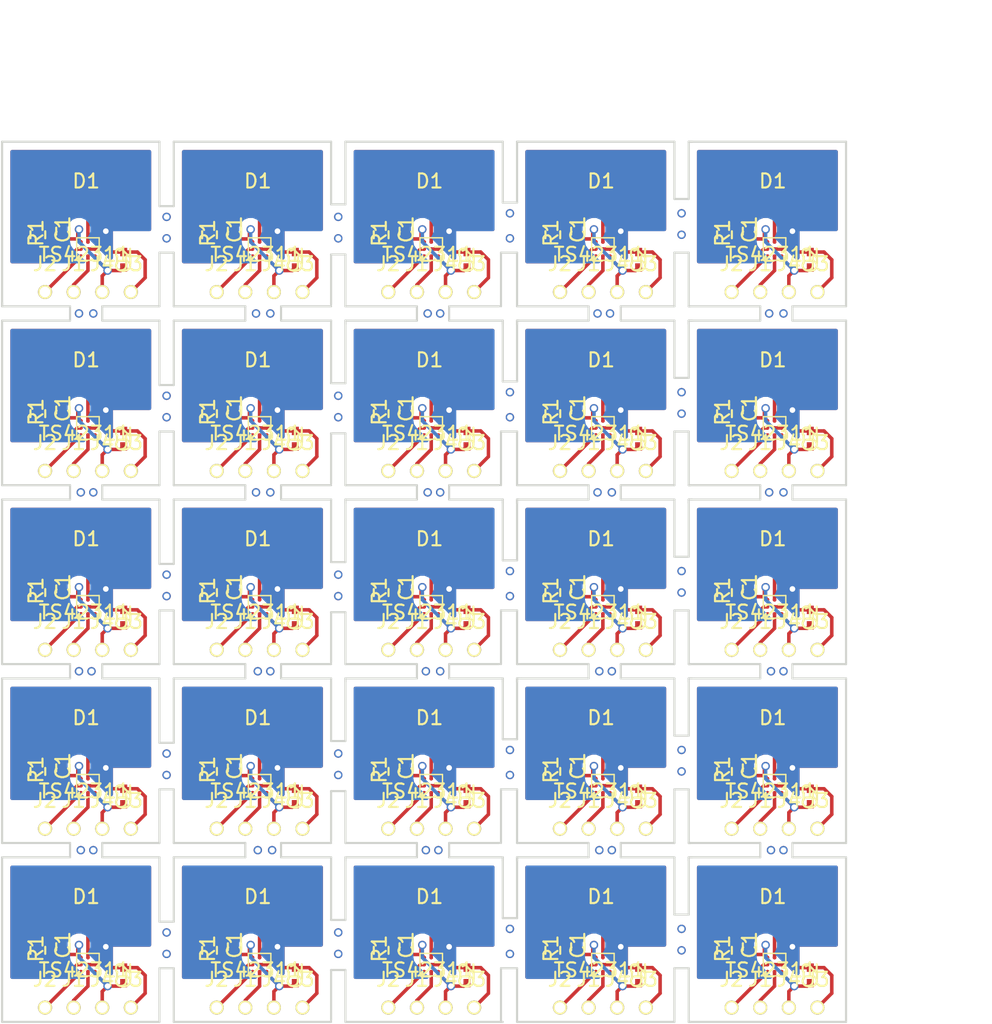
<source format=kicad_pcb>
(kicad_pcb (version 4) (host pcbnew 4.0.2+dfsg1-stable)
  (layers (0 F.Cu signal) (31 B.Cu signal) (34 B.Paste user) (35 F.Paste user) (36 B.SilkS user) (37 F.SilkS user) (38 B.Mask user) (39 F.Mask user) (44 Edge.Cuts user))
  (net 0 "")
  (net 1 GND)
  (net 2 +3V3)
  (net 3 "Net-(R1-Pad2)")
  (net 4 "Net-(D1-Pad1)")
  (net 5 "Net-(D1-Pad2)")
  (net 6 "Net-(J2-Pad1)")
  (net 7 "Net-(J1-Pad1)")
  (module Wire_Pads:SolderWirePad_single_0-8mmDrill (layer F.Cu) (at 187.706 137.668)
    (fp_text reference J4 (at 0 -2) (layer F.SilkS))
    (fp_text value 3.3V hide)
    (pad 1 thru_hole circle (at 0 0) (size 1 1) (drill 0.762) (layers *.Cu *.Mask F.SilkS) (net 2 +3V3))
  )
  (module Wire_Pads:SolderWirePad_single_0-8mmDrill (layer F.Cu) (at 189.738 137.668)
    (fp_text reference J3 (at 0 -2) (layer F.SilkS))
    (fp_text value GND)
    (pad 1 thru_hole circle (at 0 0) (size 1 1) (drill 0.762) (layers *.Cu *.Mask F.SilkS) (net 1 GND))
  )
  (module TS4231:TS4231 (layer F.Cu) (at 186.69 134.62)
    (fp_text reference TS42311 (at -0.254 0.381) (layer F.SilkS))
    (fp_text value TS4231)
    (pad 5 smd circle (at 0 0) (size 0.262 0.262) (layers F.Cu F.Paste F.Mask) (net 1 GND))
    (pad 2 smd circle (at 0 -0.5) (size 0.262 0.262) (layers F.Cu F.Paste F.Mask) (net 5 "Net-(D1-Pad2)"))
    (pad 1 smd circle (at -0.5 -0.5) (size 0.262 0.262) (layers F.Cu F.Paste F.Mask) (net 2 +3V3))
    (pad 3 smd circle (at 0.5 -0.5) (size 0.262 0.262) (layers F.Cu F.Paste F.Mask) (net 4 "Net-(D1-Pad1)"))
    (pad 6 smd circle (at 0.5 0) (size 0.262 0.262) (layers F.Cu F.Paste F.Mask) (net 1 GND))
    (pad 4 smd circle (at -0.5 0) (size 0.262 0.262) (layers F.Cu F.Paste F.Mask) (net 3 "Net-(R1-Pad2)"))
    (pad 7 smd circle (at -0.5 0.5) (size 0.262 0.262) (layers F.Cu F.Paste F.Mask) (net 6 "Net-(J2-Pad1)"))
    (pad 8 smd circle (at 0 0.5) (size 0.262 0.262) (layers F.Cu F.Paste F.Mask) (net 7 "Net-(J1-Pad1)"))
    (pad 9 smd circle (at 0.5 0.5) (size 0.262 0.262) (layers F.Cu F.Paste F.Mask) (net 2 +3V3))
  )
  (module Wire_Pads:SolderWirePad_single_0-8mmDrill (layer F.Cu) (at 183.642 137.668)
    (fp_text reference J2 (at 0 -2) (layer F.SilkS))
    (fp_text value D)
    (pad 1 thru_hole circle (at 0 0) (size 1 1) (drill 0.762) (layers *.Cu *.Mask F.SilkS) (net 6 "Net-(J2-Pad1)"))
  )
  (module Wire_Pads:SolderWirePad_single_0-8mmDrill (layer F.Cu) (at 185.674 137.668)
    (fp_text reference J1 (at 0 -2) (layer F.SilkS))
    (fp_text value E)
    (pad 1 thru_hole circle (at 0 0) (size 1 1) (drill 0.762) (layers *.Cu *.Mask F.SilkS) (net 7 "Net-(J1-Pad1)"))
  )
  (module TS4231:BPW34 (layer F.Cu) (at 186.182 129.794 180)
    (fp_text reference D1 (at -0.381 0 180) (layer F.SilkS))
    (fp_text value BPW34)
    (pad 1 smd rect (at -3.1 0 180) (size 1.4 2) (layers F.Cu F.Paste F.Mask) (net 4 "Net-(D1-Pad1)"))
    (pad 2 smd rect (at 3.1 0 180) (size 1.4 2) (layers F.Cu F.Paste F.Mask) (net 5 "Net-(D1-Pad2)"))
  )
  (module Capacitors_SMD:C_0402 (layer F.Cu) (at 189.23 135.382 270)
    (fp_text reference C2 (at 0 0 270) (layer F.SilkS))
    (fp_text value 0.1uF)
    (pad 1 smd rect (at -0.55 0 270) (size 0.6 0.5) (layers F.Cu F.Paste F.Mask) (net 1 GND))
    (pad 2 smd rect (at 0.55 0 270) (size 0.6 0.5) (layers F.Cu F.Paste F.Mask) (net 2 +3V3))
  )
  (module Capacitors_SMD:C_0402 (layer F.Cu) (at 184.912 133.35 90)
    (fp_text reference C1 (at 0.127 0 90) (layer F.SilkS))
    (fp_text value 1uF)
    (pad 1 smd rect (at -0.55 0 90) (size 0.6 0.5) (layers F.Cu F.Paste F.Mask) (net 2 +3V3))
    (pad 2 smd rect (at 0.55 0 90) (size 0.6 0.5) (layers F.Cu F.Paste F.Mask) (net 1 GND))
  )
  (module Resistors_SMD:R_0402 (layer F.Cu) (at 183.134 133.604 270)
    (fp_text reference R1 (at -0.127 0.127 270) (layer F.SilkS))
    (fp_text value 15k)
    (pad 1 smd rect (at -0.45 0 270) (size 0.4 0.6) (layers F.Cu F.Paste F.Mask) (net 1 GND))
    (pad 2 smd rect (at 0.45 0 270) (size 0.4 0.6) (layers F.Cu F.Paste F.Mask) (net 3 "Net-(R1-Pad2)"))
  )
  (module Wire_Pads:SolderWirePad_single_0-8mmDrill (layer F.Cu) (at 163.322 137.668)
    (fp_text reference J4 (at 0 -2) (layer F.SilkS))
    (fp_text value 3.3V hide)
    (pad 1 thru_hole circle (at 0 0) (size 1 1) (drill 0.762) (layers *.Cu *.Mask F.SilkS) (net 2 +3V3))
  )
  (module Wire_Pads:SolderWirePad_single_0-8mmDrill (layer F.Cu) (at 165.354 137.668)
    (fp_text reference J3 (at 0 -2) (layer F.SilkS))
    (fp_text value GND)
    (pad 1 thru_hole circle (at 0 0) (size 1 1) (drill 0.762) (layers *.Cu *.Mask F.SilkS) (net 1 GND))
  )
  (module TS4231:TS4231 (layer F.Cu) (at 162.306 134.62)
    (fp_text reference TS42311 (at -0.254 0.381) (layer F.SilkS))
    (fp_text value TS4231)
    (pad 5 smd circle (at 0 0) (size 0.262 0.262) (layers F.Cu F.Paste F.Mask) (net 1 GND))
    (pad 2 smd circle (at 0 -0.5) (size 0.262 0.262) (layers F.Cu F.Paste F.Mask) (net 5 "Net-(D1-Pad2)"))
    (pad 1 smd circle (at -0.5 -0.5) (size 0.262 0.262) (layers F.Cu F.Paste F.Mask) (net 2 +3V3))
    (pad 3 smd circle (at 0.5 -0.5) (size 0.262 0.262) (layers F.Cu F.Paste F.Mask) (net 4 "Net-(D1-Pad1)"))
    (pad 6 smd circle (at 0.5 0) (size 0.262 0.262) (layers F.Cu F.Paste F.Mask) (net 1 GND))
    (pad 4 smd circle (at -0.5 0) (size 0.262 0.262) (layers F.Cu F.Paste F.Mask) (net 3 "Net-(R1-Pad2)"))
    (pad 7 smd circle (at -0.5 0.5) (size 0.262 0.262) (layers F.Cu F.Paste F.Mask) (net 6 "Net-(J2-Pad1)"))
    (pad 8 smd circle (at 0 0.5) (size 0.262 0.262) (layers F.Cu F.Paste F.Mask) (net 7 "Net-(J1-Pad1)"))
    (pad 9 smd circle (at 0.5 0.5) (size 0.262 0.262) (layers F.Cu F.Paste F.Mask) (net 2 +3V3))
  )
  (module Wire_Pads:SolderWirePad_single_0-8mmDrill (layer F.Cu) (at 159.258 137.668)
    (fp_text reference J2 (at 0 -2) (layer F.SilkS))
    (fp_text value D)
    (pad 1 thru_hole circle (at 0 0) (size 1 1) (drill 0.762) (layers *.Cu *.Mask F.SilkS) (net 6 "Net-(J2-Pad1)"))
  )
  (module Wire_Pads:SolderWirePad_single_0-8mmDrill (layer F.Cu) (at 161.29 137.668)
    (fp_text reference J1 (at 0 -2) (layer F.SilkS))
    (fp_text value E)
    (pad 1 thru_hole circle (at 0 0) (size 1 1) (drill 0.762) (layers *.Cu *.Mask F.SilkS) (net 7 "Net-(J1-Pad1)"))
  )
  (module TS4231:BPW34 (layer F.Cu) (at 161.798 129.794 180)
    (fp_text reference D1 (at -0.381 0 180) (layer F.SilkS))
    (fp_text value BPW34)
    (pad 1 smd rect (at -3.1 0 180) (size 1.4 2) (layers F.Cu F.Paste F.Mask) (net 4 "Net-(D1-Pad1)"))
    (pad 2 smd rect (at 3.1 0 180) (size 1.4 2) (layers F.Cu F.Paste F.Mask) (net 5 "Net-(D1-Pad2)"))
  )
  (module Capacitors_SMD:C_0402 (layer F.Cu) (at 164.846 135.382 270)
    (fp_text reference C2 (at 0 0 270) (layer F.SilkS))
    (fp_text value 0.1uF)
    (pad 1 smd rect (at -0.55 0 270) (size 0.6 0.5) (layers F.Cu F.Paste F.Mask) (net 1 GND))
    (pad 2 smd rect (at 0.55 0 270) (size 0.6 0.5) (layers F.Cu F.Paste F.Mask) (net 2 +3V3))
  )
  (module Capacitors_SMD:C_0402 (layer F.Cu) (at 160.528 133.35 90)
    (fp_text reference C1 (at 0.127 0 90) (layer F.SilkS))
    (fp_text value 1uF)
    (pad 1 smd rect (at -0.55 0 90) (size 0.6 0.5) (layers F.Cu F.Paste F.Mask) (net 2 +3V3))
    (pad 2 smd rect (at 0.55 0 90) (size 0.6 0.5) (layers F.Cu F.Paste F.Mask) (net 1 GND))
  )
  (module Resistors_SMD:R_0402 (layer F.Cu) (at 158.75 133.604 270)
    (fp_text reference R1 (at -0.127 0.127 270) (layer F.SilkS))
    (fp_text value 15k)
    (pad 1 smd rect (at -0.45 0 270) (size 0.4 0.6) (layers F.Cu F.Paste F.Mask) (net 1 GND))
    (pad 2 smd rect (at 0.45 0 270) (size 0.4 0.6) (layers F.Cu F.Paste F.Mask) (net 3 "Net-(R1-Pad2)"))
  )
  (module Resistors_SMD:R_0402 (layer F.Cu) (at 170.942 133.604 270)
    (fp_text reference R1 (at -0.127 0.127 270) (layer F.SilkS))
    (fp_text value 15k)
    (pad 1 smd rect (at -0.45 0 270) (size 0.4 0.6) (layers F.Cu F.Paste F.Mask) (net 1 GND))
    (pad 2 smd rect (at 0.45 0 270) (size 0.4 0.6) (layers F.Cu F.Paste F.Mask) (net 3 "Net-(R1-Pad2)"))
  )
  (module Capacitors_SMD:C_0402 (layer F.Cu) (at 172.72 133.35 90)
    (fp_text reference C1 (at 0.127 0 90) (layer F.SilkS))
    (fp_text value 1uF)
    (pad 1 smd rect (at -0.55 0 90) (size 0.6 0.5) (layers F.Cu F.Paste F.Mask) (net 2 +3V3))
    (pad 2 smd rect (at 0.55 0 90) (size 0.6 0.5) (layers F.Cu F.Paste F.Mask) (net 1 GND))
  )
  (module Capacitors_SMD:C_0402 (layer F.Cu) (at 177.038 135.382 270)
    (fp_text reference C2 (at 0 0 270) (layer F.SilkS))
    (fp_text value 0.1uF)
    (pad 1 smd rect (at -0.55 0 270) (size 0.6 0.5) (layers F.Cu F.Paste F.Mask) (net 1 GND))
    (pad 2 smd rect (at 0.55 0 270) (size 0.6 0.5) (layers F.Cu F.Paste F.Mask) (net 2 +3V3))
  )
  (module TS4231:BPW34 (layer F.Cu) (at 173.99 129.794 180)
    (fp_text reference D1 (at -0.381 0 180) (layer F.SilkS))
    (fp_text value BPW34)
    (pad 1 smd rect (at -3.1 0 180) (size 1.4 2) (layers F.Cu F.Paste F.Mask) (net 4 "Net-(D1-Pad1)"))
    (pad 2 smd rect (at 3.1 0 180) (size 1.4 2) (layers F.Cu F.Paste F.Mask) (net 5 "Net-(D1-Pad2)"))
  )
  (module Wire_Pads:SolderWirePad_single_0-8mmDrill (layer F.Cu) (at 173.482 137.668)
    (fp_text reference J1 (at 0 -2) (layer F.SilkS))
    (fp_text value E)
    (pad 1 thru_hole circle (at 0 0) (size 1 1) (drill 0.762) (layers *.Cu *.Mask F.SilkS) (net 7 "Net-(J1-Pad1)"))
  )
  (module Wire_Pads:SolderWirePad_single_0-8mmDrill (layer F.Cu) (at 171.45 137.668)
    (fp_text reference J2 (at 0 -2) (layer F.SilkS))
    (fp_text value D)
    (pad 1 thru_hole circle (at 0 0) (size 1 1) (drill 0.762) (layers *.Cu *.Mask F.SilkS) (net 6 "Net-(J2-Pad1)"))
  )
  (module TS4231:TS4231 (layer F.Cu) (at 174.498 134.62)
    (fp_text reference TS42311 (at -0.254 0.381) (layer F.SilkS))
    (fp_text value TS4231)
    (pad 5 smd circle (at 0 0) (size 0.262 0.262) (layers F.Cu F.Paste F.Mask) (net 1 GND))
    (pad 2 smd circle (at 0 -0.5) (size 0.262 0.262) (layers F.Cu F.Paste F.Mask) (net 5 "Net-(D1-Pad2)"))
    (pad 1 smd circle (at -0.5 -0.5) (size 0.262 0.262) (layers F.Cu F.Paste F.Mask) (net 2 +3V3))
    (pad 3 smd circle (at 0.5 -0.5) (size 0.262 0.262) (layers F.Cu F.Paste F.Mask) (net 4 "Net-(D1-Pad1)"))
    (pad 6 smd circle (at 0.5 0) (size 0.262 0.262) (layers F.Cu F.Paste F.Mask) (net 1 GND))
    (pad 4 smd circle (at -0.5 0) (size 0.262 0.262) (layers F.Cu F.Paste F.Mask) (net 3 "Net-(R1-Pad2)"))
    (pad 7 smd circle (at -0.5 0.5) (size 0.262 0.262) (layers F.Cu F.Paste F.Mask) (net 6 "Net-(J2-Pad1)"))
    (pad 8 smd circle (at 0 0.5) (size 0.262 0.262) (layers F.Cu F.Paste F.Mask) (net 7 "Net-(J1-Pad1)"))
    (pad 9 smd circle (at 0.5 0.5) (size 0.262 0.262) (layers F.Cu F.Paste F.Mask) (net 2 +3V3))
  )
  (module Wire_Pads:SolderWirePad_single_0-8mmDrill (layer F.Cu) (at 177.546 137.668)
    (fp_text reference J3 (at 0 -2) (layer F.SilkS))
    (fp_text value GND)
    (pad 1 thru_hole circle (at 0 0) (size 1 1) (drill 0.762) (layers *.Cu *.Mask F.SilkS) (net 1 GND))
  )
  (module Wire_Pads:SolderWirePad_single_0-8mmDrill (layer F.Cu) (at 175.514 137.668)
    (fp_text reference J4 (at 0 -2) (layer F.SilkS))
    (fp_text value 3.3V hide)
    (pad 1 thru_hole circle (at 0 0) (size 1 1) (drill 0.762) (layers *.Cu *.Mask F.SilkS) (net 2 +3V3))
  )
  (module Wire_Pads:SolderWirePad_single_0-8mmDrill (layer F.Cu) (at 151.13 137.668)
    (fp_text reference J4 (at 0 -2) (layer F.SilkS))
    (fp_text value 3.3V hide)
    (pad 1 thru_hole circle (at 0 0) (size 1 1) (drill 0.762) (layers *.Cu *.Mask F.SilkS) (net 2 +3V3))
  )
  (module Wire_Pads:SolderWirePad_single_0-8mmDrill (layer F.Cu) (at 153.162 137.668)
    (fp_text reference J3 (at 0 -2) (layer F.SilkS))
    (fp_text value GND)
    (pad 1 thru_hole circle (at 0 0) (size 1 1) (drill 0.762) (layers *.Cu *.Mask F.SilkS) (net 1 GND))
  )
  (module TS4231:TS4231 (layer F.Cu) (at 150.114 134.62)
    (fp_text reference TS42311 (at -0.254 0.381) (layer F.SilkS))
    (fp_text value TS4231)
    (pad 5 smd circle (at 0 0) (size 0.262 0.262) (layers F.Cu F.Paste F.Mask) (net 1 GND))
    (pad 2 smd circle (at 0 -0.5) (size 0.262 0.262) (layers F.Cu F.Paste F.Mask) (net 5 "Net-(D1-Pad2)"))
    (pad 1 smd circle (at -0.5 -0.5) (size 0.262 0.262) (layers F.Cu F.Paste F.Mask) (net 2 +3V3))
    (pad 3 smd circle (at 0.5 -0.5) (size 0.262 0.262) (layers F.Cu F.Paste F.Mask) (net 4 "Net-(D1-Pad1)"))
    (pad 6 smd circle (at 0.5 0) (size 0.262 0.262) (layers F.Cu F.Paste F.Mask) (net 1 GND))
    (pad 4 smd circle (at -0.5 0) (size 0.262 0.262) (layers F.Cu F.Paste F.Mask) (net 3 "Net-(R1-Pad2)"))
    (pad 7 smd circle (at -0.5 0.5) (size 0.262 0.262) (layers F.Cu F.Paste F.Mask) (net 6 "Net-(J2-Pad1)"))
    (pad 8 smd circle (at 0 0.5) (size 0.262 0.262) (layers F.Cu F.Paste F.Mask) (net 7 "Net-(J1-Pad1)"))
    (pad 9 smd circle (at 0.5 0.5) (size 0.262 0.262) (layers F.Cu F.Paste F.Mask) (net 2 +3V3))
  )
  (module Wire_Pads:SolderWirePad_single_0-8mmDrill (layer F.Cu) (at 147.066 137.668)
    (fp_text reference J2 (at 0 -2) (layer F.SilkS))
    (fp_text value D)
    (pad 1 thru_hole circle (at 0 0) (size 1 1) (drill 0.762) (layers *.Cu *.Mask F.SilkS) (net 6 "Net-(J2-Pad1)"))
  )
  (module Wire_Pads:SolderWirePad_single_0-8mmDrill (layer F.Cu) (at 149.098 137.668)
    (fp_text reference J1 (at 0 -2) (layer F.SilkS))
    (fp_text value E)
    (pad 1 thru_hole circle (at 0 0) (size 1 1) (drill 0.762) (layers *.Cu *.Mask F.SilkS) (net 7 "Net-(J1-Pad1)"))
  )
  (module TS4231:BPW34 (layer F.Cu) (at 149.606 129.794 180)
    (fp_text reference D1 (at -0.381 0 180) (layer F.SilkS))
    (fp_text value BPW34)
    (pad 1 smd rect (at -3.1 0 180) (size 1.4 2) (layers F.Cu F.Paste F.Mask) (net 4 "Net-(D1-Pad1)"))
    (pad 2 smd rect (at 3.1 0 180) (size 1.4 2) (layers F.Cu F.Paste F.Mask) (net 5 "Net-(D1-Pad2)"))
  )
  (module Capacitors_SMD:C_0402 (layer F.Cu) (at 152.654 135.382 270)
    (fp_text reference C2 (at 0 0 270) (layer F.SilkS))
    (fp_text value 0.1uF)
    (pad 1 smd rect (at -0.55 0 270) (size 0.6 0.5) (layers F.Cu F.Paste F.Mask) (net 1 GND))
    (pad 2 smd rect (at 0.55 0 270) (size 0.6 0.5) (layers F.Cu F.Paste F.Mask) (net 2 +3V3))
  )
  (module Capacitors_SMD:C_0402 (layer F.Cu) (at 148.336 133.35 90)
    (fp_text reference C1 (at 0.127 0 90) (layer F.SilkS))
    (fp_text value 1uF)
    (pad 1 smd rect (at -0.55 0 90) (size 0.6 0.5) (layers F.Cu F.Paste F.Mask) (net 2 +3V3))
    (pad 2 smd rect (at 0.55 0 90) (size 0.6 0.5) (layers F.Cu F.Paste F.Mask) (net 1 GND))
  )
  (module Resistors_SMD:R_0402 (layer F.Cu) (at 146.558 133.604 270)
    (fp_text reference R1 (at -0.127 0.127 270) (layer F.SilkS))
    (fp_text value 15k)
    (pad 1 smd rect (at -0.45 0 270) (size 0.4 0.6) (layers F.Cu F.Paste F.Mask) (net 1 GND))
    (pad 2 smd rect (at 0.45 0 270) (size 0.4 0.6) (layers F.Cu F.Paste F.Mask) (net 3 "Net-(R1-Pad2)"))
  )
  (module Resistors_SMD:R_0402 (layer F.Cu) (at 134.366 133.604 270)
    (fp_text reference R1 (at -0.127 0.127 270) (layer F.SilkS))
    (fp_text value 15k)
    (pad 1 smd rect (at -0.45 0 270) (size 0.4 0.6) (layers F.Cu F.Paste F.Mask) (net 1 GND))
    (pad 2 smd rect (at 0.45 0 270) (size 0.4 0.6) (layers F.Cu F.Paste F.Mask) (net 3 "Net-(R1-Pad2)"))
  )
  (module Capacitors_SMD:C_0402 (layer F.Cu) (at 136.144 133.35 90)
    (fp_text reference C1 (at 0.127 0 90) (layer F.SilkS))
    (fp_text value 1uF)
    (pad 1 smd rect (at -0.55 0 90) (size 0.6 0.5) (layers F.Cu F.Paste F.Mask) (net 2 +3V3))
    (pad 2 smd rect (at 0.55 0 90) (size 0.6 0.5) (layers F.Cu F.Paste F.Mask) (net 1 GND))
  )
  (module Capacitors_SMD:C_0402 (layer F.Cu) (at 140.462 135.382 270)
    (fp_text reference C2 (at 0 0 270) (layer F.SilkS))
    (fp_text value 0.1uF)
    (pad 1 smd rect (at -0.55 0 270) (size 0.6 0.5) (layers F.Cu F.Paste F.Mask) (net 1 GND))
    (pad 2 smd rect (at 0.55 0 270) (size 0.6 0.5) (layers F.Cu F.Paste F.Mask) (net 2 +3V3))
  )
  (module TS4231:BPW34 (layer F.Cu) (at 137.414 129.794 180)
    (fp_text reference D1 (at -0.381 0 180) (layer F.SilkS))
    (fp_text value BPW34)
    (pad 1 smd rect (at -3.1 0 180) (size 1.4 2) (layers F.Cu F.Paste F.Mask) (net 4 "Net-(D1-Pad1)"))
    (pad 2 smd rect (at 3.1 0 180) (size 1.4 2) (layers F.Cu F.Paste F.Mask) (net 5 "Net-(D1-Pad2)"))
  )
  (module Wire_Pads:SolderWirePad_single_0-8mmDrill (layer F.Cu) (at 136.906 137.668)
    (fp_text reference J1 (at 0 -2) (layer F.SilkS))
    (fp_text value E)
    (pad 1 thru_hole circle (at 0 0) (size 1 1) (drill 0.762) (layers *.Cu *.Mask F.SilkS) (net 7 "Net-(J1-Pad1)"))
  )
  (module Wire_Pads:SolderWirePad_single_0-8mmDrill (layer F.Cu) (at 134.874 137.668)
    (fp_text reference J2 (at 0 -2) (layer F.SilkS))
    (fp_text value D)
    (pad 1 thru_hole circle (at 0 0) (size 1 1) (drill 0.762) (layers *.Cu *.Mask F.SilkS) (net 6 "Net-(J2-Pad1)"))
  )
  (module TS4231:TS4231 (layer F.Cu) (at 137.922 134.62)
    (fp_text reference TS42311 (at -0.254 0.381) (layer F.SilkS))
    (fp_text value TS4231)
    (pad 5 smd circle (at 0 0) (size 0.262 0.262) (layers F.Cu F.Paste F.Mask) (net 1 GND))
    (pad 2 smd circle (at 0 -0.5) (size 0.262 0.262) (layers F.Cu F.Paste F.Mask) (net 5 "Net-(D1-Pad2)"))
    (pad 1 smd circle (at -0.5 -0.5) (size 0.262 0.262) (layers F.Cu F.Paste F.Mask) (net 2 +3V3))
    (pad 3 smd circle (at 0.5 -0.5) (size 0.262 0.262) (layers F.Cu F.Paste F.Mask) (net 4 "Net-(D1-Pad1)"))
    (pad 6 smd circle (at 0.5 0) (size 0.262 0.262) (layers F.Cu F.Paste F.Mask) (net 1 GND))
    (pad 4 smd circle (at -0.5 0) (size 0.262 0.262) (layers F.Cu F.Paste F.Mask) (net 3 "Net-(R1-Pad2)"))
    (pad 7 smd circle (at -0.5 0.5) (size 0.262 0.262) (layers F.Cu F.Paste F.Mask) (net 6 "Net-(J2-Pad1)"))
    (pad 8 smd circle (at 0 0.5) (size 0.262 0.262) (layers F.Cu F.Paste F.Mask) (net 7 "Net-(J1-Pad1)"))
    (pad 9 smd circle (at 0.5 0.5) (size 0.262 0.262) (layers F.Cu F.Paste F.Mask) (net 2 +3V3))
  )
  (module Wire_Pads:SolderWirePad_single_0-8mmDrill (layer F.Cu) (at 140.97 137.668)
    (fp_text reference J3 (at 0 -2) (layer F.SilkS))
    (fp_text value GND)
    (pad 1 thru_hole circle (at 0 0) (size 1 1) (drill 0.762) (layers *.Cu *.Mask F.SilkS) (net 1 GND))
  )
  (module Wire_Pads:SolderWirePad_single_0-8mmDrill (layer F.Cu) (at 138.938 137.668)
    (fp_text reference J4 (at 0 -2) (layer F.SilkS))
    (fp_text value 3.3V hide)
    (pad 1 thru_hole circle (at 0 0) (size 1 1) (drill 0.762) (layers *.Cu *.Mask F.SilkS) (net 2 +3V3))
  )
  (module Wire_Pads:SolderWirePad_single_0-8mmDrill (layer F.Cu) (at 138.938 150.368)
    (fp_text reference J4 (at 0 -2) (layer F.SilkS))
    (fp_text value 3.3V hide)
    (pad 1 thru_hole circle (at 0 0) (size 1 1) (drill 0.762) (layers *.Cu *.Mask F.SilkS) (net 2 +3V3))
  )
  (module Wire_Pads:SolderWirePad_single_0-8mmDrill (layer F.Cu) (at 140.97 150.368)
    (fp_text reference J3 (at 0 -2) (layer F.SilkS))
    (fp_text value GND)
    (pad 1 thru_hole circle (at 0 0) (size 1 1) (drill 0.762) (layers *.Cu *.Mask F.SilkS) (net 1 GND))
  )
  (module TS4231:TS4231 (layer F.Cu) (at 137.922 147.32)
    (fp_text reference TS42311 (at -0.254 0.381) (layer F.SilkS))
    (fp_text value TS4231)
    (pad 5 smd circle (at 0 0) (size 0.262 0.262) (layers F.Cu F.Paste F.Mask) (net 1 GND))
    (pad 2 smd circle (at 0 -0.5) (size 0.262 0.262) (layers F.Cu F.Paste F.Mask) (net 5 "Net-(D1-Pad2)"))
    (pad 1 smd circle (at -0.5 -0.5) (size 0.262 0.262) (layers F.Cu F.Paste F.Mask) (net 2 +3V3))
    (pad 3 smd circle (at 0.5 -0.5) (size 0.262 0.262) (layers F.Cu F.Paste F.Mask) (net 4 "Net-(D1-Pad1)"))
    (pad 6 smd circle (at 0.5 0) (size 0.262 0.262) (layers F.Cu F.Paste F.Mask) (net 1 GND))
    (pad 4 smd circle (at -0.5 0) (size 0.262 0.262) (layers F.Cu F.Paste F.Mask) (net 3 "Net-(R1-Pad2)"))
    (pad 7 smd circle (at -0.5 0.5) (size 0.262 0.262) (layers F.Cu F.Paste F.Mask) (net 6 "Net-(J2-Pad1)"))
    (pad 8 smd circle (at 0 0.5) (size 0.262 0.262) (layers F.Cu F.Paste F.Mask) (net 7 "Net-(J1-Pad1)"))
    (pad 9 smd circle (at 0.5 0.5) (size 0.262 0.262) (layers F.Cu F.Paste F.Mask) (net 2 +3V3))
  )
  (module Wire_Pads:SolderWirePad_single_0-8mmDrill (layer F.Cu) (at 134.874 150.368)
    (fp_text reference J2 (at 0 -2) (layer F.SilkS))
    (fp_text value D)
    (pad 1 thru_hole circle (at 0 0) (size 1 1) (drill 0.762) (layers *.Cu *.Mask F.SilkS) (net 6 "Net-(J2-Pad1)"))
  )
  (module Wire_Pads:SolderWirePad_single_0-8mmDrill (layer F.Cu) (at 136.906 150.368)
    (fp_text reference J1 (at 0 -2) (layer F.SilkS))
    (fp_text value E)
    (pad 1 thru_hole circle (at 0 0) (size 1 1) (drill 0.762) (layers *.Cu *.Mask F.SilkS) (net 7 "Net-(J1-Pad1)"))
  )
  (module TS4231:BPW34 (layer F.Cu) (at 137.414 142.494 180)
    (fp_text reference D1 (at -0.381 0 180) (layer F.SilkS))
    (fp_text value BPW34)
    (pad 1 smd rect (at -3.1 0 180) (size 1.4 2) (layers F.Cu F.Paste F.Mask) (net 4 "Net-(D1-Pad1)"))
    (pad 2 smd rect (at 3.1 0 180) (size 1.4 2) (layers F.Cu F.Paste F.Mask) (net 5 "Net-(D1-Pad2)"))
  )
  (module Capacitors_SMD:C_0402 (layer F.Cu) (at 140.462 148.082 270)
    (fp_text reference C2 (at 0 0 270) (layer F.SilkS))
    (fp_text value 0.1uF)
    (pad 1 smd rect (at -0.55 0 270) (size 0.6 0.5) (layers F.Cu F.Paste F.Mask) (net 1 GND))
    (pad 2 smd rect (at 0.55 0 270) (size 0.6 0.5) (layers F.Cu F.Paste F.Mask) (net 2 +3V3))
  )
  (module Capacitors_SMD:C_0402 (layer F.Cu) (at 136.144 146.05 90)
    (fp_text reference C1 (at 0.127 0 90) (layer F.SilkS))
    (fp_text value 1uF)
    (pad 1 smd rect (at -0.55 0 90) (size 0.6 0.5) (layers F.Cu F.Paste F.Mask) (net 2 +3V3))
    (pad 2 smd rect (at 0.55 0 90) (size 0.6 0.5) (layers F.Cu F.Paste F.Mask) (net 1 GND))
  )
  (module Resistors_SMD:R_0402 (layer F.Cu) (at 134.366 146.304 270)
    (fp_text reference R1 (at -0.127 0.127 270) (layer F.SilkS))
    (fp_text value 15k)
    (pad 1 smd rect (at -0.45 0 270) (size 0.4 0.6) (layers F.Cu F.Paste F.Mask) (net 1 GND))
    (pad 2 smd rect (at 0.45 0 270) (size 0.4 0.6) (layers F.Cu F.Paste F.Mask) (net 3 "Net-(R1-Pad2)"))
  )
  (module Resistors_SMD:R_0402 (layer F.Cu) (at 146.558 146.304 270)
    (fp_text reference R1 (at -0.127 0.127 270) (layer F.SilkS))
    (fp_text value 15k)
    (pad 1 smd rect (at -0.45 0 270) (size 0.4 0.6) (layers F.Cu F.Paste F.Mask) (net 1 GND))
    (pad 2 smd rect (at 0.45 0 270) (size 0.4 0.6) (layers F.Cu F.Paste F.Mask) (net 3 "Net-(R1-Pad2)"))
  )
  (module Capacitors_SMD:C_0402 (layer F.Cu) (at 148.336 146.05 90)
    (fp_text reference C1 (at 0.127 0 90) (layer F.SilkS))
    (fp_text value 1uF)
    (pad 1 smd rect (at -0.55 0 90) (size 0.6 0.5) (layers F.Cu F.Paste F.Mask) (net 2 +3V3))
    (pad 2 smd rect (at 0.55 0 90) (size 0.6 0.5) (layers F.Cu F.Paste F.Mask) (net 1 GND))
  )
  (module Capacitors_SMD:C_0402 (layer F.Cu) (at 152.654 148.082 270)
    (fp_text reference C2 (at 0 0 270) (layer F.SilkS))
    (fp_text value 0.1uF)
    (pad 1 smd rect (at -0.55 0 270) (size 0.6 0.5) (layers F.Cu F.Paste F.Mask) (net 1 GND))
    (pad 2 smd rect (at 0.55 0 270) (size 0.6 0.5) (layers F.Cu F.Paste F.Mask) (net 2 +3V3))
  )
  (module TS4231:BPW34 (layer F.Cu) (at 149.606 142.494 180)
    (fp_text reference D1 (at -0.381 0 180) (layer F.SilkS))
    (fp_text value BPW34)
    (pad 1 smd rect (at -3.1 0 180) (size 1.4 2) (layers F.Cu F.Paste F.Mask) (net 4 "Net-(D1-Pad1)"))
    (pad 2 smd rect (at 3.1 0 180) (size 1.4 2) (layers F.Cu F.Paste F.Mask) (net 5 "Net-(D1-Pad2)"))
  )
  (module Wire_Pads:SolderWirePad_single_0-8mmDrill (layer F.Cu) (at 149.098 150.368)
    (fp_text reference J1 (at 0 -2) (layer F.SilkS))
    (fp_text value E)
    (pad 1 thru_hole circle (at 0 0) (size 1 1) (drill 0.762) (layers *.Cu *.Mask F.SilkS) (net 7 "Net-(J1-Pad1)"))
  )
  (module Wire_Pads:SolderWirePad_single_0-8mmDrill (layer F.Cu) (at 147.066 150.368)
    (fp_text reference J2 (at 0 -2) (layer F.SilkS))
    (fp_text value D)
    (pad 1 thru_hole circle (at 0 0) (size 1 1) (drill 0.762) (layers *.Cu *.Mask F.SilkS) (net 6 "Net-(J2-Pad1)"))
  )
  (module TS4231:TS4231 (layer F.Cu) (at 150.114 147.32)
    (fp_text reference TS42311 (at -0.254 0.381) (layer F.SilkS))
    (fp_text value TS4231)
    (pad 5 smd circle (at 0 0) (size 0.262 0.262) (layers F.Cu F.Paste F.Mask) (net 1 GND))
    (pad 2 smd circle (at 0 -0.5) (size 0.262 0.262) (layers F.Cu F.Paste F.Mask) (net 5 "Net-(D1-Pad2)"))
    (pad 1 smd circle (at -0.5 -0.5) (size 0.262 0.262) (layers F.Cu F.Paste F.Mask) (net 2 +3V3))
    (pad 3 smd circle (at 0.5 -0.5) (size 0.262 0.262) (layers F.Cu F.Paste F.Mask) (net 4 "Net-(D1-Pad1)"))
    (pad 6 smd circle (at 0.5 0) (size 0.262 0.262) (layers F.Cu F.Paste F.Mask) (net 1 GND))
    (pad 4 smd circle (at -0.5 0) (size 0.262 0.262) (layers F.Cu F.Paste F.Mask) (net 3 "Net-(R1-Pad2)"))
    (pad 7 smd circle (at -0.5 0.5) (size 0.262 0.262) (layers F.Cu F.Paste F.Mask) (net 6 "Net-(J2-Pad1)"))
    (pad 8 smd circle (at 0 0.5) (size 0.262 0.262) (layers F.Cu F.Paste F.Mask) (net 7 "Net-(J1-Pad1)"))
    (pad 9 smd circle (at 0.5 0.5) (size 0.262 0.262) (layers F.Cu F.Paste F.Mask) (net 2 +3V3))
  )
  (module Wire_Pads:SolderWirePad_single_0-8mmDrill (layer F.Cu) (at 153.162 150.368)
    (fp_text reference J3 (at 0 -2) (layer F.SilkS))
    (fp_text value GND)
    (pad 1 thru_hole circle (at 0 0) (size 1 1) (drill 0.762) (layers *.Cu *.Mask F.SilkS) (net 1 GND))
  )
  (module Wire_Pads:SolderWirePad_single_0-8mmDrill (layer F.Cu) (at 151.13 150.368)
    (fp_text reference J4 (at 0 -2) (layer F.SilkS))
    (fp_text value 3.3V hide)
    (pad 1 thru_hole circle (at 0 0) (size 1 1) (drill 0.762) (layers *.Cu *.Mask F.SilkS) (net 2 +3V3))
  )
  (module Wire_Pads:SolderWirePad_single_0-8mmDrill (layer F.Cu) (at 175.514 150.368)
    (fp_text reference J4 (at 0 -2) (layer F.SilkS))
    (fp_text value 3.3V hide)
    (pad 1 thru_hole circle (at 0 0) (size 1 1) (drill 0.762) (layers *.Cu *.Mask F.SilkS) (net 2 +3V3))
  )
  (module Wire_Pads:SolderWirePad_single_0-8mmDrill (layer F.Cu) (at 177.546 150.368)
    (fp_text reference J3 (at 0 -2) (layer F.SilkS))
    (fp_text value GND)
    (pad 1 thru_hole circle (at 0 0) (size 1 1) (drill 0.762) (layers *.Cu *.Mask F.SilkS) (net 1 GND))
  )
  (module TS4231:TS4231 (layer F.Cu) (at 174.498 147.32)
    (fp_text reference TS42311 (at -0.254 0.381) (layer F.SilkS))
    (fp_text value TS4231)
    (pad 5 smd circle (at 0 0) (size 0.262 0.262) (layers F.Cu F.Paste F.Mask) (net 1 GND))
    (pad 2 smd circle (at 0 -0.5) (size 0.262 0.262) (layers F.Cu F.Paste F.Mask) (net 5 "Net-(D1-Pad2)"))
    (pad 1 smd circle (at -0.5 -0.5) (size 0.262 0.262) (layers F.Cu F.Paste F.Mask) (net 2 +3V3))
    (pad 3 smd circle (at 0.5 -0.5) (size 0.262 0.262) (layers F.Cu F.Paste F.Mask) (net 4 "Net-(D1-Pad1)"))
    (pad 6 smd circle (at 0.5 0) (size 0.262 0.262) (layers F.Cu F.Paste F.Mask) (net 1 GND))
    (pad 4 smd circle (at -0.5 0) (size 0.262 0.262) (layers F.Cu F.Paste F.Mask) (net 3 "Net-(R1-Pad2)"))
    (pad 7 smd circle (at -0.5 0.5) (size 0.262 0.262) (layers F.Cu F.Paste F.Mask) (net 6 "Net-(J2-Pad1)"))
    (pad 8 smd circle (at 0 0.5) (size 0.262 0.262) (layers F.Cu F.Paste F.Mask) (net 7 "Net-(J1-Pad1)"))
    (pad 9 smd circle (at 0.5 0.5) (size 0.262 0.262) (layers F.Cu F.Paste F.Mask) (net 2 +3V3))
  )
  (module Wire_Pads:SolderWirePad_single_0-8mmDrill (layer F.Cu) (at 171.45 150.368)
    (fp_text reference J2 (at 0 -2) (layer F.SilkS))
    (fp_text value D)
    (pad 1 thru_hole circle (at 0 0) (size 1 1) (drill 0.762) (layers *.Cu *.Mask F.SilkS) (net 6 "Net-(J2-Pad1)"))
  )
  (module Wire_Pads:SolderWirePad_single_0-8mmDrill (layer F.Cu) (at 173.482 150.368)
    (fp_text reference J1 (at 0 -2) (layer F.SilkS))
    (fp_text value E)
    (pad 1 thru_hole circle (at 0 0) (size 1 1) (drill 0.762) (layers *.Cu *.Mask F.SilkS) (net 7 "Net-(J1-Pad1)"))
  )
  (module TS4231:BPW34 (layer F.Cu) (at 173.99 142.494 180)
    (fp_text reference D1 (at -0.381 0 180) (layer F.SilkS))
    (fp_text value BPW34)
    (pad 1 smd rect (at -3.1 0 180) (size 1.4 2) (layers F.Cu F.Paste F.Mask) (net 4 "Net-(D1-Pad1)"))
    (pad 2 smd rect (at 3.1 0 180) (size 1.4 2) (layers F.Cu F.Paste F.Mask) (net 5 "Net-(D1-Pad2)"))
  )
  (module Capacitors_SMD:C_0402 (layer F.Cu) (at 177.038 148.082 270)
    (fp_text reference C2 (at 0 0 270) (layer F.SilkS))
    (fp_text value 0.1uF)
    (pad 1 smd rect (at -0.55 0 270) (size 0.6 0.5) (layers F.Cu F.Paste F.Mask) (net 1 GND))
    (pad 2 smd rect (at 0.55 0 270) (size 0.6 0.5) (layers F.Cu F.Paste F.Mask) (net 2 +3V3))
  )
  (module Capacitors_SMD:C_0402 (layer F.Cu) (at 172.72 146.05 90)
    (fp_text reference C1 (at 0.127 0 90) (layer F.SilkS))
    (fp_text value 1uF)
    (pad 1 smd rect (at -0.55 0 90) (size 0.6 0.5) (layers F.Cu F.Paste F.Mask) (net 2 +3V3))
    (pad 2 smd rect (at 0.55 0 90) (size 0.6 0.5) (layers F.Cu F.Paste F.Mask) (net 1 GND))
  )
  (module Resistors_SMD:R_0402 (layer F.Cu) (at 170.942 146.304 270)
    (fp_text reference R1 (at -0.127 0.127 270) (layer F.SilkS))
    (fp_text value 15k)
    (pad 1 smd rect (at -0.45 0 270) (size 0.4 0.6) (layers F.Cu F.Paste F.Mask) (net 1 GND))
    (pad 2 smd rect (at 0.45 0 270) (size 0.4 0.6) (layers F.Cu F.Paste F.Mask) (net 3 "Net-(R1-Pad2)"))
  )
  (module Resistors_SMD:R_0402 (layer F.Cu) (at 158.75 146.304 270)
    (fp_text reference R1 (at -0.127 0.127 270) (layer F.SilkS))
    (fp_text value 15k)
    (pad 1 smd rect (at -0.45 0 270) (size 0.4 0.6) (layers F.Cu F.Paste F.Mask) (net 1 GND))
    (pad 2 smd rect (at 0.45 0 270) (size 0.4 0.6) (layers F.Cu F.Paste F.Mask) (net 3 "Net-(R1-Pad2)"))
  )
  (module Capacitors_SMD:C_0402 (layer F.Cu) (at 160.528 146.05 90)
    (fp_text reference C1 (at 0.127 0 90) (layer F.SilkS))
    (fp_text value 1uF)
    (pad 1 smd rect (at -0.55 0 90) (size 0.6 0.5) (layers F.Cu F.Paste F.Mask) (net 2 +3V3))
    (pad 2 smd rect (at 0.55 0 90) (size 0.6 0.5) (layers F.Cu F.Paste F.Mask) (net 1 GND))
  )
  (module Capacitors_SMD:C_0402 (layer F.Cu) (at 164.846 148.082 270)
    (fp_text reference C2 (at 0 0 270) (layer F.SilkS))
    (fp_text value 0.1uF)
    (pad 1 smd rect (at -0.55 0 270) (size 0.6 0.5) (layers F.Cu F.Paste F.Mask) (net 1 GND))
    (pad 2 smd rect (at 0.55 0 270) (size 0.6 0.5) (layers F.Cu F.Paste F.Mask) (net 2 +3V3))
  )
  (module TS4231:BPW34 (layer F.Cu) (at 161.798 142.494 180)
    (fp_text reference D1 (at -0.381 0 180) (layer F.SilkS))
    (fp_text value BPW34)
    (pad 1 smd rect (at -3.1 0 180) (size 1.4 2) (layers F.Cu F.Paste F.Mask) (net 4 "Net-(D1-Pad1)"))
    (pad 2 smd rect (at 3.1 0 180) (size 1.4 2) (layers F.Cu F.Paste F.Mask) (net 5 "Net-(D1-Pad2)"))
  )
  (module Wire_Pads:SolderWirePad_single_0-8mmDrill (layer F.Cu) (at 161.29 150.368)
    (fp_text reference J1 (at 0 -2) (layer F.SilkS))
    (fp_text value E)
    (pad 1 thru_hole circle (at 0 0) (size 1 1) (drill 0.762) (layers *.Cu *.Mask F.SilkS) (net 7 "Net-(J1-Pad1)"))
  )
  (module Wire_Pads:SolderWirePad_single_0-8mmDrill (layer F.Cu) (at 159.258 150.368)
    (fp_text reference J2 (at 0 -2) (layer F.SilkS))
    (fp_text value D)
    (pad 1 thru_hole circle (at 0 0) (size 1 1) (drill 0.762) (layers *.Cu *.Mask F.SilkS) (net 6 "Net-(J2-Pad1)"))
  )
  (module TS4231:TS4231 (layer F.Cu) (at 162.306 147.32)
    (fp_text reference TS42311 (at -0.254 0.381) (layer F.SilkS))
    (fp_text value TS4231)
    (pad 5 smd circle (at 0 0) (size 0.262 0.262) (layers F.Cu F.Paste F.Mask) (net 1 GND))
    (pad 2 smd circle (at 0 -0.5) (size 0.262 0.262) (layers F.Cu F.Paste F.Mask) (net 5 "Net-(D1-Pad2)"))
    (pad 1 smd circle (at -0.5 -0.5) (size 0.262 0.262) (layers F.Cu F.Paste F.Mask) (net 2 +3V3))
    (pad 3 smd circle (at 0.5 -0.5) (size 0.262 0.262) (layers F.Cu F.Paste F.Mask) (net 4 "Net-(D1-Pad1)"))
    (pad 6 smd circle (at 0.5 0) (size 0.262 0.262) (layers F.Cu F.Paste F.Mask) (net 1 GND))
    (pad 4 smd circle (at -0.5 0) (size 0.262 0.262) (layers F.Cu F.Paste F.Mask) (net 3 "Net-(R1-Pad2)"))
    (pad 7 smd circle (at -0.5 0.5) (size 0.262 0.262) (layers F.Cu F.Paste F.Mask) (net 6 "Net-(J2-Pad1)"))
    (pad 8 smd circle (at 0 0.5) (size 0.262 0.262) (layers F.Cu F.Paste F.Mask) (net 7 "Net-(J1-Pad1)"))
    (pad 9 smd circle (at 0.5 0.5) (size 0.262 0.262) (layers F.Cu F.Paste F.Mask) (net 2 +3V3))
  )
  (module Wire_Pads:SolderWirePad_single_0-8mmDrill (layer F.Cu) (at 165.354 150.368)
    (fp_text reference J3 (at 0 -2) (layer F.SilkS))
    (fp_text value GND)
    (pad 1 thru_hole circle (at 0 0) (size 1 1) (drill 0.762) (layers *.Cu *.Mask F.SilkS) (net 1 GND))
  )
  (module Wire_Pads:SolderWirePad_single_0-8mmDrill (layer F.Cu) (at 163.322 150.368)
    (fp_text reference J4 (at 0 -2) (layer F.SilkS))
    (fp_text value 3.3V hide)
    (pad 1 thru_hole circle (at 0 0) (size 1 1) (drill 0.762) (layers *.Cu *.Mask F.SilkS) (net 2 +3V3))
  )
  (module Resistors_SMD:R_0402 (layer F.Cu) (at 183.134 146.304 270)
    (fp_text reference R1 (at -0.127 0.127 270) (layer F.SilkS))
    (fp_text value 15k)
    (pad 1 smd rect (at -0.45 0 270) (size 0.4 0.6) (layers F.Cu F.Paste F.Mask) (net 1 GND))
    (pad 2 smd rect (at 0.45 0 270) (size 0.4 0.6) (layers F.Cu F.Paste F.Mask) (net 3 "Net-(R1-Pad2)"))
  )
  (module Capacitors_SMD:C_0402 (layer F.Cu) (at 184.912 146.05 90)
    (fp_text reference C1 (at 0.127 0 90) (layer F.SilkS))
    (fp_text value 1uF)
    (pad 1 smd rect (at -0.55 0 90) (size 0.6 0.5) (layers F.Cu F.Paste F.Mask) (net 2 +3V3))
    (pad 2 smd rect (at 0.55 0 90) (size 0.6 0.5) (layers F.Cu F.Paste F.Mask) (net 1 GND))
  )
  (module Capacitors_SMD:C_0402 (layer F.Cu) (at 189.23 148.082 270)
    (fp_text reference C2 (at 0 0 270) (layer F.SilkS))
    (fp_text value 0.1uF)
    (pad 1 smd rect (at -0.55 0 270) (size 0.6 0.5) (layers F.Cu F.Paste F.Mask) (net 1 GND))
    (pad 2 smd rect (at 0.55 0 270) (size 0.6 0.5) (layers F.Cu F.Paste F.Mask) (net 2 +3V3))
  )
  (module TS4231:BPW34 (layer F.Cu) (at 186.182 142.494 180)
    (fp_text reference D1 (at -0.381 0 180) (layer F.SilkS))
    (fp_text value BPW34)
    (pad 1 smd rect (at -3.1 0 180) (size 1.4 2) (layers F.Cu F.Paste F.Mask) (net 4 "Net-(D1-Pad1)"))
    (pad 2 smd rect (at 3.1 0 180) (size 1.4 2) (layers F.Cu F.Paste F.Mask) (net 5 "Net-(D1-Pad2)"))
  )
  (module Wire_Pads:SolderWirePad_single_0-8mmDrill (layer F.Cu) (at 185.674 150.368)
    (fp_text reference J1 (at 0 -2) (layer F.SilkS))
    (fp_text value E)
    (pad 1 thru_hole circle (at 0 0) (size 1 1) (drill 0.762) (layers *.Cu *.Mask F.SilkS) (net 7 "Net-(J1-Pad1)"))
  )
  (module Wire_Pads:SolderWirePad_single_0-8mmDrill (layer F.Cu) (at 183.642 150.368)
    (fp_text reference J2 (at 0 -2) (layer F.SilkS))
    (fp_text value D)
    (pad 1 thru_hole circle (at 0 0) (size 1 1) (drill 0.762) (layers *.Cu *.Mask F.SilkS) (net 6 "Net-(J2-Pad1)"))
  )
  (module TS4231:TS4231 (layer F.Cu) (at 186.69 147.32)
    (fp_text reference TS42311 (at -0.254 0.381) (layer F.SilkS))
    (fp_text value TS4231)
    (pad 5 smd circle (at 0 0) (size 0.262 0.262) (layers F.Cu F.Paste F.Mask) (net 1 GND))
    (pad 2 smd circle (at 0 -0.5) (size 0.262 0.262) (layers F.Cu F.Paste F.Mask) (net 5 "Net-(D1-Pad2)"))
    (pad 1 smd circle (at -0.5 -0.5) (size 0.262 0.262) (layers F.Cu F.Paste F.Mask) (net 2 +3V3))
    (pad 3 smd circle (at 0.5 -0.5) (size 0.262 0.262) (layers F.Cu F.Paste F.Mask) (net 4 "Net-(D1-Pad1)"))
    (pad 6 smd circle (at 0.5 0) (size 0.262 0.262) (layers F.Cu F.Paste F.Mask) (net 1 GND))
    (pad 4 smd circle (at -0.5 0) (size 0.262 0.262) (layers F.Cu F.Paste F.Mask) (net 3 "Net-(R1-Pad2)"))
    (pad 7 smd circle (at -0.5 0.5) (size 0.262 0.262) (layers F.Cu F.Paste F.Mask) (net 6 "Net-(J2-Pad1)"))
    (pad 8 smd circle (at 0 0.5) (size 0.262 0.262) (layers F.Cu F.Paste F.Mask) (net 7 "Net-(J1-Pad1)"))
    (pad 9 smd circle (at 0.5 0.5) (size 0.262 0.262) (layers F.Cu F.Paste F.Mask) (net 2 +3V3))
  )
  (module Wire_Pads:SolderWirePad_single_0-8mmDrill (layer F.Cu) (at 189.738 150.368)
    (fp_text reference J3 (at 0 -2) (layer F.SilkS))
    (fp_text value GND)
    (pad 1 thru_hole circle (at 0 0) (size 1 1) (drill 0.762) (layers *.Cu *.Mask F.SilkS) (net 1 GND))
  )
  (module Wire_Pads:SolderWirePad_single_0-8mmDrill (layer F.Cu) (at 187.706 150.368)
    (fp_text reference J4 (at 0 -2) (layer F.SilkS))
    (fp_text value 3.3V hide)
    (pad 1 thru_hole circle (at 0 0) (size 1 1) (drill 0.762) (layers *.Cu *.Mask F.SilkS) (net 2 +3V3))
  )
  (module Wire_Pads:SolderWirePad_single_0-8mmDrill (layer F.Cu) (at 187.706 124.968)
    (fp_text reference J4 (at 0 -2) (layer F.SilkS))
    (fp_text value 3.3V hide)
    (pad 1 thru_hole circle (at 0 0) (size 1 1) (drill 0.762) (layers *.Cu *.Mask F.SilkS) (net 2 +3V3))
  )
  (module Wire_Pads:SolderWirePad_single_0-8mmDrill (layer F.Cu) (at 189.738 124.968)
    (fp_text reference J3 (at 0 -2) (layer F.SilkS))
    (fp_text value GND)
    (pad 1 thru_hole circle (at 0 0) (size 1 1) (drill 0.762) (layers *.Cu *.Mask F.SilkS) (net 1 GND))
  )
  (module TS4231:TS4231 (layer F.Cu) (at 186.69 121.92)
    (fp_text reference TS42311 (at -0.254 0.381) (layer F.SilkS))
    (fp_text value TS4231)
    (pad 5 smd circle (at 0 0) (size 0.262 0.262) (layers F.Cu F.Paste F.Mask) (net 1 GND))
    (pad 2 smd circle (at 0 -0.5) (size 0.262 0.262) (layers F.Cu F.Paste F.Mask) (net 5 "Net-(D1-Pad2)"))
    (pad 1 smd circle (at -0.5 -0.5) (size 0.262 0.262) (layers F.Cu F.Paste F.Mask) (net 2 +3V3))
    (pad 3 smd circle (at 0.5 -0.5) (size 0.262 0.262) (layers F.Cu F.Paste F.Mask) (net 4 "Net-(D1-Pad1)"))
    (pad 6 smd circle (at 0.5 0) (size 0.262 0.262) (layers F.Cu F.Paste F.Mask) (net 1 GND))
    (pad 4 smd circle (at -0.5 0) (size 0.262 0.262) (layers F.Cu F.Paste F.Mask) (net 3 "Net-(R1-Pad2)"))
    (pad 7 smd circle (at -0.5 0.5) (size 0.262 0.262) (layers F.Cu F.Paste F.Mask) (net 6 "Net-(J2-Pad1)"))
    (pad 8 smd circle (at 0 0.5) (size 0.262 0.262) (layers F.Cu F.Paste F.Mask) (net 7 "Net-(J1-Pad1)"))
    (pad 9 smd circle (at 0.5 0.5) (size 0.262 0.262) (layers F.Cu F.Paste F.Mask) (net 2 +3V3))
  )
  (module Wire_Pads:SolderWirePad_single_0-8mmDrill (layer F.Cu) (at 183.642 124.968)
    (fp_text reference J2 (at 0 -2) (layer F.SilkS))
    (fp_text value D)
    (pad 1 thru_hole circle (at 0 0) (size 1 1) (drill 0.762) (layers *.Cu *.Mask F.SilkS) (net 6 "Net-(J2-Pad1)"))
  )
  (module Wire_Pads:SolderWirePad_single_0-8mmDrill (layer F.Cu) (at 185.674 124.968)
    (fp_text reference J1 (at 0 -2) (layer F.SilkS))
    (fp_text value E)
    (pad 1 thru_hole circle (at 0 0) (size 1 1) (drill 0.762) (layers *.Cu *.Mask F.SilkS) (net 7 "Net-(J1-Pad1)"))
  )
  (module TS4231:BPW34 (layer F.Cu) (at 186.182 117.094 180)
    (fp_text reference D1 (at -0.381 0 180) (layer F.SilkS))
    (fp_text value BPW34)
    (pad 1 smd rect (at -3.1 0 180) (size 1.4 2) (layers F.Cu F.Paste F.Mask) (net 4 "Net-(D1-Pad1)"))
    (pad 2 smd rect (at 3.1 0 180) (size 1.4 2) (layers F.Cu F.Paste F.Mask) (net 5 "Net-(D1-Pad2)"))
  )
  (module Capacitors_SMD:C_0402 (layer F.Cu) (at 189.23 122.682 270)
    (fp_text reference C2 (at 0 0 270) (layer F.SilkS))
    (fp_text value 0.1uF)
    (pad 1 smd rect (at -0.55 0 270) (size 0.6 0.5) (layers F.Cu F.Paste F.Mask) (net 1 GND))
    (pad 2 smd rect (at 0.55 0 270) (size 0.6 0.5) (layers F.Cu F.Paste F.Mask) (net 2 +3V3))
  )
  (module Capacitors_SMD:C_0402 (layer F.Cu) (at 184.912 120.65 90)
    (fp_text reference C1 (at 0.127 0 90) (layer F.SilkS))
    (fp_text value 1uF)
    (pad 1 smd rect (at -0.55 0 90) (size 0.6 0.5) (layers F.Cu F.Paste F.Mask) (net 2 +3V3))
    (pad 2 smd rect (at 0.55 0 90) (size 0.6 0.5) (layers F.Cu F.Paste F.Mask) (net 1 GND))
  )
  (module Resistors_SMD:R_0402 (layer F.Cu) (at 183.134 120.904 270)
    (fp_text reference R1 (at -0.127 0.127 270) (layer F.SilkS))
    (fp_text value 15k)
    (pad 1 smd rect (at -0.45 0 270) (size 0.4 0.6) (layers F.Cu F.Paste F.Mask) (net 1 GND))
    (pad 2 smd rect (at 0.45 0 270) (size 0.4 0.6) (layers F.Cu F.Paste F.Mask) (net 3 "Net-(R1-Pad2)"))
  )
  (module Wire_Pads:SolderWirePad_single_0-8mmDrill (layer F.Cu) (at 163.322 124.968)
    (fp_text reference J4 (at 0 -2) (layer F.SilkS))
    (fp_text value 3.3V hide)
    (pad 1 thru_hole circle (at 0 0) (size 1 1) (drill 0.762) (layers *.Cu *.Mask F.SilkS) (net 2 +3V3))
  )
  (module Wire_Pads:SolderWirePad_single_0-8mmDrill (layer F.Cu) (at 165.354 124.968)
    (fp_text reference J3 (at 0 -2) (layer F.SilkS))
    (fp_text value GND)
    (pad 1 thru_hole circle (at 0 0) (size 1 1) (drill 0.762) (layers *.Cu *.Mask F.SilkS) (net 1 GND))
  )
  (module TS4231:TS4231 (layer F.Cu) (at 162.306 121.92)
    (fp_text reference TS42311 (at -0.254 0.381) (layer F.SilkS))
    (fp_text value TS4231)
    (pad 5 smd circle (at 0 0) (size 0.262 0.262) (layers F.Cu F.Paste F.Mask) (net 1 GND))
    (pad 2 smd circle (at 0 -0.5) (size 0.262 0.262) (layers F.Cu F.Paste F.Mask) (net 5 "Net-(D1-Pad2)"))
    (pad 1 smd circle (at -0.5 -0.5) (size 0.262 0.262) (layers F.Cu F.Paste F.Mask) (net 2 +3V3))
    (pad 3 smd circle (at 0.5 -0.5) (size 0.262 0.262) (layers F.Cu F.Paste F.Mask) (net 4 "Net-(D1-Pad1)"))
    (pad 6 smd circle (at 0.5 0) (size 0.262 0.262) (layers F.Cu F.Paste F.Mask) (net 1 GND))
    (pad 4 smd circle (at -0.5 0) (size 0.262 0.262) (layers F.Cu F.Paste F.Mask) (net 3 "Net-(R1-Pad2)"))
    (pad 7 smd circle (at -0.5 0.5) (size 0.262 0.262) (layers F.Cu F.Paste F.Mask) (net 6 "Net-(J2-Pad1)"))
    (pad 8 smd circle (at 0 0.5) (size 0.262 0.262) (layers F.Cu F.Paste F.Mask) (net 7 "Net-(J1-Pad1)"))
    (pad 9 smd circle (at 0.5 0.5) (size 0.262 0.262) (layers F.Cu F.Paste F.Mask) (net 2 +3V3))
  )
  (module Wire_Pads:SolderWirePad_single_0-8mmDrill (layer F.Cu) (at 159.258 124.968)
    (fp_text reference J2 (at 0 -2) (layer F.SilkS))
    (fp_text value D)
    (pad 1 thru_hole circle (at 0 0) (size 1 1) (drill 0.762) (layers *.Cu *.Mask F.SilkS) (net 6 "Net-(J2-Pad1)"))
  )
  (module Wire_Pads:SolderWirePad_single_0-8mmDrill (layer F.Cu) (at 161.29 124.968)
    (fp_text reference J1 (at 0 -2) (layer F.SilkS))
    (fp_text value E)
    (pad 1 thru_hole circle (at 0 0) (size 1 1) (drill 0.762) (layers *.Cu *.Mask F.SilkS) (net 7 "Net-(J1-Pad1)"))
  )
  (module TS4231:BPW34 (layer F.Cu) (at 161.798 117.094 180)
    (fp_text reference D1 (at -0.381 0 180) (layer F.SilkS))
    (fp_text value BPW34)
    (pad 1 smd rect (at -3.1 0 180) (size 1.4 2) (layers F.Cu F.Paste F.Mask) (net 4 "Net-(D1-Pad1)"))
    (pad 2 smd rect (at 3.1 0 180) (size 1.4 2) (layers F.Cu F.Paste F.Mask) (net 5 "Net-(D1-Pad2)"))
  )
  (module Capacitors_SMD:C_0402 (layer F.Cu) (at 164.846 122.682 270)
    (fp_text reference C2 (at 0 0 270) (layer F.SilkS))
    (fp_text value 0.1uF)
    (pad 1 smd rect (at -0.55 0 270) (size 0.6 0.5) (layers F.Cu F.Paste F.Mask) (net 1 GND))
    (pad 2 smd rect (at 0.55 0 270) (size 0.6 0.5) (layers F.Cu F.Paste F.Mask) (net 2 +3V3))
  )
  (module Capacitors_SMD:C_0402 (layer F.Cu) (at 160.528 120.65 90)
    (fp_text reference C1 (at 0.127 0 90) (layer F.SilkS))
    (fp_text value 1uF)
    (pad 1 smd rect (at -0.55 0 90) (size 0.6 0.5) (layers F.Cu F.Paste F.Mask) (net 2 +3V3))
    (pad 2 smd rect (at 0.55 0 90) (size 0.6 0.5) (layers F.Cu F.Paste F.Mask) (net 1 GND))
  )
  (module Resistors_SMD:R_0402 (layer F.Cu) (at 158.75 120.904 270)
    (fp_text reference R1 (at -0.127 0.127 270) (layer F.SilkS))
    (fp_text value 15k)
    (pad 1 smd rect (at -0.45 0 270) (size 0.4 0.6) (layers F.Cu F.Paste F.Mask) (net 1 GND))
    (pad 2 smd rect (at 0.45 0 270) (size 0.4 0.6) (layers F.Cu F.Paste F.Mask) (net 3 "Net-(R1-Pad2)"))
  )
  (module Resistors_SMD:R_0402 (layer F.Cu) (at 170.942 120.904 270)
    (fp_text reference R1 (at -0.127 0.127 270) (layer F.SilkS))
    (fp_text value 15k)
    (pad 1 smd rect (at -0.45 0 270) (size 0.4 0.6) (layers F.Cu F.Paste F.Mask) (net 1 GND))
    (pad 2 smd rect (at 0.45 0 270) (size 0.4 0.6) (layers F.Cu F.Paste F.Mask) (net 3 "Net-(R1-Pad2)"))
  )
  (module Capacitors_SMD:C_0402 (layer F.Cu) (at 172.72 120.65 90)
    (fp_text reference C1 (at 0.127 0 90) (layer F.SilkS))
    (fp_text value 1uF)
    (pad 1 smd rect (at -0.55 0 90) (size 0.6 0.5) (layers F.Cu F.Paste F.Mask) (net 2 +3V3))
    (pad 2 smd rect (at 0.55 0 90) (size 0.6 0.5) (layers F.Cu F.Paste F.Mask) (net 1 GND))
  )
  (module Capacitors_SMD:C_0402 (layer F.Cu) (at 177.038 122.682 270)
    (fp_text reference C2 (at 0 0 270) (layer F.SilkS))
    (fp_text value 0.1uF)
    (pad 1 smd rect (at -0.55 0 270) (size 0.6 0.5) (layers F.Cu F.Paste F.Mask) (net 1 GND))
    (pad 2 smd rect (at 0.55 0 270) (size 0.6 0.5) (layers F.Cu F.Paste F.Mask) (net 2 +3V3))
  )
  (module TS4231:BPW34 (layer F.Cu) (at 173.99 117.094 180)
    (fp_text reference D1 (at -0.381 0 180) (layer F.SilkS))
    (fp_text value BPW34)
    (pad 1 smd rect (at -3.1 0 180) (size 1.4 2) (layers F.Cu F.Paste F.Mask) (net 4 "Net-(D1-Pad1)"))
    (pad 2 smd rect (at 3.1 0 180) (size 1.4 2) (layers F.Cu F.Paste F.Mask) (net 5 "Net-(D1-Pad2)"))
  )
  (module Wire_Pads:SolderWirePad_single_0-8mmDrill (layer F.Cu) (at 173.482 124.968)
    (fp_text reference J1 (at 0 -2) (layer F.SilkS))
    (fp_text value E)
    (pad 1 thru_hole circle (at 0 0) (size 1 1) (drill 0.762) (layers *.Cu *.Mask F.SilkS) (net 7 "Net-(J1-Pad1)"))
  )
  (module Wire_Pads:SolderWirePad_single_0-8mmDrill (layer F.Cu) (at 171.45 124.968)
    (fp_text reference J2 (at 0 -2) (layer F.SilkS))
    (fp_text value D)
    (pad 1 thru_hole circle (at 0 0) (size 1 1) (drill 0.762) (layers *.Cu *.Mask F.SilkS) (net 6 "Net-(J2-Pad1)"))
  )
  (module TS4231:TS4231 (layer F.Cu) (at 174.498 121.92)
    (fp_text reference TS42311 (at -0.254 0.381) (layer F.SilkS))
    (fp_text value TS4231)
    (pad 5 smd circle (at 0 0) (size 0.262 0.262) (layers F.Cu F.Paste F.Mask) (net 1 GND))
    (pad 2 smd circle (at 0 -0.5) (size 0.262 0.262) (layers F.Cu F.Paste F.Mask) (net 5 "Net-(D1-Pad2)"))
    (pad 1 smd circle (at -0.5 -0.5) (size 0.262 0.262) (layers F.Cu F.Paste F.Mask) (net 2 +3V3))
    (pad 3 smd circle (at 0.5 -0.5) (size 0.262 0.262) (layers F.Cu F.Paste F.Mask) (net 4 "Net-(D1-Pad1)"))
    (pad 6 smd circle (at 0.5 0) (size 0.262 0.262) (layers F.Cu F.Paste F.Mask) (net 1 GND))
    (pad 4 smd circle (at -0.5 0) (size 0.262 0.262) (layers F.Cu F.Paste F.Mask) (net 3 "Net-(R1-Pad2)"))
    (pad 7 smd circle (at -0.5 0.5) (size 0.262 0.262) (layers F.Cu F.Paste F.Mask) (net 6 "Net-(J2-Pad1)"))
    (pad 8 smd circle (at 0 0.5) (size 0.262 0.262) (layers F.Cu F.Paste F.Mask) (net 7 "Net-(J1-Pad1)"))
    (pad 9 smd circle (at 0.5 0.5) (size 0.262 0.262) (layers F.Cu F.Paste F.Mask) (net 2 +3V3))
  )
  (module Wire_Pads:SolderWirePad_single_0-8mmDrill (layer F.Cu) (at 177.546 124.968)
    (fp_text reference J3 (at 0 -2) (layer F.SilkS))
    (fp_text value GND)
    (pad 1 thru_hole circle (at 0 0) (size 1 1) (drill 0.762) (layers *.Cu *.Mask F.SilkS) (net 1 GND))
  )
  (module Wire_Pads:SolderWirePad_single_0-8mmDrill (layer F.Cu) (at 175.514 124.968)
    (fp_text reference J4 (at 0 -2) (layer F.SilkS))
    (fp_text value 3.3V hide)
    (pad 1 thru_hole circle (at 0 0) (size 1 1) (drill 0.762) (layers *.Cu *.Mask F.SilkS) (net 2 +3V3))
  )
  (module Wire_Pads:SolderWirePad_single_0-8mmDrill (layer F.Cu) (at 151.13 124.968)
    (fp_text reference J4 (at 0 -2) (layer F.SilkS))
    (fp_text value 3.3V hide)
    (pad 1 thru_hole circle (at 0 0) (size 1 1) (drill 0.762) (layers *.Cu *.Mask F.SilkS) (net 2 +3V3))
  )
  (module Wire_Pads:SolderWirePad_single_0-8mmDrill (layer F.Cu) (at 153.162 124.968)
    (fp_text reference J3 (at 0 -2) (layer F.SilkS))
    (fp_text value GND)
    (pad 1 thru_hole circle (at 0 0) (size 1 1) (drill 0.762) (layers *.Cu *.Mask F.SilkS) (net 1 GND))
  )
  (module TS4231:TS4231 (layer F.Cu) (at 150.114 121.92)
    (fp_text reference TS42311 (at -0.254 0.381) (layer F.SilkS))
    (fp_text value TS4231)
    (pad 5 smd circle (at 0 0) (size 0.262 0.262) (layers F.Cu F.Paste F.Mask) (net 1 GND))
    (pad 2 smd circle (at 0 -0.5) (size 0.262 0.262) (layers F.Cu F.Paste F.Mask) (net 5 "Net-(D1-Pad2)"))
    (pad 1 smd circle (at -0.5 -0.5) (size 0.262 0.262) (layers F.Cu F.Paste F.Mask) (net 2 +3V3))
    (pad 3 smd circle (at 0.5 -0.5) (size 0.262 0.262) (layers F.Cu F.Paste F.Mask) (net 4 "Net-(D1-Pad1)"))
    (pad 6 smd circle (at 0.5 0) (size 0.262 0.262) (layers F.Cu F.Paste F.Mask) (net 1 GND))
    (pad 4 smd circle (at -0.5 0) (size 0.262 0.262) (layers F.Cu F.Paste F.Mask) (net 3 "Net-(R1-Pad2)"))
    (pad 7 smd circle (at -0.5 0.5) (size 0.262 0.262) (layers F.Cu F.Paste F.Mask) (net 6 "Net-(J2-Pad1)"))
    (pad 8 smd circle (at 0 0.5) (size 0.262 0.262) (layers F.Cu F.Paste F.Mask) (net 7 "Net-(J1-Pad1)"))
    (pad 9 smd circle (at 0.5 0.5) (size 0.262 0.262) (layers F.Cu F.Paste F.Mask) (net 2 +3V3))
  )
  (module Wire_Pads:SolderWirePad_single_0-8mmDrill (layer F.Cu) (at 147.066 124.968)
    (fp_text reference J2 (at 0 -2) (layer F.SilkS))
    (fp_text value D)
    (pad 1 thru_hole circle (at 0 0) (size 1 1) (drill 0.762) (layers *.Cu *.Mask F.SilkS) (net 6 "Net-(J2-Pad1)"))
  )
  (module Wire_Pads:SolderWirePad_single_0-8mmDrill (layer F.Cu) (at 149.098 124.968)
    (fp_text reference J1 (at 0 -2) (layer F.SilkS))
    (fp_text value E)
    (pad 1 thru_hole circle (at 0 0) (size 1 1) (drill 0.762) (layers *.Cu *.Mask F.SilkS) (net 7 "Net-(J1-Pad1)"))
  )
  (module TS4231:BPW34 (layer F.Cu) (at 149.606 117.094 180)
    (fp_text reference D1 (at -0.381 0 180) (layer F.SilkS))
    (fp_text value BPW34)
    (pad 1 smd rect (at -3.1 0 180) (size 1.4 2) (layers F.Cu F.Paste F.Mask) (net 4 "Net-(D1-Pad1)"))
    (pad 2 smd rect (at 3.1 0 180) (size 1.4 2) (layers F.Cu F.Paste F.Mask) (net 5 "Net-(D1-Pad2)"))
  )
  (module Capacitors_SMD:C_0402 (layer F.Cu) (at 152.654 122.682 270)
    (fp_text reference C2 (at 0 0 270) (layer F.SilkS))
    (fp_text value 0.1uF)
    (pad 1 smd rect (at -0.55 0 270) (size 0.6 0.5) (layers F.Cu F.Paste F.Mask) (net 1 GND))
    (pad 2 smd rect (at 0.55 0 270) (size 0.6 0.5) (layers F.Cu F.Paste F.Mask) (net 2 +3V3))
  )
  (module Capacitors_SMD:C_0402 (layer F.Cu) (at 148.336 120.65 90)
    (fp_text reference C1 (at 0.127 0 90) (layer F.SilkS))
    (fp_text value 1uF)
    (pad 1 smd rect (at -0.55 0 90) (size 0.6 0.5) (layers F.Cu F.Paste F.Mask) (net 2 +3V3))
    (pad 2 smd rect (at 0.55 0 90) (size 0.6 0.5) (layers F.Cu F.Paste F.Mask) (net 1 GND))
  )
  (module Resistors_SMD:R_0402 (layer F.Cu) (at 146.558 120.904 270)
    (fp_text reference R1 (at -0.127 0.127 270) (layer F.SilkS))
    (fp_text value 15k)
    (pad 1 smd rect (at -0.45 0 270) (size 0.4 0.6) (layers F.Cu F.Paste F.Mask) (net 1 GND))
    (pad 2 smd rect (at 0.45 0 270) (size 0.4 0.6) (layers F.Cu F.Paste F.Mask) (net 3 "Net-(R1-Pad2)"))
  )
  (module Resistors_SMD:R_0402 (layer F.Cu) (at 134.366 120.904 270)
    (fp_text reference R1 (at -0.127 0.127 270) (layer F.SilkS))
    (fp_text value 15k)
    (pad 1 smd rect (at -0.45 0 270) (size 0.4 0.6) (layers F.Cu F.Paste F.Mask) (net 1 GND))
    (pad 2 smd rect (at 0.45 0 270) (size 0.4 0.6) (layers F.Cu F.Paste F.Mask) (net 3 "Net-(R1-Pad2)"))
  )
  (module Capacitors_SMD:C_0402 (layer F.Cu) (at 136.144 120.65 90)
    (fp_text reference C1 (at 0.127 0 90) (layer F.SilkS))
    (fp_text value 1uF)
    (pad 1 smd rect (at -0.55 0 90) (size 0.6 0.5) (layers F.Cu F.Paste F.Mask) (net 2 +3V3))
    (pad 2 smd rect (at 0.55 0 90) (size 0.6 0.5) (layers F.Cu F.Paste F.Mask) (net 1 GND))
  )
  (module Capacitors_SMD:C_0402 (layer F.Cu) (at 140.462 122.682 270)
    (fp_text reference C2 (at 0 0 270) (layer F.SilkS))
    (fp_text value 0.1uF)
    (pad 1 smd rect (at -0.55 0 270) (size 0.6 0.5) (layers F.Cu F.Paste F.Mask) (net 1 GND))
    (pad 2 smd rect (at 0.55 0 270) (size 0.6 0.5) (layers F.Cu F.Paste F.Mask) (net 2 +3V3))
  )
  (module TS4231:BPW34 (layer F.Cu) (at 137.414 117.094 180)
    (fp_text reference D1 (at -0.381 0 180) (layer F.SilkS))
    (fp_text value BPW34)
    (pad 1 smd rect (at -3.1 0 180) (size 1.4 2) (layers F.Cu F.Paste F.Mask) (net 4 "Net-(D1-Pad1)"))
    (pad 2 smd rect (at 3.1 0 180) (size 1.4 2) (layers F.Cu F.Paste F.Mask) (net 5 "Net-(D1-Pad2)"))
  )
  (module Wire_Pads:SolderWirePad_single_0-8mmDrill (layer F.Cu) (at 136.906 124.968)
    (fp_text reference J1 (at 0 -2) (layer F.SilkS))
    (fp_text value E)
    (pad 1 thru_hole circle (at 0 0) (size 1 1) (drill 0.762) (layers *.Cu *.Mask F.SilkS) (net 7 "Net-(J1-Pad1)"))
  )
  (module Wire_Pads:SolderWirePad_single_0-8mmDrill (layer F.Cu) (at 134.874 124.968)
    (fp_text reference J2 (at 0 -2) (layer F.SilkS))
    (fp_text value D)
    (pad 1 thru_hole circle (at 0 0) (size 1 1) (drill 0.762) (layers *.Cu *.Mask F.SilkS) (net 6 "Net-(J2-Pad1)"))
  )
  (module TS4231:TS4231 (layer F.Cu) (at 137.922 121.92)
    (fp_text reference TS42311 (at -0.254 0.381) (layer F.SilkS))
    (fp_text value TS4231)
    (pad 5 smd circle (at 0 0) (size 0.262 0.262) (layers F.Cu F.Paste F.Mask) (net 1 GND))
    (pad 2 smd circle (at 0 -0.5) (size 0.262 0.262) (layers F.Cu F.Paste F.Mask) (net 5 "Net-(D1-Pad2)"))
    (pad 1 smd circle (at -0.5 -0.5) (size 0.262 0.262) (layers F.Cu F.Paste F.Mask) (net 2 +3V3))
    (pad 3 smd circle (at 0.5 -0.5) (size 0.262 0.262) (layers F.Cu F.Paste F.Mask) (net 4 "Net-(D1-Pad1)"))
    (pad 6 smd circle (at 0.5 0) (size 0.262 0.262) (layers F.Cu F.Paste F.Mask) (net 1 GND))
    (pad 4 smd circle (at -0.5 0) (size 0.262 0.262) (layers F.Cu F.Paste F.Mask) (net 3 "Net-(R1-Pad2)"))
    (pad 7 smd circle (at -0.5 0.5) (size 0.262 0.262) (layers F.Cu F.Paste F.Mask) (net 6 "Net-(J2-Pad1)"))
    (pad 8 smd circle (at 0 0.5) (size 0.262 0.262) (layers F.Cu F.Paste F.Mask) (net 7 "Net-(J1-Pad1)"))
    (pad 9 smd circle (at 0.5 0.5) (size 0.262 0.262) (layers F.Cu F.Paste F.Mask) (net 2 +3V3))
  )
  (module Wire_Pads:SolderWirePad_single_0-8mmDrill (layer F.Cu) (at 140.97 124.968)
    (fp_text reference J3 (at 0 -2) (layer F.SilkS))
    (fp_text value GND)
    (pad 1 thru_hole circle (at 0 0) (size 1 1) (drill 0.762) (layers *.Cu *.Mask F.SilkS) (net 1 GND))
  )
  (module Wire_Pads:SolderWirePad_single_0-8mmDrill (layer F.Cu) (at 138.938 124.968)
    (fp_text reference J4 (at 0 -2) (layer F.SilkS))
    (fp_text value 3.3V hide)
    (pad 1 thru_hole circle (at 0 0) (size 1 1) (drill 0.762) (layers *.Cu *.Mask F.SilkS) (net 2 +3V3))
  )
  (module Wire_Pads:SolderWirePad_single_0-8mmDrill (layer F.Cu) (at 138.938 112.268)
    (fp_text reference J4 (at 0 -2) (layer F.SilkS))
    (fp_text value 3.3V hide)
    (pad 1 thru_hole circle (at 0 0) (size 1 1) (drill 0.762) (layers *.Cu *.Mask F.SilkS) (net 2 +3V3))
  )
  (module Wire_Pads:SolderWirePad_single_0-8mmDrill (layer F.Cu) (at 140.97 112.268)
    (fp_text reference J3 (at 0 -2) (layer F.SilkS))
    (fp_text value GND)
    (pad 1 thru_hole circle (at 0 0) (size 1 1) (drill 0.762) (layers *.Cu *.Mask F.SilkS) (net 1 GND))
  )
  (module TS4231:TS4231 (layer F.Cu) (at 137.922 109.22)
    (fp_text reference TS42311 (at -0.254 0.381) (layer F.SilkS))
    (fp_text value TS4231)
    (pad 5 smd circle (at 0 0) (size 0.262 0.262) (layers F.Cu F.Paste F.Mask) (net 1 GND))
    (pad 2 smd circle (at 0 -0.5) (size 0.262 0.262) (layers F.Cu F.Paste F.Mask) (net 5 "Net-(D1-Pad2)"))
    (pad 1 smd circle (at -0.5 -0.5) (size 0.262 0.262) (layers F.Cu F.Paste F.Mask) (net 2 +3V3))
    (pad 3 smd circle (at 0.5 -0.5) (size 0.262 0.262) (layers F.Cu F.Paste F.Mask) (net 4 "Net-(D1-Pad1)"))
    (pad 6 smd circle (at 0.5 0) (size 0.262 0.262) (layers F.Cu F.Paste F.Mask) (net 1 GND))
    (pad 4 smd circle (at -0.5 0) (size 0.262 0.262) (layers F.Cu F.Paste F.Mask) (net 3 "Net-(R1-Pad2)"))
    (pad 7 smd circle (at -0.5 0.5) (size 0.262 0.262) (layers F.Cu F.Paste F.Mask) (net 6 "Net-(J2-Pad1)"))
    (pad 8 smd circle (at 0 0.5) (size 0.262 0.262) (layers F.Cu F.Paste F.Mask) (net 7 "Net-(J1-Pad1)"))
    (pad 9 smd circle (at 0.5 0.5) (size 0.262 0.262) (layers F.Cu F.Paste F.Mask) (net 2 +3V3))
  )
  (module Wire_Pads:SolderWirePad_single_0-8mmDrill (layer F.Cu) (at 134.874 112.268)
    (fp_text reference J2 (at 0 -2) (layer F.SilkS))
    (fp_text value D)
    (pad 1 thru_hole circle (at 0 0) (size 1 1) (drill 0.762) (layers *.Cu *.Mask F.SilkS) (net 6 "Net-(J2-Pad1)"))
  )
  (module Wire_Pads:SolderWirePad_single_0-8mmDrill (layer F.Cu) (at 136.906 112.268)
    (fp_text reference J1 (at 0 -2) (layer F.SilkS))
    (fp_text value E)
    (pad 1 thru_hole circle (at 0 0) (size 1 1) (drill 0.762) (layers *.Cu *.Mask F.SilkS) (net 7 "Net-(J1-Pad1)"))
  )
  (module TS4231:BPW34 (layer F.Cu) (at 137.414 104.394 180)
    (fp_text reference D1 (at -0.381 0 180) (layer F.SilkS))
    (fp_text value BPW34)
    (pad 1 smd rect (at -3.1 0 180) (size 1.4 2) (layers F.Cu F.Paste F.Mask) (net 4 "Net-(D1-Pad1)"))
    (pad 2 smd rect (at 3.1 0 180) (size 1.4 2) (layers F.Cu F.Paste F.Mask) (net 5 "Net-(D1-Pad2)"))
  )
  (module Capacitors_SMD:C_0402 (layer F.Cu) (at 140.462 109.982 270)
    (fp_text reference C2 (at 0 0 270) (layer F.SilkS))
    (fp_text value 0.1uF)
    (pad 1 smd rect (at -0.55 0 270) (size 0.6 0.5) (layers F.Cu F.Paste F.Mask) (net 1 GND))
    (pad 2 smd rect (at 0.55 0 270) (size 0.6 0.5) (layers F.Cu F.Paste F.Mask) (net 2 +3V3))
  )
  (module Capacitors_SMD:C_0402 (layer F.Cu) (at 136.144 107.95 90)
    (fp_text reference C1 (at 0.127 0 90) (layer F.SilkS))
    (fp_text value 1uF)
    (pad 1 smd rect (at -0.55 0 90) (size 0.6 0.5) (layers F.Cu F.Paste F.Mask) (net 2 +3V3))
    (pad 2 smd rect (at 0.55 0 90) (size 0.6 0.5) (layers F.Cu F.Paste F.Mask) (net 1 GND))
  )
  (module Resistors_SMD:R_0402 (layer F.Cu) (at 134.366 108.204 270)
    (fp_text reference R1 (at -0.127 0.127 270) (layer F.SilkS))
    (fp_text value 15k)
    (pad 1 smd rect (at -0.45 0 270) (size 0.4 0.6) (layers F.Cu F.Paste F.Mask) (net 1 GND))
    (pad 2 smd rect (at 0.45 0 270) (size 0.4 0.6) (layers F.Cu F.Paste F.Mask) (net 3 "Net-(R1-Pad2)"))
  )
  (module Resistors_SMD:R_0402 (layer F.Cu) (at 146.558 108.204 270)
    (fp_text reference R1 (at -0.127 0.127 270) (layer F.SilkS))
    (fp_text value 15k)
    (pad 1 smd rect (at -0.45 0 270) (size 0.4 0.6) (layers F.Cu F.Paste F.Mask) (net 1 GND))
    (pad 2 smd rect (at 0.45 0 270) (size 0.4 0.6) (layers F.Cu F.Paste F.Mask) (net 3 "Net-(R1-Pad2)"))
  )
  (module Capacitors_SMD:C_0402 (layer F.Cu) (at 148.336 107.95 90)
    (fp_text reference C1 (at 0.127 0 90) (layer F.SilkS))
    (fp_text value 1uF)
    (pad 1 smd rect (at -0.55 0 90) (size 0.6 0.5) (layers F.Cu F.Paste F.Mask) (net 2 +3V3))
    (pad 2 smd rect (at 0.55 0 90) (size 0.6 0.5) (layers F.Cu F.Paste F.Mask) (net 1 GND))
  )
  (module Capacitors_SMD:C_0402 (layer F.Cu) (at 152.654 109.982 270)
    (fp_text reference C2 (at 0 0 270) (layer F.SilkS))
    (fp_text value 0.1uF)
    (pad 1 smd rect (at -0.55 0 270) (size 0.6 0.5) (layers F.Cu F.Paste F.Mask) (net 1 GND))
    (pad 2 smd rect (at 0.55 0 270) (size 0.6 0.5) (layers F.Cu F.Paste F.Mask) (net 2 +3V3))
  )
  (module TS4231:BPW34 (layer F.Cu) (at 149.606 104.394 180)
    (fp_text reference D1 (at -0.381 0 180) (layer F.SilkS))
    (fp_text value BPW34)
    (pad 1 smd rect (at -3.1 0 180) (size 1.4 2) (layers F.Cu F.Paste F.Mask) (net 4 "Net-(D1-Pad1)"))
    (pad 2 smd rect (at 3.1 0 180) (size 1.4 2) (layers F.Cu F.Paste F.Mask) (net 5 "Net-(D1-Pad2)"))
  )
  (module Wire_Pads:SolderWirePad_single_0-8mmDrill (layer F.Cu) (at 149.098 112.268)
    (fp_text reference J1 (at 0 -2) (layer F.SilkS))
    (fp_text value E)
    (pad 1 thru_hole circle (at 0 0) (size 1 1) (drill 0.762) (layers *.Cu *.Mask F.SilkS) (net 7 "Net-(J1-Pad1)"))
  )
  (module Wire_Pads:SolderWirePad_single_0-8mmDrill (layer F.Cu) (at 147.066 112.268)
    (fp_text reference J2 (at 0 -2) (layer F.SilkS))
    (fp_text value D)
    (pad 1 thru_hole circle (at 0 0) (size 1 1) (drill 0.762) (layers *.Cu *.Mask F.SilkS) (net 6 "Net-(J2-Pad1)"))
  )
  (module TS4231:TS4231 (layer F.Cu) (at 150.114 109.22)
    (fp_text reference TS42311 (at -0.254 0.381) (layer F.SilkS))
    (fp_text value TS4231)
    (pad 5 smd circle (at 0 0) (size 0.262 0.262) (layers F.Cu F.Paste F.Mask) (net 1 GND))
    (pad 2 smd circle (at 0 -0.5) (size 0.262 0.262) (layers F.Cu F.Paste F.Mask) (net 5 "Net-(D1-Pad2)"))
    (pad 1 smd circle (at -0.5 -0.5) (size 0.262 0.262) (layers F.Cu F.Paste F.Mask) (net 2 +3V3))
    (pad 3 smd circle (at 0.5 -0.5) (size 0.262 0.262) (layers F.Cu F.Paste F.Mask) (net 4 "Net-(D1-Pad1)"))
    (pad 6 smd circle (at 0.5 0) (size 0.262 0.262) (layers F.Cu F.Paste F.Mask) (net 1 GND))
    (pad 4 smd circle (at -0.5 0) (size 0.262 0.262) (layers F.Cu F.Paste F.Mask) (net 3 "Net-(R1-Pad2)"))
    (pad 7 smd circle (at -0.5 0.5) (size 0.262 0.262) (layers F.Cu F.Paste F.Mask) (net 6 "Net-(J2-Pad1)"))
    (pad 8 smd circle (at 0 0.5) (size 0.262 0.262) (layers F.Cu F.Paste F.Mask) (net 7 "Net-(J1-Pad1)"))
    (pad 9 smd circle (at 0.5 0.5) (size 0.262 0.262) (layers F.Cu F.Paste F.Mask) (net 2 +3V3))
  )
  (module Wire_Pads:SolderWirePad_single_0-8mmDrill (layer F.Cu) (at 153.162 112.268)
    (fp_text reference J3 (at 0 -2) (layer F.SilkS))
    (fp_text value GND)
    (pad 1 thru_hole circle (at 0 0) (size 1 1) (drill 0.762) (layers *.Cu *.Mask F.SilkS) (net 1 GND))
  )
  (module Wire_Pads:SolderWirePad_single_0-8mmDrill (layer F.Cu) (at 151.13 112.268)
    (fp_text reference J4 (at 0 -2) (layer F.SilkS))
    (fp_text value 3.3V hide)
    (pad 1 thru_hole circle (at 0 0) (size 1 1) (drill 0.762) (layers *.Cu *.Mask F.SilkS) (net 2 +3V3))
  )
  (module Wire_Pads:SolderWirePad_single_0-8mmDrill (layer F.Cu) (at 175.514 112.268)
    (fp_text reference J4 (at 0 -2) (layer F.SilkS))
    (fp_text value 3.3V hide)
    (pad 1 thru_hole circle (at 0 0) (size 1 1) (drill 0.762) (layers *.Cu *.Mask F.SilkS) (net 2 +3V3))
  )
  (module Wire_Pads:SolderWirePad_single_0-8mmDrill (layer F.Cu) (at 177.546 112.268)
    (fp_text reference J3 (at 0 -2) (layer F.SilkS))
    (fp_text value GND)
    (pad 1 thru_hole circle (at 0 0) (size 1 1) (drill 0.762) (layers *.Cu *.Mask F.SilkS) (net 1 GND))
  )
  (module TS4231:TS4231 (layer F.Cu) (at 174.498 109.22)
    (fp_text reference TS42311 (at -0.254 0.381) (layer F.SilkS))
    (fp_text value TS4231)
    (pad 5 smd circle (at 0 0) (size 0.262 0.262) (layers F.Cu F.Paste F.Mask) (net 1 GND))
    (pad 2 smd circle (at 0 -0.5) (size 0.262 0.262) (layers F.Cu F.Paste F.Mask) (net 5 "Net-(D1-Pad2)"))
    (pad 1 smd circle (at -0.5 -0.5) (size 0.262 0.262) (layers F.Cu F.Paste F.Mask) (net 2 +3V3))
    (pad 3 smd circle (at 0.5 -0.5) (size 0.262 0.262) (layers F.Cu F.Paste F.Mask) (net 4 "Net-(D1-Pad1)"))
    (pad 6 smd circle (at 0.5 0) (size 0.262 0.262) (layers F.Cu F.Paste F.Mask) (net 1 GND))
    (pad 4 smd circle (at -0.5 0) (size 0.262 0.262) (layers F.Cu F.Paste F.Mask) (net 3 "Net-(R1-Pad2)"))
    (pad 7 smd circle (at -0.5 0.5) (size 0.262 0.262) (layers F.Cu F.Paste F.Mask) (net 6 "Net-(J2-Pad1)"))
    (pad 8 smd circle (at 0 0.5) (size 0.262 0.262) (layers F.Cu F.Paste F.Mask) (net 7 "Net-(J1-Pad1)"))
    (pad 9 smd circle (at 0.5 0.5) (size 0.262 0.262) (layers F.Cu F.Paste F.Mask) (net 2 +3V3))
  )
  (module Wire_Pads:SolderWirePad_single_0-8mmDrill (layer F.Cu) (at 171.45 112.268)
    (fp_text reference J2 (at 0 -2) (layer F.SilkS))
    (fp_text value D)
    (pad 1 thru_hole circle (at 0 0) (size 1 1) (drill 0.762) (layers *.Cu *.Mask F.SilkS) (net 6 "Net-(J2-Pad1)"))
  )
  (module Wire_Pads:SolderWirePad_single_0-8mmDrill (layer F.Cu) (at 173.482 112.268)
    (fp_text reference J1 (at 0 -2) (layer F.SilkS))
    (fp_text value E)
    (pad 1 thru_hole circle (at 0 0) (size 1 1) (drill 0.762) (layers *.Cu *.Mask F.SilkS) (net 7 "Net-(J1-Pad1)"))
  )
  (module TS4231:BPW34 (layer F.Cu) (at 173.99 104.394 180)
    (fp_text reference D1 (at -0.381 0 180) (layer F.SilkS))
    (fp_text value BPW34)
    (pad 1 smd rect (at -3.1 0 180) (size 1.4 2) (layers F.Cu F.Paste F.Mask) (net 4 "Net-(D1-Pad1)"))
    (pad 2 smd rect (at 3.1 0 180) (size 1.4 2) (layers F.Cu F.Paste F.Mask) (net 5 "Net-(D1-Pad2)"))
  )
  (module Capacitors_SMD:C_0402 (layer F.Cu) (at 177.038 109.982 270)
    (fp_text reference C2 (at 0 0 270) (layer F.SilkS))
    (fp_text value 0.1uF)
    (pad 1 smd rect (at -0.55 0 270) (size 0.6 0.5) (layers F.Cu F.Paste F.Mask) (net 1 GND))
    (pad 2 smd rect (at 0.55 0 270) (size 0.6 0.5) (layers F.Cu F.Paste F.Mask) (net 2 +3V3))
  )
  (module Capacitors_SMD:C_0402 (layer F.Cu) (at 172.72 107.95 90)
    (fp_text reference C1 (at 0.127 0 90) (layer F.SilkS))
    (fp_text value 1uF)
    (pad 1 smd rect (at -0.55 0 90) (size 0.6 0.5) (layers F.Cu F.Paste F.Mask) (net 2 +3V3))
    (pad 2 smd rect (at 0.55 0 90) (size 0.6 0.5) (layers F.Cu F.Paste F.Mask) (net 1 GND))
  )
  (module Resistors_SMD:R_0402 (layer F.Cu) (at 170.942 108.204 270)
    (fp_text reference R1 (at -0.127 0.127 270) (layer F.SilkS))
    (fp_text value 15k)
    (pad 1 smd rect (at -0.45 0 270) (size 0.4 0.6) (layers F.Cu F.Paste F.Mask) (net 1 GND))
    (pad 2 smd rect (at 0.45 0 270) (size 0.4 0.6) (layers F.Cu F.Paste F.Mask) (net 3 "Net-(R1-Pad2)"))
  )
  (module Resistors_SMD:R_0402 (layer F.Cu) (at 158.75 108.204 270)
    (fp_text reference R1 (at -0.127 0.127 270) (layer F.SilkS))
    (fp_text value 15k)
    (pad 1 smd rect (at -0.45 0 270) (size 0.4 0.6) (layers F.Cu F.Paste F.Mask) (net 1 GND))
    (pad 2 smd rect (at 0.45 0 270) (size 0.4 0.6) (layers F.Cu F.Paste F.Mask) (net 3 "Net-(R1-Pad2)"))
  )
  (module Capacitors_SMD:C_0402 (layer F.Cu) (at 160.528 107.95 90)
    (fp_text reference C1 (at 0.127 0 90) (layer F.SilkS))
    (fp_text value 1uF)
    (pad 1 smd rect (at -0.55 0 90) (size 0.6 0.5) (layers F.Cu F.Paste F.Mask) (net 2 +3V3))
    (pad 2 smd rect (at 0.55 0 90) (size 0.6 0.5) (layers F.Cu F.Paste F.Mask) (net 1 GND))
  )
  (module Capacitors_SMD:C_0402 (layer F.Cu) (at 164.846 109.982 270)
    (fp_text reference C2 (at 0 0 270) (layer F.SilkS))
    (fp_text value 0.1uF)
    (pad 1 smd rect (at -0.55 0 270) (size 0.6 0.5) (layers F.Cu F.Paste F.Mask) (net 1 GND))
    (pad 2 smd rect (at 0.55 0 270) (size 0.6 0.5) (layers F.Cu F.Paste F.Mask) (net 2 +3V3))
  )
  (module TS4231:BPW34 (layer F.Cu) (at 161.798 104.394 180)
    (fp_text reference D1 (at -0.381 0 180) (layer F.SilkS))
    (fp_text value BPW34)
    (pad 1 smd rect (at -3.1 0 180) (size 1.4 2) (layers F.Cu F.Paste F.Mask) (net 4 "Net-(D1-Pad1)"))
    (pad 2 smd rect (at 3.1 0 180) (size 1.4 2) (layers F.Cu F.Paste F.Mask) (net 5 "Net-(D1-Pad2)"))
  )
  (module Wire_Pads:SolderWirePad_single_0-8mmDrill (layer F.Cu) (at 161.29 112.268)
    (fp_text reference J1 (at 0 -2) (layer F.SilkS))
    (fp_text value E)
    (pad 1 thru_hole circle (at 0 0) (size 1 1) (drill 0.762) (layers *.Cu *.Mask F.SilkS) (net 7 "Net-(J1-Pad1)"))
  )
  (module Wire_Pads:SolderWirePad_single_0-8mmDrill (layer F.Cu) (at 159.258 112.268)
    (fp_text reference J2 (at 0 -2) (layer F.SilkS))
    (fp_text value D)
    (pad 1 thru_hole circle (at 0 0) (size 1 1) (drill 0.762) (layers *.Cu *.Mask F.SilkS) (net 6 "Net-(J2-Pad1)"))
  )
  (module TS4231:TS4231 (layer F.Cu) (at 162.306 109.22)
    (fp_text reference TS42311 (at -0.254 0.381) (layer F.SilkS))
    (fp_text value TS4231)
    (pad 5 smd circle (at 0 0) (size 0.262 0.262) (layers F.Cu F.Paste F.Mask) (net 1 GND))
    (pad 2 smd circle (at 0 -0.5) (size 0.262 0.262) (layers F.Cu F.Paste F.Mask) (net 5 "Net-(D1-Pad2)"))
    (pad 1 smd circle (at -0.5 -0.5) (size 0.262 0.262) (layers F.Cu F.Paste F.Mask) (net 2 +3V3))
    (pad 3 smd circle (at 0.5 -0.5) (size 0.262 0.262) (layers F.Cu F.Paste F.Mask) (net 4 "Net-(D1-Pad1)"))
    (pad 6 smd circle (at 0.5 0) (size 0.262 0.262) (layers F.Cu F.Paste F.Mask) (net 1 GND))
    (pad 4 smd circle (at -0.5 0) (size 0.262 0.262) (layers F.Cu F.Paste F.Mask) (net 3 "Net-(R1-Pad2)"))
    (pad 7 smd circle (at -0.5 0.5) (size 0.262 0.262) (layers F.Cu F.Paste F.Mask) (net 6 "Net-(J2-Pad1)"))
    (pad 8 smd circle (at 0 0.5) (size 0.262 0.262) (layers F.Cu F.Paste F.Mask) (net 7 "Net-(J1-Pad1)"))
    (pad 9 smd circle (at 0.5 0.5) (size 0.262 0.262) (layers F.Cu F.Paste F.Mask) (net 2 +3V3))
  )
  (module Wire_Pads:SolderWirePad_single_0-8mmDrill (layer F.Cu) (at 165.354 112.268)
    (fp_text reference J3 (at 0 -2) (layer F.SilkS))
    (fp_text value GND)
    (pad 1 thru_hole circle (at 0 0) (size 1 1) (drill 0.762) (layers *.Cu *.Mask F.SilkS) (net 1 GND))
  )
  (module Wire_Pads:SolderWirePad_single_0-8mmDrill (layer F.Cu) (at 163.322 112.268)
    (fp_text reference J4 (at 0 -2) (layer F.SilkS))
    (fp_text value 3.3V hide)
    (pad 1 thru_hole circle (at 0 0) (size 1 1) (drill 0.762) (layers *.Cu *.Mask F.SilkS) (net 2 +3V3))
  )
  (module Resistors_SMD:R_0402 (layer F.Cu) (at 183.134 108.204 270)
    (fp_text reference R1 (at -0.127 0.127 270) (layer F.SilkS))
    (fp_text value 15k)
    (pad 1 smd rect (at -0.45 0 270) (size 0.4 0.6) (layers F.Cu F.Paste F.Mask) (net 1 GND))
    (pad 2 smd rect (at 0.45 0 270) (size 0.4 0.6) (layers F.Cu F.Paste F.Mask) (net 3 "Net-(R1-Pad2)"))
  )
  (module Capacitors_SMD:C_0402 (layer F.Cu) (at 184.912 107.95 90)
    (fp_text reference C1 (at 0.127 0 90) (layer F.SilkS))
    (fp_text value 1uF)
    (pad 1 smd rect (at -0.55 0 90) (size 0.6 0.5) (layers F.Cu F.Paste F.Mask) (net 2 +3V3))
    (pad 2 smd rect (at 0.55 0 90) (size 0.6 0.5) (layers F.Cu F.Paste F.Mask) (net 1 GND))
  )
  (module Capacitors_SMD:C_0402 (layer F.Cu) (at 189.23 109.982 270)
    (fp_text reference C2 (at 0 0 270) (layer F.SilkS))
    (fp_text value 0.1uF)
    (pad 1 smd rect (at -0.55 0 270) (size 0.6 0.5) (layers F.Cu F.Paste F.Mask) (net 1 GND))
    (pad 2 smd rect (at 0.55 0 270) (size 0.6 0.5) (layers F.Cu F.Paste F.Mask) (net 2 +3V3))
  )
  (module TS4231:BPW34 (layer F.Cu) (at 186.182 104.394 180)
    (fp_text reference D1 (at -0.381 0 180) (layer F.SilkS))
    (fp_text value BPW34)
    (pad 1 smd rect (at -3.1 0 180) (size 1.4 2) (layers F.Cu F.Paste F.Mask) (net 4 "Net-(D1-Pad1)"))
    (pad 2 smd rect (at 3.1 0 180) (size 1.4 2) (layers F.Cu F.Paste F.Mask) (net 5 "Net-(D1-Pad2)"))
  )
  (module Wire_Pads:SolderWirePad_single_0-8mmDrill (layer F.Cu) (at 185.674 112.268)
    (fp_text reference J1 (at 0 -2) (layer F.SilkS))
    (fp_text value E)
    (pad 1 thru_hole circle (at 0 0) (size 1 1) (drill 0.762) (layers *.Cu *.Mask F.SilkS) (net 7 "Net-(J1-Pad1)"))
  )
  (module Wire_Pads:SolderWirePad_single_0-8mmDrill (layer F.Cu) (at 183.642 112.268)
    (fp_text reference J2 (at 0 -2) (layer F.SilkS))
    (fp_text value D)
    (pad 1 thru_hole circle (at 0 0) (size 1 1) (drill 0.762) (layers *.Cu *.Mask F.SilkS) (net 6 "Net-(J2-Pad1)"))
  )
  (module TS4231:TS4231 (layer F.Cu) (at 186.69 109.22)
    (fp_text reference TS42311 (at -0.254 0.381) (layer F.SilkS))
    (fp_text value TS4231)
    (pad 5 smd circle (at 0 0) (size 0.262 0.262) (layers F.Cu F.Paste F.Mask) (net 1 GND))
    (pad 2 smd circle (at 0 -0.5) (size 0.262 0.262) (layers F.Cu F.Paste F.Mask) (net 5 "Net-(D1-Pad2)"))
    (pad 1 smd circle (at -0.5 -0.5) (size 0.262 0.262) (layers F.Cu F.Paste F.Mask) (net 2 +3V3))
    (pad 3 smd circle (at 0.5 -0.5) (size 0.262 0.262) (layers F.Cu F.Paste F.Mask) (net 4 "Net-(D1-Pad1)"))
    (pad 6 smd circle (at 0.5 0) (size 0.262 0.262) (layers F.Cu F.Paste F.Mask) (net 1 GND))
    (pad 4 smd circle (at -0.5 0) (size 0.262 0.262) (layers F.Cu F.Paste F.Mask) (net 3 "Net-(R1-Pad2)"))
    (pad 7 smd circle (at -0.5 0.5) (size 0.262 0.262) (layers F.Cu F.Paste F.Mask) (net 6 "Net-(J2-Pad1)"))
    (pad 8 smd circle (at 0 0.5) (size 0.262 0.262) (layers F.Cu F.Paste F.Mask) (net 7 "Net-(J1-Pad1)"))
    (pad 9 smd circle (at 0.5 0.5) (size 0.262 0.262) (layers F.Cu F.Paste F.Mask) (net 2 +3V3))
  )
  (module Wire_Pads:SolderWirePad_single_0-8mmDrill (layer F.Cu) (at 189.738 112.268)
    (fp_text reference J3 (at 0 -2) (layer F.SilkS))
    (fp_text value GND)
    (pad 1 thru_hole circle (at 0 0) (size 1 1) (drill 0.762) (layers *.Cu *.Mask F.SilkS) (net 1 GND))
  )
  (module Wire_Pads:SolderWirePad_single_0-8mmDrill (layer F.Cu) (at 187.706 112.268)
    (fp_text reference J4 (at 0 -2) (layer F.SilkS))
    (fp_text value 3.3V hide)
    (pad 1 thru_hole circle (at 0 0) (size 1 1) (drill 0.762) (layers *.Cu *.Mask F.SilkS) (net 2 +3V3))
  )
  (module Wire_Pads:SolderWirePad_single_0-8mmDrill (layer F.Cu) (at 187.706 99.568)
    (fp_text reference J4 (at 0 -2) (layer F.SilkS))
    (fp_text value 3.3V hide)
    (pad 1 thru_hole circle (at 0 0) (size 1 1) (drill 0.762) (layers *.Cu *.Mask F.SilkS) (net 2 +3V3))
  )
  (module Wire_Pads:SolderWirePad_single_0-8mmDrill (layer F.Cu) (at 189.738 99.568)
    (fp_text reference J3 (at 0 -2) (layer F.SilkS))
    (fp_text value GND)
    (pad 1 thru_hole circle (at 0 0) (size 1 1) (drill 0.762) (layers *.Cu *.Mask F.SilkS) (net 1 GND))
  )
  (module TS4231:TS4231 (layer F.Cu) (at 186.69 96.52)
    (fp_text reference TS42311 (at -0.254 0.381) (layer F.SilkS))
    (fp_text value TS4231)
    (pad 5 smd circle (at 0 0) (size 0.262 0.262) (layers F.Cu F.Paste F.Mask) (net 1 GND))
    (pad 2 smd circle (at 0 -0.5) (size 0.262 0.262) (layers F.Cu F.Paste F.Mask) (net 5 "Net-(D1-Pad2)"))
    (pad 1 smd circle (at -0.5 -0.5) (size 0.262 0.262) (layers F.Cu F.Paste F.Mask) (net 2 +3V3))
    (pad 3 smd circle (at 0.5 -0.5) (size 0.262 0.262) (layers F.Cu F.Paste F.Mask) (net 4 "Net-(D1-Pad1)"))
    (pad 6 smd circle (at 0.5 0) (size 0.262 0.262) (layers F.Cu F.Paste F.Mask) (net 1 GND))
    (pad 4 smd circle (at -0.5 0) (size 0.262 0.262) (layers F.Cu F.Paste F.Mask) (net 3 "Net-(R1-Pad2)"))
    (pad 7 smd circle (at -0.5 0.5) (size 0.262 0.262) (layers F.Cu F.Paste F.Mask) (net 6 "Net-(J2-Pad1)"))
    (pad 8 smd circle (at 0 0.5) (size 0.262 0.262) (layers F.Cu F.Paste F.Mask) (net 7 "Net-(J1-Pad1)"))
    (pad 9 smd circle (at 0.5 0.5) (size 0.262 0.262) (layers F.Cu F.Paste F.Mask) (net 2 +3V3))
  )
  (module Wire_Pads:SolderWirePad_single_0-8mmDrill (layer F.Cu) (at 183.642 99.568)
    (fp_text reference J2 (at 0 -2) (layer F.SilkS))
    (fp_text value D)
    (pad 1 thru_hole circle (at 0 0) (size 1 1) (drill 0.762) (layers *.Cu *.Mask F.SilkS) (net 6 "Net-(J2-Pad1)"))
  )
  (module Wire_Pads:SolderWirePad_single_0-8mmDrill (layer F.Cu) (at 185.674 99.568)
    (fp_text reference J1 (at 0 -2) (layer F.SilkS))
    (fp_text value E)
    (pad 1 thru_hole circle (at 0 0) (size 1 1) (drill 0.762) (layers *.Cu *.Mask F.SilkS) (net 7 "Net-(J1-Pad1)"))
  )
  (module TS4231:BPW34 (layer F.Cu) (at 186.182 91.694 180)
    (fp_text reference D1 (at -0.381 0 180) (layer F.SilkS))
    (fp_text value BPW34)
    (pad 1 smd rect (at -3.1 0 180) (size 1.4 2) (layers F.Cu F.Paste F.Mask) (net 4 "Net-(D1-Pad1)"))
    (pad 2 smd rect (at 3.1 0 180) (size 1.4 2) (layers F.Cu F.Paste F.Mask) (net 5 "Net-(D1-Pad2)"))
  )
  (module Capacitors_SMD:C_0402 (layer F.Cu) (at 189.23 97.282 270)
    (fp_text reference C2 (at 0 0 270) (layer F.SilkS))
    (fp_text value 0.1uF)
    (pad 1 smd rect (at -0.55 0 270) (size 0.6 0.5) (layers F.Cu F.Paste F.Mask) (net 1 GND))
    (pad 2 smd rect (at 0.55 0 270) (size 0.6 0.5) (layers F.Cu F.Paste F.Mask) (net 2 +3V3))
  )
  (module Capacitors_SMD:C_0402 (layer F.Cu) (at 184.912 95.25 90)
    (fp_text reference C1 (at 0.127 0 90) (layer F.SilkS))
    (fp_text value 1uF)
    (pad 1 smd rect (at -0.55 0 90) (size 0.6 0.5) (layers F.Cu F.Paste F.Mask) (net 2 +3V3))
    (pad 2 smd rect (at 0.55 0 90) (size 0.6 0.5) (layers F.Cu F.Paste F.Mask) (net 1 GND))
  )
  (module Resistors_SMD:R_0402 (layer F.Cu) (at 183.134 95.504 270)
    (fp_text reference R1 (at -0.127 0.127 270) (layer F.SilkS))
    (fp_text value 15k)
    (pad 1 smd rect (at -0.45 0 270) (size 0.4 0.6) (layers F.Cu F.Paste F.Mask) (net 1 GND))
    (pad 2 smd rect (at 0.45 0 270) (size 0.4 0.6) (layers F.Cu F.Paste F.Mask) (net 3 "Net-(R1-Pad2)"))
  )
  (module Wire_Pads:SolderWirePad_single_0-8mmDrill (layer F.Cu) (at 163.322 99.568)
    (fp_text reference J4 (at 0 -2) (layer F.SilkS))
    (fp_text value 3.3V hide)
    (pad 1 thru_hole circle (at 0 0) (size 1 1) (drill 0.762) (layers *.Cu *.Mask F.SilkS) (net 2 +3V3))
  )
  (module Wire_Pads:SolderWirePad_single_0-8mmDrill (layer F.Cu) (at 165.354 99.568)
    (fp_text reference J3 (at 0 -2) (layer F.SilkS))
    (fp_text value GND)
    (pad 1 thru_hole circle (at 0 0) (size 1 1) (drill 0.762) (layers *.Cu *.Mask F.SilkS) (net 1 GND))
  )
  (module TS4231:TS4231 (layer F.Cu) (at 162.306 96.52)
    (fp_text reference TS42311 (at -0.254 0.381) (layer F.SilkS))
    (fp_text value TS4231)
    (pad 5 smd circle (at 0 0) (size 0.262 0.262) (layers F.Cu F.Paste F.Mask) (net 1 GND))
    (pad 2 smd circle (at 0 -0.5) (size 0.262 0.262) (layers F.Cu F.Paste F.Mask) (net 5 "Net-(D1-Pad2)"))
    (pad 1 smd circle (at -0.5 -0.5) (size 0.262 0.262) (layers F.Cu F.Paste F.Mask) (net 2 +3V3))
    (pad 3 smd circle (at 0.5 -0.5) (size 0.262 0.262) (layers F.Cu F.Paste F.Mask) (net 4 "Net-(D1-Pad1)"))
    (pad 6 smd circle (at 0.5 0) (size 0.262 0.262) (layers F.Cu F.Paste F.Mask) (net 1 GND))
    (pad 4 smd circle (at -0.5 0) (size 0.262 0.262) (layers F.Cu F.Paste F.Mask) (net 3 "Net-(R1-Pad2)"))
    (pad 7 smd circle (at -0.5 0.5) (size 0.262 0.262) (layers F.Cu F.Paste F.Mask) (net 6 "Net-(J2-Pad1)"))
    (pad 8 smd circle (at 0 0.5) (size 0.262 0.262) (layers F.Cu F.Paste F.Mask) (net 7 "Net-(J1-Pad1)"))
    (pad 9 smd circle (at 0.5 0.5) (size 0.262 0.262) (layers F.Cu F.Paste F.Mask) (net 2 +3V3))
  )
  (module Wire_Pads:SolderWirePad_single_0-8mmDrill (layer F.Cu) (at 159.258 99.568)
    (fp_text reference J2 (at 0 -2) (layer F.SilkS))
    (fp_text value D)
    (pad 1 thru_hole circle (at 0 0) (size 1 1) (drill 0.762) (layers *.Cu *.Mask F.SilkS) (net 6 "Net-(J2-Pad1)"))
  )
  (module Wire_Pads:SolderWirePad_single_0-8mmDrill (layer F.Cu) (at 161.29 99.568)
    (fp_text reference J1 (at 0 -2) (layer F.SilkS))
    (fp_text value E)
    (pad 1 thru_hole circle (at 0 0) (size 1 1) (drill 0.762) (layers *.Cu *.Mask F.SilkS) (net 7 "Net-(J1-Pad1)"))
  )
  (module TS4231:BPW34 (layer F.Cu) (at 161.798 91.694 180)
    (fp_text reference D1 (at -0.381 0 180) (layer F.SilkS))
    (fp_text value BPW34)
    (pad 1 smd rect (at -3.1 0 180) (size 1.4 2) (layers F.Cu F.Paste F.Mask) (net 4 "Net-(D1-Pad1)"))
    (pad 2 smd rect (at 3.1 0 180) (size 1.4 2) (layers F.Cu F.Paste F.Mask) (net 5 "Net-(D1-Pad2)"))
  )
  (module Capacitors_SMD:C_0402 (layer F.Cu) (at 164.846 97.282 270)
    (fp_text reference C2 (at 0 0 270) (layer F.SilkS))
    (fp_text value 0.1uF)
    (pad 1 smd rect (at -0.55 0 270) (size 0.6 0.5) (layers F.Cu F.Paste F.Mask) (net 1 GND))
    (pad 2 smd rect (at 0.55 0 270) (size 0.6 0.5) (layers F.Cu F.Paste F.Mask) (net 2 +3V3))
  )
  (module Capacitors_SMD:C_0402 (layer F.Cu) (at 160.528 95.25 90)
    (fp_text reference C1 (at 0.127 0 90) (layer F.SilkS))
    (fp_text value 1uF)
    (pad 1 smd rect (at -0.55 0 90) (size 0.6 0.5) (layers F.Cu F.Paste F.Mask) (net 2 +3V3))
    (pad 2 smd rect (at 0.55 0 90) (size 0.6 0.5) (layers F.Cu F.Paste F.Mask) (net 1 GND))
  )
  (module Resistors_SMD:R_0402 (layer F.Cu) (at 158.75 95.504 270)
    (fp_text reference R1 (at -0.127 0.127 270) (layer F.SilkS))
    (fp_text value 15k)
    (pad 1 smd rect (at -0.45 0 270) (size 0.4 0.6) (layers F.Cu F.Paste F.Mask) (net 1 GND))
    (pad 2 smd rect (at 0.45 0 270) (size 0.4 0.6) (layers F.Cu F.Paste F.Mask) (net 3 "Net-(R1-Pad2)"))
  )
  (module Resistors_SMD:R_0402 (layer F.Cu) (at 170.942 95.504 270)
    (fp_text reference R1 (at -0.127 0.127 270) (layer F.SilkS))
    (fp_text value 15k)
    (pad 1 smd rect (at -0.45 0 270) (size 0.4 0.6) (layers F.Cu F.Paste F.Mask) (net 1 GND))
    (pad 2 smd rect (at 0.45 0 270) (size 0.4 0.6) (layers F.Cu F.Paste F.Mask) (net 3 "Net-(R1-Pad2)"))
  )
  (module Capacitors_SMD:C_0402 (layer F.Cu) (at 172.72 95.25 90)
    (fp_text reference C1 (at 0.127 0 90) (layer F.SilkS))
    (fp_text value 1uF)
    (pad 1 smd rect (at -0.55 0 90) (size 0.6 0.5) (layers F.Cu F.Paste F.Mask) (net 2 +3V3))
    (pad 2 smd rect (at 0.55 0 90) (size 0.6 0.5) (layers F.Cu F.Paste F.Mask) (net 1 GND))
  )
  (module Capacitors_SMD:C_0402 (layer F.Cu) (at 177.038 97.282 270)
    (fp_text reference C2 (at 0 0 270) (layer F.SilkS))
    (fp_text value 0.1uF)
    (pad 1 smd rect (at -0.55 0 270) (size 0.6 0.5) (layers F.Cu F.Paste F.Mask) (net 1 GND))
    (pad 2 smd rect (at 0.55 0 270) (size 0.6 0.5) (layers F.Cu F.Paste F.Mask) (net 2 +3V3))
  )
  (module TS4231:BPW34 (layer F.Cu) (at 173.99 91.694 180)
    (fp_text reference D1 (at -0.381 0 180) (layer F.SilkS))
    (fp_text value BPW34)
    (pad 1 smd rect (at -3.1 0 180) (size 1.4 2) (layers F.Cu F.Paste F.Mask) (net 4 "Net-(D1-Pad1)"))
    (pad 2 smd rect (at 3.1 0 180) (size 1.4 2) (layers F.Cu F.Paste F.Mask) (net 5 "Net-(D1-Pad2)"))
  )
  (module Wire_Pads:SolderWirePad_single_0-8mmDrill (layer F.Cu) (at 173.482 99.568)
    (fp_text reference J1 (at 0 -2) (layer F.SilkS))
    (fp_text value E)
    (pad 1 thru_hole circle (at 0 0) (size 1 1) (drill 0.762) (layers *.Cu *.Mask F.SilkS) (net 7 "Net-(J1-Pad1)"))
  )
  (module Wire_Pads:SolderWirePad_single_0-8mmDrill (layer F.Cu) (at 171.45 99.568)
    (fp_text reference J2 (at 0 -2) (layer F.SilkS))
    (fp_text value D)
    (pad 1 thru_hole circle (at 0 0) (size 1 1) (drill 0.762) (layers *.Cu *.Mask F.SilkS) (net 6 "Net-(J2-Pad1)"))
  )
  (module TS4231:TS4231 (layer F.Cu) (at 174.498 96.52)
    (fp_text reference TS42311 (at -0.254 0.381) (layer F.SilkS))
    (fp_text value TS4231)
    (pad 5 smd circle (at 0 0) (size 0.262 0.262) (layers F.Cu F.Paste F.Mask) (net 1 GND))
    (pad 2 smd circle (at 0 -0.5) (size 0.262 0.262) (layers F.Cu F.Paste F.Mask) (net 5 "Net-(D1-Pad2)"))
    (pad 1 smd circle (at -0.5 -0.5) (size 0.262 0.262) (layers F.Cu F.Paste F.Mask) (net 2 +3V3))
    (pad 3 smd circle (at 0.5 -0.5) (size 0.262 0.262) (layers F.Cu F.Paste F.Mask) (net 4 "Net-(D1-Pad1)"))
    (pad 6 smd circle (at 0.5 0) (size 0.262 0.262) (layers F.Cu F.Paste F.Mask) (net 1 GND))
    (pad 4 smd circle (at -0.5 0) (size 0.262 0.262) (layers F.Cu F.Paste F.Mask) (net 3 "Net-(R1-Pad2)"))
    (pad 7 smd circle (at -0.5 0.5) (size 0.262 0.262) (layers F.Cu F.Paste F.Mask) (net 6 "Net-(J2-Pad1)"))
    (pad 8 smd circle (at 0 0.5) (size 0.262 0.262) (layers F.Cu F.Paste F.Mask) (net 7 "Net-(J1-Pad1)"))
    (pad 9 smd circle (at 0.5 0.5) (size 0.262 0.262) (layers F.Cu F.Paste F.Mask) (net 2 +3V3))
  )
  (module Wire_Pads:SolderWirePad_single_0-8mmDrill (layer F.Cu) (at 177.546 99.568)
    (fp_text reference J3 (at 0 -2) (layer F.SilkS))
    (fp_text value GND)
    (pad 1 thru_hole circle (at 0 0) (size 1 1) (drill 0.762) (layers *.Cu *.Mask F.SilkS) (net 1 GND))
  )
  (module Wire_Pads:SolderWirePad_single_0-8mmDrill (layer F.Cu) (at 175.514 99.568)
    (fp_text reference J4 (at 0 -2) (layer F.SilkS))
    (fp_text value 3.3V hide)
    (pad 1 thru_hole circle (at 0 0) (size 1 1) (drill 0.762) (layers *.Cu *.Mask F.SilkS) (net 2 +3V3))
  )
  (module Wire_Pads:SolderWirePad_single_0-8mmDrill (layer F.Cu) (at 151.13 99.568)
    (fp_text reference J4 (at 0 -2) (layer F.SilkS))
    (fp_text value 3.3V hide)
    (pad 1 thru_hole circle (at 0 0) (size 1 1) (drill 0.762) (layers *.Cu *.Mask F.SilkS) (net 2 +3V3))
  )
  (module Wire_Pads:SolderWirePad_single_0-8mmDrill (layer F.Cu) (at 153.162 99.568)
    (fp_text reference J3 (at 0 -2) (layer F.SilkS))
    (fp_text value GND)
    (pad 1 thru_hole circle (at 0 0) (size 1 1) (drill 0.762) (layers *.Cu *.Mask F.SilkS) (net 1 GND))
  )
  (module TS4231:TS4231 (layer F.Cu) (at 150.114 96.52)
    (fp_text reference TS42311 (at -0.254 0.381) (layer F.SilkS))
    (fp_text value TS4231)
    (pad 5 smd circle (at 0 0) (size 0.262 0.262) (layers F.Cu F.Paste F.Mask) (net 1 GND))
    (pad 2 smd circle (at 0 -0.5) (size 0.262 0.262) (layers F.Cu F.Paste F.Mask) (net 5 "Net-(D1-Pad2)"))
    (pad 1 smd circle (at -0.5 -0.5) (size 0.262 0.262) (layers F.Cu F.Paste F.Mask) (net 2 +3V3))
    (pad 3 smd circle (at 0.5 -0.5) (size 0.262 0.262) (layers F.Cu F.Paste F.Mask) (net 4 "Net-(D1-Pad1)"))
    (pad 6 smd circle (at 0.5 0) (size 0.262 0.262) (layers F.Cu F.Paste F.Mask) (net 1 GND))
    (pad 4 smd circle (at -0.5 0) (size 0.262 0.262) (layers F.Cu F.Paste F.Mask) (net 3 "Net-(R1-Pad2)"))
    (pad 7 smd circle (at -0.5 0.5) (size 0.262 0.262) (layers F.Cu F.Paste F.Mask) (net 6 "Net-(J2-Pad1)"))
    (pad 8 smd circle (at 0 0.5) (size 0.262 0.262) (layers F.Cu F.Paste F.Mask) (net 7 "Net-(J1-Pad1)"))
    (pad 9 smd circle (at 0.5 0.5) (size 0.262 0.262) (layers F.Cu F.Paste F.Mask) (net 2 +3V3))
  )
  (module Wire_Pads:SolderWirePad_single_0-8mmDrill (layer F.Cu) (at 147.066 99.568)
    (fp_text reference J2 (at 0 -2) (layer F.SilkS))
    (fp_text value D)
    (pad 1 thru_hole circle (at 0 0) (size 1 1) (drill 0.762) (layers *.Cu *.Mask F.SilkS) (net 6 "Net-(J2-Pad1)"))
  )
  (module Wire_Pads:SolderWirePad_single_0-8mmDrill (layer F.Cu) (at 149.098 99.568)
    (fp_text reference J1 (at 0 -2) (layer F.SilkS))
    (fp_text value E)
    (pad 1 thru_hole circle (at 0 0) (size 1 1) (drill 0.762) (layers *.Cu *.Mask F.SilkS) (net 7 "Net-(J1-Pad1)"))
  )
  (module TS4231:BPW34 (layer F.Cu) (at 149.606 91.694 180)
    (fp_text reference D1 (at -0.381 0 180) (layer F.SilkS))
    (fp_text value BPW34)
    (pad 1 smd rect (at -3.1 0 180) (size 1.4 2) (layers F.Cu F.Paste F.Mask) (net 4 "Net-(D1-Pad1)"))
    (pad 2 smd rect (at 3.1 0 180) (size 1.4 2) (layers F.Cu F.Paste F.Mask) (net 5 "Net-(D1-Pad2)"))
  )
  (module Capacitors_SMD:C_0402 (layer F.Cu) (at 152.654 97.282 270)
    (fp_text reference C2 (at 0 0 270) (layer F.SilkS))
    (fp_text value 0.1uF)
    (pad 1 smd rect (at -0.55 0 270) (size 0.6 0.5) (layers F.Cu F.Paste F.Mask) (net 1 GND))
    (pad 2 smd rect (at 0.55 0 270) (size 0.6 0.5) (layers F.Cu F.Paste F.Mask) (net 2 +3V3))
  )
  (module Capacitors_SMD:C_0402 (layer F.Cu) (at 148.336 95.25 90)
    (fp_text reference C1 (at 0.127 0 90) (layer F.SilkS))
    (fp_text value 1uF)
    (pad 1 smd rect (at -0.55 0 90) (size 0.6 0.5) (layers F.Cu F.Paste F.Mask) (net 2 +3V3))
    (pad 2 smd rect (at 0.55 0 90) (size 0.6 0.5) (layers F.Cu F.Paste F.Mask) (net 1 GND))
  )
  (module Resistors_SMD:R_0402 (layer F.Cu) (at 146.558 95.504 270)
    (fp_text reference R1 (at -0.127 0.127 270) (layer F.SilkS))
    (fp_text value 15k)
    (pad 1 smd rect (at -0.45 0 270) (size 0.4 0.6) (layers F.Cu F.Paste F.Mask) (net 1 GND))
    (pad 2 smd rect (at 0.45 0 270) (size 0.4 0.6) (layers F.Cu F.Paste F.Mask) (net 3 "Net-(R1-Pad2)"))
  )
  (module Resistors_SMD:R_0402 (layer F.Cu) (at 134.366 95.504 270)
    (fp_text reference R1 (at -0.127 0.127 270) (layer F.SilkS))
    (fp_text value 15k)
    (pad 1 smd rect (at -0.45 0 270) (size 0.4 0.6) (layers F.Cu F.Paste F.Mask) (net 1 GND))
    (pad 2 smd rect (at 0.45 0 270) (size 0.4 0.6) (layers F.Cu F.Paste F.Mask) (net 3 "Net-(R1-Pad2)"))
  )
  (module Capacitors_SMD:C_0402 (layer F.Cu) (at 136.144 95.25 90)
    (fp_text reference C1 (at 0.127 0 90) (layer F.SilkS))
    (fp_text value 1uF)
    (pad 1 smd rect (at -0.55 0 90) (size 0.6 0.5) (layers F.Cu F.Paste F.Mask) (net 2 +3V3))
    (pad 2 smd rect (at 0.55 0 90) (size 0.6 0.5) (layers F.Cu F.Paste F.Mask) (net 1 GND))
  )
  (module Capacitors_SMD:C_0402 (layer F.Cu) (at 140.462 97.282 270)
    (fp_text reference C2 (at 0 0 270) (layer F.SilkS))
    (fp_text value 0.1uF)
    (pad 1 smd rect (at -0.55 0 270) (size 0.6 0.5) (layers F.Cu F.Paste F.Mask) (net 1 GND))
    (pad 2 smd rect (at 0.55 0 270) (size 0.6 0.5) (layers F.Cu F.Paste F.Mask) (net 2 +3V3))
  )
  (module TS4231:BPW34 (layer F.Cu) (at 137.414 91.694 180)
    (fp_text reference D1 (at -0.381 0 180) (layer F.SilkS))
    (fp_text value BPW34)
    (pad 1 smd rect (at -3.1 0 180) (size 1.4 2) (layers F.Cu F.Paste F.Mask) (net 4 "Net-(D1-Pad1)"))
    (pad 2 smd rect (at 3.1 0 180) (size 1.4 2) (layers F.Cu F.Paste F.Mask) (net 5 "Net-(D1-Pad2)"))
  )
  (module Wire_Pads:SolderWirePad_single_0-8mmDrill (layer F.Cu) (at 136.906 99.568)
    (fp_text reference J1 (at 0 -2) (layer F.SilkS))
    (fp_text value E)
    (pad 1 thru_hole circle (at 0 0) (size 1 1) (drill 0.762) (layers *.Cu *.Mask F.SilkS) (net 7 "Net-(J1-Pad1)"))
  )
  (module Wire_Pads:SolderWirePad_single_0-8mmDrill (layer F.Cu) (at 134.874 99.568)
    (fp_text reference J2 (at 0 -2) (layer F.SilkS))
    (fp_text value D)
    (pad 1 thru_hole circle (at 0 0) (size 1 1) (drill 0.762) (layers *.Cu *.Mask F.SilkS) (net 6 "Net-(J2-Pad1)"))
  )
  (module TS4231:TS4231 (layer F.Cu) (at 137.922 96.52)
    (fp_text reference TS42311 (at -0.254 0.381) (layer F.SilkS))
    (fp_text value TS4231)
    (pad 5 smd circle (at 0 0) (size 0.262 0.262) (layers F.Cu F.Paste F.Mask) (net 1 GND))
    (pad 2 smd circle (at 0 -0.5) (size 0.262 0.262) (layers F.Cu F.Paste F.Mask) (net 5 "Net-(D1-Pad2)"))
    (pad 1 smd circle (at -0.5 -0.5) (size 0.262 0.262) (layers F.Cu F.Paste F.Mask) (net 2 +3V3))
    (pad 3 smd circle (at 0.5 -0.5) (size 0.262 0.262) (layers F.Cu F.Paste F.Mask) (net 4 "Net-(D1-Pad1)"))
    (pad 6 smd circle (at 0.5 0) (size 0.262 0.262) (layers F.Cu F.Paste F.Mask) (net 1 GND))
    (pad 4 smd circle (at -0.5 0) (size 0.262 0.262) (layers F.Cu F.Paste F.Mask) (net 3 "Net-(R1-Pad2)"))
    (pad 7 smd circle (at -0.5 0.5) (size 0.262 0.262) (layers F.Cu F.Paste F.Mask) (net 6 "Net-(J2-Pad1)"))
    (pad 8 smd circle (at 0 0.5) (size 0.262 0.262) (layers F.Cu F.Paste F.Mask) (net 7 "Net-(J1-Pad1)"))
    (pad 9 smd circle (at 0.5 0.5) (size 0.262 0.262) (layers F.Cu F.Paste F.Mask) (net 2 +3V3))
  )
  (module Wire_Pads:SolderWirePad_single_0-8mmDrill (layer F.Cu) (at 140.97 99.568)
    (fp_text reference J3 (at 0 -2) (layer F.SilkS))
    (fp_text value GND)
    (pad 1 thru_hole circle (at 0 0) (size 1 1) (drill 0.762) (layers *.Cu *.Mask F.SilkS) (net 1 GND))
  )
  (module Wire_Pads:SolderWirePad_single_0-8mmDrill (layer F.Cu) (at 138.938 99.568)
    (fp_text reference J4 (at 0 -2) (layer F.SilkS))
    (fp_text value 3.3V hide)
    (pad 1 thru_hole circle (at 0 0) (size 1 1) (drill 0.762) (layers *.Cu *.Mask F.SilkS) (net 2 +3V3))
  )
  (gr_line (start 187.96 138.684) (end 191.77 138.684) (angle 90) (layer Edge.Cuts) (width 0.15))
  (gr_line (start 180.594 138.684) (end 185.674 138.684) (angle 90) (layer Edge.Cuts) (width 0.15))
  (gr_line (start 175.768 138.684) (end 179.578 138.684) (angle 90) (layer Edge.Cuts) (width 0.15))
  (gr_line (start 168.402 138.684) (end 173.482 138.684) (angle 90) (layer Edge.Cuts) (width 0.15))
  (gr_line (start 163.576 138.684) (end 167.132 138.684) (angle 90) (layer Edge.Cuts) (width 0.15))
  (gr_line (start 156.21 138.684) (end 161.29 138.684) (angle 90) (layer Edge.Cuts) (width 0.15))
  (gr_line (start 151.638 138.684) (end 155.194 138.684) (angle 90) (layer Edge.Cuts) (width 0.15))
  (gr_line (start 144.018 138.684) (end 149.098 138.684) (angle 90) (layer Edge.Cuts) (width 0.15))
  (gr_line (start 138.938 138.684) (end 143.002 138.684) (angle 90) (layer Edge.Cuts) (width 0.15))
  (gr_line (start 131.826 138.684) (end 136.652 138.684) (angle 90) (layer Edge.Cuts) (width 0.15))
  (gr_line (start 138.938 125.984) (end 143.002 125.984) (angle 90) (layer Edge.Cuts) (width 0.15))
  (gr_line (start 131.826 125.984) (end 136.652 125.984) (angle 90) (layer Edge.Cuts) (width 0.15))
  (gr_line (start 144.018 125.984) (end 149.098 125.984) (angle 90) (layer Edge.Cuts) (width 0.15))
  (gr_line (start 151.638 125.984) (end 155.194 125.984) (angle 90) (layer Edge.Cuts) (width 0.15))
  (gr_line (start 163.576 125.984) (end 167.132 125.984) (angle 90) (layer Edge.Cuts) (width 0.15))
  (gr_line (start 156.21 125.984) (end 161.29 125.984) (angle 90) (layer Edge.Cuts) (width 0.15))
  (gr_line (start 175.768 125.984) (end 179.578 125.984) (angle 90) (layer Edge.Cuts) (width 0.15))
  (gr_line (start 168.402 125.984) (end 173.482 125.984) (angle 90) (layer Edge.Cuts) (width 0.15))
  (gr_line (start 187.96 125.984) (end 191.77 125.984) (angle 90) (layer Edge.Cuts) (width 0.15))
  (gr_line (start 180.594 125.984) (end 185.674 125.984) (angle 90) (layer Edge.Cuts) (width 0.15))
  (gr_line (start 187.96 113.284) (end 191.77 113.284) (angle 90) (layer Edge.Cuts) (width 0.15))
  (gr_line (start 180.594 113.284) (end 185.674 113.284) (angle 90) (layer Edge.Cuts) (width 0.15))
  (gr_line (start 175.768 113.284) (end 179.578 113.284) (angle 90) (layer Edge.Cuts) (width 0.15))
  (gr_line (start 168.402 113.284) (end 173.482 113.284) (angle 90) (layer Edge.Cuts) (width 0.15))
  (gr_line (start 163.576 113.284) (end 167.132 113.284) (angle 90) (layer Edge.Cuts) (width 0.15))
  (gr_line (start 156.21 113.284) (end 161.29 113.284) (angle 90) (layer Edge.Cuts) (width 0.15))
  (gr_line (start 151.638 113.284) (end 155.194 113.284) (angle 90) (layer Edge.Cuts) (width 0.15))
  (gr_line (start 144.018 113.284) (end 149.098 113.284) (angle 90) (layer Edge.Cuts) (width 0.15))
  (gr_line (start 138.938 113.284) (end 143.002 113.284) (angle 90) (layer Edge.Cuts) (width 0.15))
  (gr_line (start 131.826 113.284) (end 136.652 113.284) (angle 90) (layer Edge.Cuts) (width 0.15))
  (gr_line (start 180.594 127) (end 180.848 127) (angle 90) (layer Edge.Cuts) (width 0.15))
  (gr_line (start 180.594 131.064) (end 180.594 127) (angle 90) (layer Edge.Cuts) (width 0.15))
  (gr_line (start 179.578 131.064) (end 180.594 131.064) (angle 90) (layer Edge.Cuts) (width 0.15))
  (gr_line (start 179.578 127) (end 179.578 131.064) (angle 90) (layer Edge.Cuts) (width 0.15))
  (gr_line (start 180.594 138.684) (end 180.721 138.684) (angle 90) (layer Edge.Cuts) (width 0.15))
  (gr_line (start 180.594 134.874) (end 180.594 138.684) (angle 90) (layer Edge.Cuts) (width 0.15))
  (gr_line (start 179.578 134.874) (end 180.594 134.874) (angle 90) (layer Edge.Cuts) (width 0.15))
  (gr_line (start 179.578 138.684) (end 179.578 134.874) (angle 90) (layer Edge.Cuts) (width 0.15))
  (gr_line (start 168.402 127) (end 168.529 127) (angle 90) (layer Edge.Cuts) (width 0.15))
  (gr_line (start 168.402 131.318) (end 168.402 127) (angle 90) (layer Edge.Cuts) (width 0.15))
  (gr_line (start 167.386 131.318) (end 168.402 131.318) (angle 90) (layer Edge.Cuts) (width 0.15))
  (gr_line (start 167.386 127) (end 167.386 131.318) (angle 90) (layer Edge.Cuts) (width 0.15))
  (gr_line (start 168.402 134.874) (end 168.402 138.684) (angle 90) (layer Edge.Cuts) (width 0.15))
  (gr_line (start 167.259 134.874) (end 168.402 134.874) (angle 90) (layer Edge.Cuts) (width 0.15))
  (gr_line (start 167.259 138.684) (end 167.259 134.874) (angle 90) (layer Edge.Cuts) (width 0.15))
  (gr_line (start 156.21 135.001) (end 156.21 138.684) (angle 90) (layer Edge.Cuts) (width 0.15))
  (gr_line (start 155.194 135.001) (end 156.21 135.001) (angle 90) (layer Edge.Cuts) (width 0.15))
  (gr_line (start 155.194 138.557) (end 155.194 135.001) (angle 90) (layer Edge.Cuts) (width 0.15))
  (gr_line (start 156.21 131.445) (end 156.21 127) (angle 90) (layer Edge.Cuts) (width 0.15))
  (gr_line (start 155.194 131.445) (end 156.21 131.445) (angle 90) (layer Edge.Cuts) (width 0.15))
  (gr_line (start 155.194 127) (end 155.194 131.445) (angle 90) (layer Edge.Cuts) (width 0.15))
  (gr_line (start 144.018 134.874) (end 144.018 138.684) (angle 90) (layer Edge.Cuts) (width 0.15))
  (gr_line (start 143.002 134.874) (end 144.018 134.874) (angle 90) (layer Edge.Cuts) (width 0.15))
  (gr_line (start 143.002 138.684) (end 143.002 134.874) (angle 90) (layer Edge.Cuts) (width 0.15))
  (gr_line (start 144.018 131.572) (end 144.018 127) (angle 90) (layer Edge.Cuts) (width 0.15))
  (gr_line (start 143.002 131.572) (end 144.018 131.572) (angle 90) (layer Edge.Cuts) (width 0.15))
  (gr_line (start 143.002 127) (end 143.002 131.572) (angle 90) (layer Edge.Cuts) (width 0.15))
  (gr_line (start 191.77 127) (end 191.77 138.684) (angle 90) (layer Edge.Cuts) (width 0.15))
  (gr_line (start 131.826 138.684) (end 131.826 127) (angle 90) (layer Edge.Cuts) (width 0.15))
  (gr_line (start 131.826 127) (end 136.652 127) (angle 90) (layer Edge.Cuts) (width 0.15))
  (gr_line (start 136.652 127) (end 136.652 125.984) (angle 90) (layer Edge.Cuts) (width 0.15))
  (gr_line (start 138.938 125.984) (end 138.938 127) (angle 90) (layer Edge.Cuts) (width 0.15))
  (gr_line (start 138.938 127) (end 143.002 127) (angle 90) (layer Edge.Cuts) (width 0.15))
  (gr_line (start 149.098 125.984) (end 149.098 127) (angle 90) (layer Edge.Cuts) (width 0.15))
  (gr_line (start 149.098 127) (end 144.018 127) (angle 90) (layer Edge.Cuts) (width 0.15))
  (gr_line (start 151.638 125.984) (end 151.638 127) (angle 90) (layer Edge.Cuts) (width 0.15))
  (gr_line (start 151.638 127) (end 155.194 127) (angle 90) (layer Edge.Cuts) (width 0.15))
  (gr_line (start 161.29 125.984) (end 161.29 127) (angle 90) (layer Edge.Cuts) (width 0.15))
  (gr_line (start 161.29 127) (end 156.21 127) (angle 90) (layer Edge.Cuts) (width 0.15))
  (gr_line (start 156.21 127) (end 156.21 127.254) (angle 90) (layer Edge.Cuts) (width 0.15))
  (gr_line (start 163.576 125.984) (end 163.576 127) (angle 90) (layer Edge.Cuts) (width 0.15))
  (gr_line (start 163.576 127) (end 167.386 127) (angle 90) (layer Edge.Cuts) (width 0.15))
  (gr_line (start 167.386 127) (end 167.386 127.254) (angle 90) (layer Edge.Cuts) (width 0.15))
  (gr_line (start 173.482 125.984) (end 173.482 127) (angle 90) (layer Edge.Cuts) (width 0.15))
  (gr_line (start 173.482 127) (end 168.402 127) (angle 90) (layer Edge.Cuts) (width 0.15))
  (gr_line (start 168.402 127) (end 168.402 127.254) (angle 90) (layer Edge.Cuts) (width 0.15))
  (gr_line (start 175.768 125.984) (end 175.768 127) (angle 90) (layer Edge.Cuts) (width 0.15))
  (gr_line (start 175.768 127) (end 179.578 127) (angle 90) (layer Edge.Cuts) (width 0.15))
  (gr_line (start 185.674 125.984) (end 185.674 127) (angle 90) (layer Edge.Cuts) (width 0.15))
  (gr_line (start 185.674 127) (end 180.594 127) (angle 90) (layer Edge.Cuts) (width 0.15))
  (gr_line (start 180.594 127) (end 180.594 127.254) (angle 90) (layer Edge.Cuts) (width 0.15))
  (gr_line (start 187.96 125.984) (end 187.96 127) (angle 90) (layer Edge.Cuts) (width 0.15))
  (gr_line (start 187.96 127) (end 191.77 127) (angle 90) (layer Edge.Cuts) (width 0.15))
  (gr_line (start 187.96 139.7) (end 191.77 139.7) (angle 90) (layer Edge.Cuts) (width 0.15))
  (gr_line (start 187.96 138.684) (end 187.96 139.7) (angle 90) (layer Edge.Cuts) (width 0.15))
  (gr_line (start 180.594 139.7) (end 180.594 139.954) (angle 90) (layer Edge.Cuts) (width 0.15))
  (gr_line (start 185.674 139.7) (end 180.594 139.7) (angle 90) (layer Edge.Cuts) (width 0.15))
  (gr_line (start 185.674 138.684) (end 185.674 139.7) (angle 90) (layer Edge.Cuts) (width 0.15))
  (gr_line (start 175.768 139.7) (end 179.578 139.7) (angle 90) (layer Edge.Cuts) (width 0.15))
  (gr_line (start 175.768 138.684) (end 175.768 139.7) (angle 90) (layer Edge.Cuts) (width 0.15))
  (gr_line (start 168.402 139.7) (end 168.402 139.954) (angle 90) (layer Edge.Cuts) (width 0.15))
  (gr_line (start 173.482 139.7) (end 168.402 139.7) (angle 90) (layer Edge.Cuts) (width 0.15))
  (gr_line (start 173.482 138.684) (end 173.482 139.7) (angle 90) (layer Edge.Cuts) (width 0.15))
  (gr_line (start 167.386 139.7) (end 167.386 139.954) (angle 90) (layer Edge.Cuts) (width 0.15))
  (gr_line (start 163.576 139.7) (end 167.386 139.7) (angle 90) (layer Edge.Cuts) (width 0.15))
  (gr_line (start 163.576 138.684) (end 163.576 139.7) (angle 90) (layer Edge.Cuts) (width 0.15))
  (gr_line (start 156.21 139.7) (end 156.21 139.954) (angle 90) (layer Edge.Cuts) (width 0.15))
  (gr_line (start 161.29 139.7) (end 156.21 139.7) (angle 90) (layer Edge.Cuts) (width 0.15))
  (gr_line (start 161.29 138.684) (end 161.29 139.7) (angle 90) (layer Edge.Cuts) (width 0.15))
  (gr_line (start 151.638 139.7) (end 155.194 139.7) (angle 90) (layer Edge.Cuts) (width 0.15))
  (gr_line (start 151.638 138.684) (end 151.638 139.7) (angle 90) (layer Edge.Cuts) (width 0.15))
  (gr_line (start 149.098 139.7) (end 144.018 139.7) (angle 90) (layer Edge.Cuts) (width 0.15))
  (gr_line (start 149.098 138.684) (end 149.098 139.7) (angle 90) (layer Edge.Cuts) (width 0.15))
  (gr_line (start 138.938 139.7) (end 143.002 139.7) (angle 90) (layer Edge.Cuts) (width 0.15))
  (gr_line (start 138.938 138.684) (end 138.938 139.7) (angle 90) (layer Edge.Cuts) (width 0.15))
  (gr_line (start 136.652 139.7) (end 136.652 138.684) (angle 90) (layer Edge.Cuts) (width 0.15))
  (gr_line (start 131.826 139.7) (end 136.652 139.7) (angle 90) (layer Edge.Cuts) (width 0.15))
  (gr_line (start 143.002 151.384) (end 131.826 151.384) (angle 90) (layer Edge.Cuts) (width 0.15))
  (gr_line (start 131.826 151.384) (end 131.826 139.7) (angle 90) (layer Edge.Cuts) (width 0.15))
  (gr_line (start 155.194 151.384) (end 144.018 151.384) (angle 90) (layer Edge.Cuts) (width 0.15))
  (gr_line (start 179.578 151.384) (end 168.402 151.384) (angle 90) (layer Edge.Cuts) (width 0.15))
  (gr_line (start 167.386 151.384) (end 156.21 151.384) (angle 90) (layer Edge.Cuts) (width 0.15))
  (gr_line (start 191.77 151.384) (end 180.594 151.384) (angle 90) (layer Edge.Cuts) (width 0.15))
  (gr_line (start 191.77 139.7) (end 191.77 151.384) (angle 90) (layer Edge.Cuts) (width 0.15))
  (gr_line (start 143.002 139.7) (end 143.002 144.272) (angle 90) (layer Edge.Cuts) (width 0.15))
  (gr_line (start 143.002 144.272) (end 144.018 144.272) (angle 90) (layer Edge.Cuts) (width 0.15))
  (gr_line (start 144.018 144.272) (end 144.018 139.7) (angle 90) (layer Edge.Cuts) (width 0.15))
  (gr_line (start 143.002 151.384) (end 143.002 147.574) (angle 90) (layer Edge.Cuts) (width 0.15))
  (gr_line (start 143.002 147.574) (end 144.018 147.574) (angle 90) (layer Edge.Cuts) (width 0.15))
  (gr_line (start 144.018 147.574) (end 144.018 151.384) (angle 90) (layer Edge.Cuts) (width 0.15))
  (gr_line (start 155.194 139.7) (end 155.194 144.145) (angle 90) (layer Edge.Cuts) (width 0.15))
  (gr_line (start 155.194 144.145) (end 156.21 144.145) (angle 90) (layer Edge.Cuts) (width 0.15))
  (gr_line (start 156.21 144.145) (end 156.21 139.7) (angle 90) (layer Edge.Cuts) (width 0.15))
  (gr_line (start 155.194 151.257) (end 155.194 147.701) (angle 90) (layer Edge.Cuts) (width 0.15))
  (gr_line (start 155.194 147.701) (end 156.21 147.701) (angle 90) (layer Edge.Cuts) (width 0.15))
  (gr_line (start 156.21 147.701) (end 156.21 151.384) (angle 90) (layer Edge.Cuts) (width 0.15))
  (gr_line (start 167.259 151.384) (end 167.259 147.574) (angle 90) (layer Edge.Cuts) (width 0.15))
  (gr_line (start 167.259 147.574) (end 168.402 147.574) (angle 90) (layer Edge.Cuts) (width 0.15))
  (gr_line (start 168.402 147.574) (end 168.402 151.384) (angle 90) (layer Edge.Cuts) (width 0.15))
  (gr_line (start 167.386 139.7) (end 167.386 144.018) (angle 90) (layer Edge.Cuts) (width 0.15))
  (gr_line (start 167.386 144.018) (end 168.402 144.018) (angle 90) (layer Edge.Cuts) (width 0.15))
  (gr_line (start 168.402 144.018) (end 168.402 139.7) (angle 90) (layer Edge.Cuts) (width 0.15))
  (gr_line (start 168.402 139.7) (end 168.529 139.7) (angle 90) (layer Edge.Cuts) (width 0.15))
  (gr_line (start 179.578 151.384) (end 179.578 147.574) (angle 90) (layer Edge.Cuts) (width 0.15))
  (gr_line (start 179.578 147.574) (end 180.594 147.574) (angle 90) (layer Edge.Cuts) (width 0.15))
  (gr_line (start 180.594 147.574) (end 180.594 151.384) (angle 90) (layer Edge.Cuts) (width 0.15))
  (gr_line (start 180.594 151.384) (end 180.721 151.384) (angle 90) (layer Edge.Cuts) (width 0.15))
  (gr_line (start 179.578 139.7) (end 179.578 143.764) (angle 90) (layer Edge.Cuts) (width 0.15))
  (gr_line (start 179.578 143.764) (end 180.594 143.764) (angle 90) (layer Edge.Cuts) (width 0.15))
  (gr_line (start 180.594 143.764) (end 180.594 139.7) (angle 90) (layer Edge.Cuts) (width 0.15))
  (gr_line (start 180.594 139.7) (end 180.848 139.7) (angle 90) (layer Edge.Cuts) (width 0.15))
  (gr_line (start 180.594 114.3) (end 180.848 114.3) (angle 90) (layer Edge.Cuts) (width 0.15))
  (gr_line (start 180.594 118.364) (end 180.594 114.3) (angle 90) (layer Edge.Cuts) (width 0.15))
  (gr_line (start 179.578 118.364) (end 180.594 118.364) (angle 90) (layer Edge.Cuts) (width 0.15))
  (gr_line (start 179.578 114.3) (end 179.578 118.364) (angle 90) (layer Edge.Cuts) (width 0.15))
  (gr_line (start 180.594 125.984) (end 180.721 125.984) (angle 90) (layer Edge.Cuts) (width 0.15))
  (gr_line (start 180.594 122.174) (end 180.594 125.984) (angle 90) (layer Edge.Cuts) (width 0.15))
  (gr_line (start 179.578 122.174) (end 180.594 122.174) (angle 90) (layer Edge.Cuts) (width 0.15))
  (gr_line (start 179.578 125.984) (end 179.578 122.174) (angle 90) (layer Edge.Cuts) (width 0.15))
  (gr_line (start 168.402 114.3) (end 168.529 114.3) (angle 90) (layer Edge.Cuts) (width 0.15))
  (gr_line (start 168.402 118.618) (end 168.402 114.3) (angle 90) (layer Edge.Cuts) (width 0.15))
  (gr_line (start 167.386 118.618) (end 168.402 118.618) (angle 90) (layer Edge.Cuts) (width 0.15))
  (gr_line (start 167.386 114.3) (end 167.386 118.618) (angle 90) (layer Edge.Cuts) (width 0.15))
  (gr_line (start 168.402 122.174) (end 168.402 125.984) (angle 90) (layer Edge.Cuts) (width 0.15))
  (gr_line (start 167.259 122.174) (end 168.402 122.174) (angle 90) (layer Edge.Cuts) (width 0.15))
  (gr_line (start 167.259 125.984) (end 167.259 122.174) (angle 90) (layer Edge.Cuts) (width 0.15))
  (gr_line (start 156.21 122.301) (end 156.21 125.984) (angle 90) (layer Edge.Cuts) (width 0.15))
  (gr_line (start 155.194 122.301) (end 156.21 122.301) (angle 90) (layer Edge.Cuts) (width 0.15))
  (gr_line (start 155.194 125.857) (end 155.194 122.301) (angle 90) (layer Edge.Cuts) (width 0.15))
  (gr_line (start 156.21 118.745) (end 156.21 114.3) (angle 90) (layer Edge.Cuts) (width 0.15))
  (gr_line (start 155.194 118.745) (end 156.21 118.745) (angle 90) (layer Edge.Cuts) (width 0.15))
  (gr_line (start 155.194 114.3) (end 155.194 118.745) (angle 90) (layer Edge.Cuts) (width 0.15))
  (gr_line (start 144.018 122.174) (end 144.018 125.984) (angle 90) (layer Edge.Cuts) (width 0.15))
  (gr_line (start 143.002 122.174) (end 144.018 122.174) (angle 90) (layer Edge.Cuts) (width 0.15))
  (gr_line (start 143.002 125.984) (end 143.002 122.174) (angle 90) (layer Edge.Cuts) (width 0.15))
  (gr_line (start 144.018 118.872) (end 144.018 114.3) (angle 90) (layer Edge.Cuts) (width 0.15))
  (gr_line (start 143.002 118.872) (end 144.018 118.872) (angle 90) (layer Edge.Cuts) (width 0.15))
  (gr_line (start 143.002 114.3) (end 143.002 118.872) (angle 90) (layer Edge.Cuts) (width 0.15))
  (gr_line (start 191.77 114.3) (end 191.77 125.984) (angle 90) (layer Edge.Cuts) (width 0.15))
  (gr_line (start 131.826 125.984) (end 131.826 114.3) (angle 90) (layer Edge.Cuts) (width 0.15))
  (gr_line (start 131.826 114.3) (end 136.652 114.3) (angle 90) (layer Edge.Cuts) (width 0.15))
  (gr_line (start 136.652 114.3) (end 136.652 113.284) (angle 90) (layer Edge.Cuts) (width 0.15))
  (gr_line (start 138.938 113.284) (end 138.938 114.3) (angle 90) (layer Edge.Cuts) (width 0.15))
  (gr_line (start 138.938 114.3) (end 143.002 114.3) (angle 90) (layer Edge.Cuts) (width 0.15))
  (gr_line (start 149.098 113.284) (end 149.098 114.3) (angle 90) (layer Edge.Cuts) (width 0.15))
  (gr_line (start 149.098 114.3) (end 144.018 114.3) (angle 90) (layer Edge.Cuts) (width 0.15))
  (gr_line (start 151.638 113.284) (end 151.638 114.3) (angle 90) (layer Edge.Cuts) (width 0.15))
  (gr_line (start 151.638 114.3) (end 155.194 114.3) (angle 90) (layer Edge.Cuts) (width 0.15))
  (gr_line (start 161.29 113.284) (end 161.29 114.3) (angle 90) (layer Edge.Cuts) (width 0.15))
  (gr_line (start 161.29 114.3) (end 156.21 114.3) (angle 90) (layer Edge.Cuts) (width 0.15))
  (gr_line (start 156.21 114.3) (end 156.21 114.554) (angle 90) (layer Edge.Cuts) (width 0.15))
  (gr_line (start 163.576 113.284) (end 163.576 114.3) (angle 90) (layer Edge.Cuts) (width 0.15))
  (gr_line (start 163.576 114.3) (end 167.386 114.3) (angle 90) (layer Edge.Cuts) (width 0.15))
  (gr_line (start 167.386 114.3) (end 167.386 114.554) (angle 90) (layer Edge.Cuts) (width 0.15))
  (gr_line (start 173.482 113.284) (end 173.482 114.3) (angle 90) (layer Edge.Cuts) (width 0.15))
  (gr_line (start 173.482 114.3) (end 168.402 114.3) (angle 90) (layer Edge.Cuts) (width 0.15))
  (gr_line (start 168.402 114.3) (end 168.402 114.554) (angle 90) (layer Edge.Cuts) (width 0.15))
  (gr_line (start 175.768 113.284) (end 175.768 114.3) (angle 90) (layer Edge.Cuts) (width 0.15))
  (gr_line (start 175.768 114.3) (end 179.578 114.3) (angle 90) (layer Edge.Cuts) (width 0.15))
  (gr_line (start 185.674 113.284) (end 185.674 114.3) (angle 90) (layer Edge.Cuts) (width 0.15))
  (gr_line (start 185.674 114.3) (end 180.594 114.3) (angle 90) (layer Edge.Cuts) (width 0.15))
  (gr_line (start 180.594 114.3) (end 180.594 114.554) (angle 90) (layer Edge.Cuts) (width 0.15))
  (gr_line (start 187.96 113.284) (end 187.96 114.3) (angle 90) (layer Edge.Cuts) (width 0.15))
  (gr_line (start 187.96 114.3) (end 191.77 114.3) (angle 90) (layer Edge.Cuts) (width 0.15))
  (gr_line (start 187.96 101.6) (end 191.77 101.6) (angle 90) (layer Edge.Cuts) (width 0.15))
  (gr_line (start 187.96 100.584) (end 187.96 101.6) (angle 90) (layer Edge.Cuts) (width 0.15))
  (gr_line (start 191.77 100.584) (end 187.96 100.584) (angle 90) (layer Edge.Cuts) (width 0.15))
  (gr_line (start 180.594 101.6) (end 180.594 101.854) (angle 90) (layer Edge.Cuts) (width 0.15))
  (gr_line (start 185.674 101.6) (end 180.594 101.6) (angle 90) (layer Edge.Cuts) (width 0.15))
  (gr_line (start 185.674 100.584) (end 185.674 101.6) (angle 90) (layer Edge.Cuts) (width 0.15))
  (gr_line (start 180.594 100.584) (end 185.674 100.584) (angle 90) (layer Edge.Cuts) (width 0.15))
  (gr_line (start 175.768 101.6) (end 179.578 101.6) (angle 90) (layer Edge.Cuts) (width 0.15))
  (gr_line (start 175.768 100.584) (end 175.768 101.6) (angle 90) (layer Edge.Cuts) (width 0.15))
  (gr_line (start 179.578 100.584) (end 175.768 100.584) (angle 90) (layer Edge.Cuts) (width 0.15))
  (gr_line (start 168.402 101.6) (end 168.402 101.854) (angle 90) (layer Edge.Cuts) (width 0.15))
  (gr_line (start 173.482 101.6) (end 168.402 101.6) (angle 90) (layer Edge.Cuts) (width 0.15))
  (gr_line (start 173.482 100.584) (end 173.482 101.6) (angle 90) (layer Edge.Cuts) (width 0.15))
  (gr_line (start 168.402 100.584) (end 173.482 100.584) (angle 90) (layer Edge.Cuts) (width 0.15))
  (gr_line (start 167.386 101.6) (end 167.386 101.854) (angle 90) (layer Edge.Cuts) (width 0.15))
  (gr_line (start 163.576 101.6) (end 167.386 101.6) (angle 90) (layer Edge.Cuts) (width 0.15))
  (gr_line (start 163.576 100.584) (end 163.576 101.6) (angle 90) (layer Edge.Cuts) (width 0.15))
  (gr_line (start 167.132 100.584) (end 163.576 100.584) (angle 90) (layer Edge.Cuts) (width 0.15))
  (gr_line (start 156.21 101.6) (end 156.21 101.854) (angle 90) (layer Edge.Cuts) (width 0.15))
  (gr_line (start 161.29 101.6) (end 156.21 101.6) (angle 90) (layer Edge.Cuts) (width 0.15))
  (gr_line (start 161.29 100.584) (end 161.29 101.6) (angle 90) (layer Edge.Cuts) (width 0.15))
  (gr_line (start 156.21 100.584) (end 161.29 100.584) (angle 90) (layer Edge.Cuts) (width 0.15))
  (gr_line (start 151.638 101.6) (end 155.194 101.6) (angle 90) (layer Edge.Cuts) (width 0.15))
  (gr_line (start 151.638 100.584) (end 151.638 101.6) (angle 90) (layer Edge.Cuts) (width 0.15))
  (gr_line (start 155.194 100.584) (end 151.638 100.584) (angle 90) (layer Edge.Cuts) (width 0.15))
  (gr_line (start 149.098 101.6) (end 144.018 101.6) (angle 90) (layer Edge.Cuts) (width 0.15))
  (gr_line (start 149.098 100.584) (end 149.098 101.6) (angle 90) (layer Edge.Cuts) (width 0.15))
  (gr_line (start 144.018 100.584) (end 149.098 100.584) (angle 90) (layer Edge.Cuts) (width 0.15))
  (gr_line (start 138.938 101.6) (end 143.002 101.6) (angle 90) (layer Edge.Cuts) (width 0.15))
  (gr_line (start 138.938 100.584) (end 138.938 101.6) (angle 90) (layer Edge.Cuts) (width 0.15))
  (gr_line (start 143.002 100.584) (end 138.938 100.584) (angle 90) (layer Edge.Cuts) (width 0.15))
  (gr_line (start 131.826 100.584) (end 131.826 100.33) (angle 90) (layer Edge.Cuts) (width 0.15))
  (gr_line (start 136.652 100.584) (end 131.826 100.584) (angle 90) (layer Edge.Cuts) (width 0.15))
  (gr_line (start 136.652 101.6) (end 136.652 100.584) (angle 90) (layer Edge.Cuts) (width 0.15))
  (gr_line (start 131.826 101.6) (end 136.652 101.6) (angle 90) (layer Edge.Cuts) (width 0.15))
  (gr_line (start 131.826 113.284) (end 131.826 101.6) (angle 90) (layer Edge.Cuts) (width 0.15))
  (gr_line (start 191.77 101.6) (end 191.77 113.284) (angle 90) (layer Edge.Cuts) (width 0.15))
  (gr_line (start 143.002 101.6) (end 143.002 106.172) (angle 90) (layer Edge.Cuts) (width 0.15))
  (gr_line (start 143.002 106.172) (end 144.018 106.172) (angle 90) (layer Edge.Cuts) (width 0.15))
  (gr_line (start 144.018 106.172) (end 144.018 101.6) (angle 90) (layer Edge.Cuts) (width 0.15))
  (gr_line (start 143.002 113.284) (end 143.002 109.474) (angle 90) (layer Edge.Cuts) (width 0.15))
  (gr_line (start 143.002 109.474) (end 144.018 109.474) (angle 90) (layer Edge.Cuts) (width 0.15))
  (gr_line (start 144.018 109.474) (end 144.018 113.284) (angle 90) (layer Edge.Cuts) (width 0.15))
  (gr_line (start 155.194 101.6) (end 155.194 106.045) (angle 90) (layer Edge.Cuts) (width 0.15))
  (gr_line (start 155.194 106.045) (end 156.21 106.045) (angle 90) (layer Edge.Cuts) (width 0.15))
  (gr_line (start 156.21 106.045) (end 156.21 101.6) (angle 90) (layer Edge.Cuts) (width 0.15))
  (gr_line (start 155.194 113.157) (end 155.194 109.601) (angle 90) (layer Edge.Cuts) (width 0.15))
  (gr_line (start 155.194 109.601) (end 156.21 109.601) (angle 90) (layer Edge.Cuts) (width 0.15))
  (gr_line (start 156.21 109.601) (end 156.21 113.284) (angle 90) (layer Edge.Cuts) (width 0.15))
  (gr_line (start 167.259 113.284) (end 167.259 109.474) (angle 90) (layer Edge.Cuts) (width 0.15))
  (gr_line (start 167.259 109.474) (end 168.402 109.474) (angle 90) (layer Edge.Cuts) (width 0.15))
  (gr_line (start 168.402 109.474) (end 168.402 113.284) (angle 90) (layer Edge.Cuts) (width 0.15))
  (gr_line (start 167.386 101.6) (end 167.386 105.918) (angle 90) (layer Edge.Cuts) (width 0.15))
  (gr_line (start 167.386 105.918) (end 168.402 105.918) (angle 90) (layer Edge.Cuts) (width 0.15))
  (gr_line (start 168.402 105.918) (end 168.402 101.6) (angle 90) (layer Edge.Cuts) (width 0.15))
  (gr_line (start 168.402 101.6) (end 168.529 101.6) (angle 90) (layer Edge.Cuts) (width 0.15))
  (gr_line (start 179.578 113.284) (end 179.578 109.474) (angle 90) (layer Edge.Cuts) (width 0.15))
  (gr_line (start 179.578 109.474) (end 180.594 109.474) (angle 90) (layer Edge.Cuts) (width 0.15))
  (gr_line (start 180.594 109.474) (end 180.594 113.284) (angle 90) (layer Edge.Cuts) (width 0.15))
  (gr_line (start 180.594 113.284) (end 180.721 113.284) (angle 90) (layer Edge.Cuts) (width 0.15))
  (gr_line (start 179.578 101.6) (end 179.578 105.664) (angle 90) (layer Edge.Cuts) (width 0.15))
  (gr_line (start 179.578 105.664) (end 180.594 105.664) (angle 90) (layer Edge.Cuts) (width 0.15))
  (gr_line (start 180.594 105.664) (end 180.594 101.6) (angle 90) (layer Edge.Cuts) (width 0.15))
  (gr_line (start 180.594 101.6) (end 180.848 101.6) (angle 90) (layer Edge.Cuts) (width 0.15))
  (gr_line (start 180.594 88.9) (end 180.848 88.9) (angle 90) (layer Edge.Cuts) (width 0.15))
  (gr_line (start 180.594 92.964) (end 180.594 88.9) (angle 90) (layer Edge.Cuts) (width 0.15))
  (gr_line (start 179.578 92.964) (end 180.594 92.964) (angle 90) (layer Edge.Cuts) (width 0.15))
  (gr_line (start 179.578 88.9) (end 179.578 92.964) (angle 90) (layer Edge.Cuts) (width 0.15))
  (gr_line (start 180.594 100.584) (end 180.721 100.584) (angle 90) (layer Edge.Cuts) (width 0.15))
  (gr_line (start 180.594 96.774) (end 180.594 100.584) (angle 90) (layer Edge.Cuts) (width 0.15))
  (gr_line (start 179.578 96.774) (end 180.594 96.774) (angle 90) (layer Edge.Cuts) (width 0.15))
  (gr_line (start 179.578 100.584) (end 179.578 96.774) (angle 90) (layer Edge.Cuts) (width 0.15))
  (gr_line (start 168.402 88.9) (end 168.529 88.9) (angle 90) (layer Edge.Cuts) (width 0.15))
  (gr_line (start 168.402 93.218) (end 168.402 88.9) (angle 90) (layer Edge.Cuts) (width 0.15))
  (gr_line (start 167.386 93.218) (end 168.402 93.218) (angle 90) (layer Edge.Cuts) (width 0.15))
  (gr_line (start 167.386 88.9) (end 167.386 93.218) (angle 90) (layer Edge.Cuts) (width 0.15))
  (gr_line (start 168.402 96.774) (end 168.402 100.584) (angle 90) (layer Edge.Cuts) (width 0.15))
  (gr_line (start 167.259 96.774) (end 168.402 96.774) (angle 90) (layer Edge.Cuts) (width 0.15))
  (gr_line (start 167.259 100.584) (end 167.259 96.774) (angle 90) (layer Edge.Cuts) (width 0.15))
  (gr_line (start 156.21 96.901) (end 156.21 100.584) (angle 90) (layer Edge.Cuts) (width 0.15))
  (gr_line (start 155.194 96.901) (end 156.21 96.901) (angle 90) (layer Edge.Cuts) (width 0.15))
  (gr_line (start 155.194 100.457) (end 155.194 96.901) (angle 90) (layer Edge.Cuts) (width 0.15))
  (gr_line (start 156.21 93.345) (end 156.21 88.9) (angle 90) (layer Edge.Cuts) (width 0.15))
  (gr_line (start 155.194 93.345) (end 156.21 93.345) (angle 90) (layer Edge.Cuts) (width 0.15))
  (gr_line (start 155.194 88.9) (end 155.194 93.345) (angle 90) (layer Edge.Cuts) (width 0.15))
  (gr_line (start 144.018 96.774) (end 144.018 100.584) (angle 90) (layer Edge.Cuts) (width 0.15))
  (gr_line (start 143.002 96.774) (end 144.018 96.774) (angle 90) (layer Edge.Cuts) (width 0.15))
  (gr_line (start 143.002 100.584) (end 143.002 96.774) (angle 90) (layer Edge.Cuts) (width 0.15))
  (gr_line (start 144.018 93.472) (end 144.018 88.9) (angle 90) (layer Edge.Cuts) (width 0.15))
  (gr_line (start 143.002 93.472) (end 144.018 93.472) (angle 90) (layer Edge.Cuts) (width 0.15))
  (gr_line (start 143.002 88.9) (end 143.002 93.472) (angle 90) (layer Edge.Cuts) (width 0.15))
  (gr_line (start 180.594 88.9) (end 191.77 88.9) (angle 90) (layer Edge.Cuts) (width 0.15))
  (gr_line (start 191.77 88.9) (end 191.77 100.584) (angle 90) (layer Edge.Cuts) (width 0.15))
  (gr_line (start 156.21 88.9) (end 167.386 88.9) (angle 90) (layer Edge.Cuts) (width 0.15))
  (gr_line (start 168.402 88.9) (end 179.578 88.9) (angle 90) (layer Edge.Cuts) (width 0.15))
  (gr_line (start 144.018 88.9) (end 155.194 88.9) (angle 90) (layer Edge.Cuts) (width 0.15))
  (gr_line (start 131.826 100.584) (end 131.826 88.9) (angle 90) (layer Edge.Cuts) (width 0.15))
  (gr_line (start 131.826 88.9) (end 143.002 88.9) (angle 90) (layer Edge.Cuts) (width 0.15))
  (via (at 137.414 139.192) (size 0.6) (drill 0.4) (layers F.Cu B.Cu) (net 0))
  (via (at 138.303 139.192) (size 0.6) (drill 0.4) (layers F.Cu B.Cu) (net 0))
  (via (at 149.987 139.192) (size 0.6) (drill 0.4) (layers F.Cu B.Cu) (net 0))
  (via (at 151.003 139.192) (size 0.6) (drill 0.4) (layers F.Cu B.Cu) (net 0))
  (via (at 161.925 139.192) (size 0.6) (drill 0.4) (layers F.Cu B.Cu) (net 0))
  (via (at 162.814 139.192) (size 0.6) (drill 0.4) (layers F.Cu B.Cu) (net 0))
  (via (at 174.244 139.192) (size 0.6) (drill 0.4) (layers F.Cu B.Cu) (net 0))
  (via (at 175.133 139.192) (size 0.6) (drill 0.4) (layers F.Cu B.Cu) (net 0))
  (via (at 186.436 139.192) (size 0.6) (drill 0.4) (layers F.Cu B.Cu) (net 0))
  (via (at 187.325 139.192) (size 0.6) (drill 0.4) (layers F.Cu B.Cu) (net 0))
  (via (at 187.325 126.492) (size 0.6) (drill 0.4) (layers F.Cu B.Cu) (net 0))
  (via (at 186.436 126.492) (size 0.6) (drill 0.4) (layers F.Cu B.Cu) (net 0))
  (via (at 175.133 126.492) (size 0.6) (drill 0.4) (layers F.Cu B.Cu) (net 0))
  (via (at 174.244 126.492) (size 0.6) (drill 0.4) (layers F.Cu B.Cu) (net 0))
  (via (at 162.941 126.492) (size 0.6) (drill 0.4) (layers F.Cu B.Cu) (net 0))
  (via (at 161.925 126.492) (size 0.6) (drill 0.4) (layers F.Cu B.Cu) (net 0))
  (via (at 150.876 126.492) (size 0.6) (drill 0.4) (layers F.Cu B.Cu) (net 0))
  (via (at 149.987 126.492) (size 0.6) (drill 0.4) (layers F.Cu B.Cu) (net 0))
  (via (at 138.176 126.492) (size 0.6) (drill 0.4) (layers F.Cu B.Cu) (net 0))
  (via (at 137.287 126.492) (size 0.6) (drill 0.4) (layers F.Cu B.Cu) (net 0))
  (via (at 137.414 113.792) (size 0.6) (drill 0.4) (layers F.Cu B.Cu) (net 0))
  (via (at 138.303 113.792) (size 0.6) (drill 0.4) (layers F.Cu B.Cu) (net 0))
  (via (at 149.86 113.792) (size 0.6) (drill 0.4) (layers F.Cu B.Cu) (net 0))
  (via (at 150.876 113.792) (size 0.6) (drill 0.4) (layers F.Cu B.Cu) (net 0))
  (via (at 162.052 113.792) (size 0.6) (drill 0.4) (layers F.Cu B.Cu) (net 0))
  (via (at 162.941 113.792) (size 0.6) (drill 0.4) (layers F.Cu B.Cu) (net 0))
  (via (at 174.117 113.792) (size 0.6) (drill 0.4) (layers F.Cu B.Cu) (net 0))
  (via (at 175.133 113.792) (size 0.6) (drill 0.4) (layers F.Cu B.Cu) (net 0))
  (via (at 187.325 113.792) (size 0.6) (drill 0.4) (layers F.Cu B.Cu) (net 0))
  (via (at 186.309 113.792) (size 0.6) (drill 0.4) (layers F.Cu B.Cu) (net 0))
  (via (at 187.325 101.092) (size 0.6) (drill 0.4) (layers F.Cu B.Cu) (net 0))
  (via (at 186.309 101.092) (size 0.6) (drill 0.4) (layers F.Cu B.Cu) (net 0))
  (via (at 175.006 101.092) (size 0.6) (drill 0.4) (layers F.Cu B.Cu) (net 0))
  (via (at 174.117 101.092) (size 0.6) (drill 0.4) (layers F.Cu B.Cu) (net 0))
  (via (at 162.941 101.092) (size 0.6) (drill 0.4) (layers F.Cu B.Cu) (net 0))
  (via (at 162.052 101.092) (size 0.6) (drill 0.4) (layers F.Cu B.Cu) (net 0))
  (via (at 150.876 101.092) (size 0.6) (drill 0.4) (layers F.Cu B.Cu) (net 0))
  (via (at 149.86 101.092) (size 0.6) (drill 0.4) (layers F.Cu B.Cu) (net 0))
  (via (at 138.303 101.092) (size 0.6) (drill 0.4) (layers F.Cu B.Cu) (net 0))
  (via (at 137.287 101.092) (size 0.6) (drill 0.4) (layers F.Cu B.Cu) (net 0))
  (via (at 143.51 133.858) (size 0.6) (drill 0.4) (layers F.Cu B.Cu) (net 0))
  (via (at 143.51 132.334) (size 0.6) (drill 0.4) (layers F.Cu B.Cu) (net 0))
  (via (at 155.702 133.858) (size 0.6) (drill 0.4) (layers F.Cu B.Cu) (net 0))
  (via (at 155.702 132.334) (size 0.6) (drill 0.4) (layers F.Cu B.Cu) (net 0))
  (via (at 167.894 133.858) (size 0.6) (drill 0.4) (layers F.Cu B.Cu) (net 0))
  (via (at 167.894 132.08) (size 0.6) (drill 0.4) (layers F.Cu B.Cu) (net 0))
  (via (at 180.086 133.604) (size 0.6) (drill 0.4) (layers F.Cu B.Cu) (net 0))
  (via (at 180.086 132.08) (size 0.6) (drill 0.4) (layers F.Cu B.Cu) (net 0))
  (via (at 180.086 144.78) (size 0.6) (drill 0.4) (layers F.Cu B.Cu) (net 0))
  (via (at 180.086 146.304) (size 0.6) (drill 0.4) (layers F.Cu B.Cu) (net 0))
  (via (at 167.894 144.78) (size 0.6) (drill 0.4) (layers F.Cu B.Cu) (net 0))
  (via (at 167.894 146.558) (size 0.6) (drill 0.4) (layers F.Cu B.Cu) (net 0))
  (via (at 155.702 145.034) (size 0.6) (drill 0.4) (layers F.Cu B.Cu) (net 0))
  (via (at 155.702 146.558) (size 0.6) (drill 0.4) (layers F.Cu B.Cu) (net 0))
  (via (at 143.51 145.034) (size 0.6) (drill 0.4) (layers F.Cu B.Cu) (net 0))
  (via (at 143.51 146.558) (size 0.6) (drill 0.4) (layers F.Cu B.Cu) (net 0))
  (via (at 143.51 121.158) (size 0.6) (drill 0.4) (layers F.Cu B.Cu) (net 0))
  (via (at 143.51 119.634) (size 0.6) (drill 0.4) (layers F.Cu B.Cu) (net 0))
  (via (at 155.702 121.158) (size 0.6) (drill 0.4) (layers F.Cu B.Cu) (net 0))
  (via (at 155.702 119.634) (size 0.6) (drill 0.4) (layers F.Cu B.Cu) (net 0))
  (via (at 167.894 121.158) (size 0.6) (drill 0.4) (layers F.Cu B.Cu) (net 0))
  (via (at 167.894 119.38) (size 0.6) (drill 0.4) (layers F.Cu B.Cu) (net 0))
  (via (at 180.086 120.904) (size 0.6) (drill 0.4) (layers F.Cu B.Cu) (net 0))
  (via (at 180.086 119.38) (size 0.6) (drill 0.4) (layers F.Cu B.Cu) (net 0))
  (via (at 180.086 106.68) (size 0.6) (drill 0.4) (layers F.Cu B.Cu) (net 0))
  (via (at 180.086 108.204) (size 0.6) (drill 0.4) (layers F.Cu B.Cu) (net 0))
  (via (at 167.894 106.68) (size 0.6) (drill 0.4) (layers F.Cu B.Cu) (net 0))
  (via (at 167.894 108.458) (size 0.6) (drill 0.4) (layers F.Cu B.Cu) (net 0))
  (via (at 155.702 106.934) (size 0.6) (drill 0.4) (layers F.Cu B.Cu) (net 0))
  (via (at 155.702 108.458) (size 0.6) (drill 0.4) (layers F.Cu B.Cu) (net 0))
  (via (at 143.51 106.934) (size 0.6) (drill 0.4) (layers F.Cu B.Cu) (net 0))
  (via (at 143.51 108.458) (size 0.6) (drill 0.4) (layers F.Cu B.Cu) (net 0))
  (via (at 143.51 95.758) (size 0.6) (drill 0.4) (layers F.Cu B.Cu) (net 0))
  (via (at 143.51 94.234) (size 0.6) (drill 0.4) (layers F.Cu B.Cu) (net 0))
  (via (at 155.702 95.758) (size 0.6) (drill 0.4) (layers F.Cu B.Cu) (net 0))
  (via (at 155.702 94.234) (size 0.6) (drill 0.4) (layers F.Cu B.Cu) (net 0))
  (via (at 167.894 95.758) (size 0.6) (drill 0.4) (layers F.Cu B.Cu) (net 0))
  (via (at 167.894 93.98) (size 0.6) (drill 0.4) (layers F.Cu B.Cu) (net 0))
  (via (at 180.086 95.504) (size 0.6) (drill 0.4) (layers F.Cu B.Cu) (net 0))
  (via (at 180.086 93.98) (size 0.6) (drill 0.4) (layers F.Cu B.Cu) (net 0))
  (segment (start 187.19 134.62) (end 186.69 134.62) (width 0.25) (layer F.Cu) (net 1))
  (segment (start 188.426 134.832) (end 189.23 134.832) (width 0.25) (layer F.Cu) (net 1))
  (segment (start 188.426 134.832) (end 188.214 134.62) (width 0.25) (layer F.Cu) (net 1))
  (segment (start 187.19 134.62) (end 188.214 134.62) (width 0.25) (layer F.Cu) (net 1))
  (segment (start 190.754 136.652) (end 190.754 135.382) (width 0.25) (layer F.Cu) (net 1))
  (segment (start 190.754 135.382) (end 190.204 134.832) (width 0.25) (layer F.Cu) (net 1))
  (segment (start 190.204 134.832) (end 189.23 134.832) (width 0.25) (layer F.Cu) (net 1))
  (segment (start 189.738 137.668) (end 190.754 136.652) (width 0.25) (layer F.Cu) (net 1))
  (segment (start 188.214 133.604) (end 187.96 133.35) (width 0.25) (layer F.Cu) (net 1))
  (via (at 187.96 133.35) (size 0.6) (drill 0.4) (layers F.Cu B.Cu) (net 1))
  (segment (start 188.214 134.62) (end 188.214 133.604) (width 0.25) (layer F.Cu) (net 1))
  (segment (start 162.806 134.62) (end 162.306 134.62) (width 0.25) (layer F.Cu) (net 1))
  (segment (start 164.042 134.832) (end 164.846 134.832) (width 0.25) (layer F.Cu) (net 1))
  (segment (start 164.042 134.832) (end 163.83 134.62) (width 0.25) (layer F.Cu) (net 1))
  (segment (start 162.806 134.62) (end 163.83 134.62) (width 0.25) (layer F.Cu) (net 1))
  (segment (start 166.37 136.652) (end 166.37 135.382) (width 0.25) (layer F.Cu) (net 1))
  (segment (start 166.37 135.382) (end 165.82 134.832) (width 0.25) (layer F.Cu) (net 1))
  (segment (start 165.82 134.832) (end 164.846 134.832) (width 0.25) (layer F.Cu) (net 1))
  (segment (start 165.354 137.668) (end 166.37 136.652) (width 0.25) (layer F.Cu) (net 1))
  (segment (start 163.83 133.604) (end 163.576 133.35) (width 0.25) (layer F.Cu) (net 1))
  (via (at 163.576 133.35) (size 0.6) (drill 0.4) (layers F.Cu B.Cu) (net 1))
  (segment (start 163.83 134.62) (end 163.83 133.604) (width 0.25) (layer F.Cu) (net 1))
  (segment (start 176.022 134.62) (end 176.022 133.604) (width 0.25) (layer F.Cu) (net 1))
  (via (at 175.768 133.35) (size 0.6) (drill 0.4) (layers F.Cu B.Cu) (net 1))
  (segment (start 176.022 133.604) (end 175.768 133.35) (width 0.25) (layer F.Cu) (net 1))
  (segment (start 177.546 137.668) (end 178.562 136.652) (width 0.25) (layer F.Cu) (net 1))
  (segment (start 178.012 134.832) (end 177.038 134.832) (width 0.25) (layer F.Cu) (net 1))
  (segment (start 178.562 135.382) (end 178.012 134.832) (width 0.25) (layer F.Cu) (net 1))
  (segment (start 178.562 136.652) (end 178.562 135.382) (width 0.25) (layer F.Cu) (net 1))
  (segment (start 174.998 134.62) (end 176.022 134.62) (width 0.25) (layer F.Cu) (net 1))
  (segment (start 176.234 134.832) (end 176.022 134.62) (width 0.25) (layer F.Cu) (net 1))
  (segment (start 176.234 134.832) (end 177.038 134.832) (width 0.25) (layer F.Cu) (net 1))
  (segment (start 174.998 134.62) (end 174.498 134.62) (width 0.25) (layer F.Cu) (net 1))
  (segment (start 150.614 134.62) (end 150.114 134.62) (width 0.25) (layer F.Cu) (net 1))
  (segment (start 151.85 134.832) (end 152.654 134.832) (width 0.25) (layer F.Cu) (net 1))
  (segment (start 151.85 134.832) (end 151.638 134.62) (width 0.25) (layer F.Cu) (net 1))
  (segment (start 150.614 134.62) (end 151.638 134.62) (width 0.25) (layer F.Cu) (net 1))
  (segment (start 154.178 136.652) (end 154.178 135.382) (width 0.25) (layer F.Cu) (net 1))
  (segment (start 154.178 135.382) (end 153.628 134.832) (width 0.25) (layer F.Cu) (net 1))
  (segment (start 153.628 134.832) (end 152.654 134.832) (width 0.25) (layer F.Cu) (net 1))
  (segment (start 153.162 137.668) (end 154.178 136.652) (width 0.25) (layer F.Cu) (net 1))
  (segment (start 151.638 133.604) (end 151.384 133.35) (width 0.25) (layer F.Cu) (net 1))
  (via (at 151.384 133.35) (size 0.6) (drill 0.4) (layers F.Cu B.Cu) (net 1))
  (segment (start 151.638 134.62) (end 151.638 133.604) (width 0.25) (layer F.Cu) (net 1))
  (segment (start 139.446 134.62) (end 139.446 133.604) (width 0.25) (layer F.Cu) (net 1))
  (via (at 139.192 133.35) (size 0.6) (drill 0.4) (layers F.Cu B.Cu) (net 1))
  (segment (start 139.446 133.604) (end 139.192 133.35) (width 0.25) (layer F.Cu) (net 1))
  (segment (start 140.97 137.668) (end 141.986 136.652) (width 0.25) (layer F.Cu) (net 1))
  (segment (start 141.436 134.832) (end 140.462 134.832) (width 0.25) (layer F.Cu) (net 1))
  (segment (start 141.986 135.382) (end 141.436 134.832) (width 0.25) (layer F.Cu) (net 1))
  (segment (start 141.986 136.652) (end 141.986 135.382) (width 0.25) (layer F.Cu) (net 1))
  (segment (start 138.422 134.62) (end 139.446 134.62) (width 0.25) (layer F.Cu) (net 1))
  (segment (start 139.658 134.832) (end 139.446 134.62) (width 0.25) (layer F.Cu) (net 1))
  (segment (start 139.658 134.832) (end 140.462 134.832) (width 0.25) (layer F.Cu) (net 1))
  (segment (start 138.422 134.62) (end 137.922 134.62) (width 0.25) (layer F.Cu) (net 1))
  (segment (start 138.422 147.32) (end 137.922 147.32) (width 0.25) (layer F.Cu) (net 1))
  (segment (start 139.658 147.532) (end 140.462 147.532) (width 0.25) (layer F.Cu) (net 1))
  (segment (start 139.658 147.532) (end 139.446 147.32) (width 0.25) (layer F.Cu) (net 1))
  (segment (start 138.422 147.32) (end 139.446 147.32) (width 0.25) (layer F.Cu) (net 1))
  (segment (start 141.986 149.352) (end 141.986 148.082) (width 0.25) (layer F.Cu) (net 1))
  (segment (start 141.986 148.082) (end 141.436 147.532) (width 0.25) (layer F.Cu) (net 1))
  (segment (start 141.436 147.532) (end 140.462 147.532) (width 0.25) (layer F.Cu) (net 1))
  (segment (start 140.97 150.368) (end 141.986 149.352) (width 0.25) (layer F.Cu) (net 1))
  (segment (start 139.446 146.304) (end 139.192 146.05) (width 0.25) (layer F.Cu) (net 1))
  (via (at 139.192 146.05) (size 0.6) (drill 0.4) (layers F.Cu B.Cu) (net 1))
  (segment (start 139.446 147.32) (end 139.446 146.304) (width 0.25) (layer F.Cu) (net 1))
  (segment (start 151.638 147.32) (end 151.638 146.304) (width 0.25) (layer F.Cu) (net 1))
  (via (at 151.384 146.05) (size 0.6) (drill 0.4) (layers F.Cu B.Cu) (net 1))
  (segment (start 151.638 146.304) (end 151.384 146.05) (width 0.25) (layer F.Cu) (net 1))
  (segment (start 153.162 150.368) (end 154.178 149.352) (width 0.25) (layer F.Cu) (net 1))
  (segment (start 153.628 147.532) (end 152.654 147.532) (width 0.25) (layer F.Cu) (net 1))
  (segment (start 154.178 148.082) (end 153.628 147.532) (width 0.25) (layer F.Cu) (net 1))
  (segment (start 154.178 149.352) (end 154.178 148.082) (width 0.25) (layer F.Cu) (net 1))
  (segment (start 150.614 147.32) (end 151.638 147.32) (width 0.25) (layer F.Cu) (net 1))
  (segment (start 151.85 147.532) (end 151.638 147.32) (width 0.25) (layer F.Cu) (net 1))
  (segment (start 151.85 147.532) (end 152.654 147.532) (width 0.25) (layer F.Cu) (net 1))
  (segment (start 150.614 147.32) (end 150.114 147.32) (width 0.25) (layer F.Cu) (net 1))
  (segment (start 174.998 147.32) (end 174.498 147.32) (width 0.25) (layer F.Cu) (net 1))
  (segment (start 176.234 147.532) (end 177.038 147.532) (width 0.25) (layer F.Cu) (net 1))
  (segment (start 176.234 147.532) (end 176.022 147.32) (width 0.25) (layer F.Cu) (net 1))
  (segment (start 174.998 147.32) (end 176.022 147.32) (width 0.25) (layer F.Cu) (net 1))
  (segment (start 178.562 149.352) (end 178.562 148.082) (width 0.25) (layer F.Cu) (net 1))
  (segment (start 178.562 148.082) (end 178.012 147.532) (width 0.25) (layer F.Cu) (net 1))
  (segment (start 178.012 147.532) (end 177.038 147.532) (width 0.25) (layer F.Cu) (net 1))
  (segment (start 177.546 150.368) (end 178.562 149.352) (width 0.25) (layer F.Cu) (net 1))
  (segment (start 176.022 146.304) (end 175.768 146.05) (width 0.25) (layer F.Cu) (net 1))
  (via (at 175.768 146.05) (size 0.6) (drill 0.4) (layers F.Cu B.Cu) (net 1))
  (segment (start 176.022 147.32) (end 176.022 146.304) (width 0.25) (layer F.Cu) (net 1))
  (segment (start 163.83 147.32) (end 163.83 146.304) (width 0.25) (layer F.Cu) (net 1))
  (via (at 163.576 146.05) (size 0.6) (drill 0.4) (layers F.Cu B.Cu) (net 1))
  (segment (start 163.83 146.304) (end 163.576 146.05) (width 0.25) (layer F.Cu) (net 1))
  (segment (start 165.354 150.368) (end 166.37 149.352) (width 0.25) (layer F.Cu) (net 1))
  (segment (start 165.82 147.532) (end 164.846 147.532) (width 0.25) (layer F.Cu) (net 1))
  (segment (start 166.37 148.082) (end 165.82 147.532) (width 0.25) (layer F.Cu) (net 1))
  (segment (start 166.37 149.352) (end 166.37 148.082) (width 0.25) (layer F.Cu) (net 1))
  (segment (start 162.806 147.32) (end 163.83 147.32) (width 0.25) (layer F.Cu) (net 1))
  (segment (start 164.042 147.532) (end 163.83 147.32) (width 0.25) (layer F.Cu) (net 1))
  (segment (start 164.042 147.532) (end 164.846 147.532) (width 0.25) (layer F.Cu) (net 1))
  (segment (start 162.806 147.32) (end 162.306 147.32) (width 0.25) (layer F.Cu) (net 1))
  (segment (start 188.214 147.32) (end 188.214 146.304) (width 0.25) (layer F.Cu) (net 1))
  (via (at 187.96 146.05) (size 0.6) (drill 0.4) (layers F.Cu B.Cu) (net 1))
  (segment (start 188.214 146.304) (end 187.96 146.05) (width 0.25) (layer F.Cu) (net 1))
  (segment (start 189.738 150.368) (end 190.754 149.352) (width 0.25) (layer F.Cu) (net 1))
  (segment (start 190.204 147.532) (end 189.23 147.532) (width 0.25) (layer F.Cu) (net 1))
  (segment (start 190.754 148.082) (end 190.204 147.532) (width 0.25) (layer F.Cu) (net 1))
  (segment (start 190.754 149.352) (end 190.754 148.082) (width 0.25) (layer F.Cu) (net 1))
  (segment (start 187.19 147.32) (end 188.214 147.32) (width 0.25) (layer F.Cu) (net 1))
  (segment (start 188.426 147.532) (end 188.214 147.32) (width 0.25) (layer F.Cu) (net 1))
  (segment (start 188.426 147.532) (end 189.23 147.532) (width 0.25) (layer F.Cu) (net 1))
  (segment (start 187.19 147.32) (end 186.69 147.32) (width 0.25) (layer F.Cu) (net 1))
  (segment (start 187.19 121.92) (end 186.69 121.92) (width 0.25) (layer F.Cu) (net 1))
  (segment (start 188.426 122.132) (end 189.23 122.132) (width 0.25) (layer F.Cu) (net 1))
  (segment (start 188.426 122.132) (end 188.214 121.92) (width 0.25) (layer F.Cu) (net 1))
  (segment (start 187.19 121.92) (end 188.214 121.92) (width 0.25) (layer F.Cu) (net 1))
  (segment (start 190.754 123.952) (end 190.754 122.682) (width 0.25) (layer F.Cu) (net 1))
  (segment (start 190.754 122.682) (end 190.204 122.132) (width 0.25) (layer F.Cu) (net 1))
  (segment (start 190.204 122.132) (end 189.23 122.132) (width 0.25) (layer F.Cu) (net 1))
  (segment (start 189.738 124.968) (end 190.754 123.952) (width 0.25) (layer F.Cu) (net 1))
  (segment (start 188.214 120.904) (end 187.96 120.65) (width 0.25) (layer F.Cu) (net 1))
  (via (at 187.96 120.65) (size 0.6) (drill 0.4) (layers F.Cu B.Cu) (net 1))
  (segment (start 188.214 121.92) (end 188.214 120.904) (width 0.25) (layer F.Cu) (net 1))
  (segment (start 162.806 121.92) (end 162.306 121.92) (width 0.25) (layer F.Cu) (net 1))
  (segment (start 164.042 122.132) (end 164.846 122.132) (width 0.25) (layer F.Cu) (net 1))
  (segment (start 164.042 122.132) (end 163.83 121.92) (width 0.25) (layer F.Cu) (net 1))
  (segment (start 162.806 121.92) (end 163.83 121.92) (width 0.25) (layer F.Cu) (net 1))
  (segment (start 166.37 123.952) (end 166.37 122.682) (width 0.25) (layer F.Cu) (net 1))
  (segment (start 166.37 122.682) (end 165.82 122.132) (width 0.25) (layer F.Cu) (net 1))
  (segment (start 165.82 122.132) (end 164.846 122.132) (width 0.25) (layer F.Cu) (net 1))
  (segment (start 165.354 124.968) (end 166.37 123.952) (width 0.25) (layer F.Cu) (net 1))
  (segment (start 163.83 120.904) (end 163.576 120.65) (width 0.25) (layer F.Cu) (net 1))
  (via (at 163.576 120.65) (size 0.6) (drill 0.4) (layers F.Cu B.Cu) (net 1))
  (segment (start 163.83 121.92) (end 163.83 120.904) (width 0.25) (layer F.Cu) (net 1))
  (segment (start 176.022 121.92) (end 176.022 120.904) (width 0.25) (layer F.Cu) (net 1))
  (via (at 175.768 120.65) (size 0.6) (drill 0.4) (layers F.Cu B.Cu) (net 1))
  (segment (start 176.022 120.904) (end 175.768 120.65) (width 0.25) (layer F.Cu) (net 1))
  (segment (start 177.546 124.968) (end 178.562 123.952) (width 0.25) (layer F.Cu) (net 1))
  (segment (start 178.012 122.132) (end 177.038 122.132) (width 0.25) (layer F.Cu) (net 1))
  (segment (start 178.562 122.682) (end 178.012 122.132) (width 0.25) (layer F.Cu) (net 1))
  (segment (start 178.562 123.952) (end 178.562 122.682) (width 0.25) (layer F.Cu) (net 1))
  (segment (start 174.998 121.92) (end 176.022 121.92) (width 0.25) (layer F.Cu) (net 1))
  (segment (start 176.234 122.132) (end 176.022 121.92) (width 0.25) (layer F.Cu) (net 1))
  (segment (start 176.234 122.132) (end 177.038 122.132) (width 0.25) (layer F.Cu) (net 1))
  (segment (start 174.998 121.92) (end 174.498 121.92) (width 0.25) (layer F.Cu) (net 1))
  (segment (start 150.614 121.92) (end 150.114 121.92) (width 0.25) (layer F.Cu) (net 1))
  (segment (start 151.85 122.132) (end 152.654 122.132) (width 0.25) (layer F.Cu) (net 1))
  (segment (start 151.85 122.132) (end 151.638 121.92) (width 0.25) (layer F.Cu) (net 1))
  (segment (start 150.614 121.92) (end 151.638 121.92) (width 0.25) (layer F.Cu) (net 1))
  (segment (start 154.178 123.952) (end 154.178 122.682) (width 0.25) (layer F.Cu) (net 1))
  (segment (start 154.178 122.682) (end 153.628 122.132) (width 0.25) (layer F.Cu) (net 1))
  (segment (start 153.628 122.132) (end 152.654 122.132) (width 0.25) (layer F.Cu) (net 1))
  (segment (start 153.162 124.968) (end 154.178 123.952) (width 0.25) (layer F.Cu) (net 1))
  (segment (start 151.638 120.904) (end 151.384 120.65) (width 0.25) (layer F.Cu) (net 1))
  (via (at 151.384 120.65) (size 0.6) (drill 0.4) (layers F.Cu B.Cu) (net 1))
  (segment (start 151.638 121.92) (end 151.638 120.904) (width 0.25) (layer F.Cu) (net 1))
  (segment (start 139.446 121.92) (end 139.446 120.904) (width 0.25) (layer F.Cu) (net 1))
  (via (at 139.192 120.65) (size 0.6) (drill 0.4) (layers F.Cu B.Cu) (net 1))
  (segment (start 139.446 120.904) (end 139.192 120.65) (width 0.25) (layer F.Cu) (net 1))
  (segment (start 140.97 124.968) (end 141.986 123.952) (width 0.25) (layer F.Cu) (net 1))
  (segment (start 141.436 122.132) (end 140.462 122.132) (width 0.25) (layer F.Cu) (net 1))
  (segment (start 141.986 122.682) (end 141.436 122.132) (width 0.25) (layer F.Cu) (net 1))
  (segment (start 141.986 123.952) (end 141.986 122.682) (width 0.25) (layer F.Cu) (net 1))
  (segment (start 138.422 121.92) (end 139.446 121.92) (width 0.25) (layer F.Cu) (net 1))
  (segment (start 139.658 122.132) (end 139.446 121.92) (width 0.25) (layer F.Cu) (net 1))
  (segment (start 139.658 122.132) (end 140.462 122.132) (width 0.25) (layer F.Cu) (net 1))
  (segment (start 138.422 121.92) (end 137.922 121.92) (width 0.25) (layer F.Cu) (net 1))
  (segment (start 138.422 109.22) (end 137.922 109.22) (width 0.25) (layer F.Cu) (net 1))
  (segment (start 139.658 109.432) (end 140.462 109.432) (width 0.25) (layer F.Cu) (net 1))
  (segment (start 139.658 109.432) (end 139.446 109.22) (width 0.25) (layer F.Cu) (net 1))
  (segment (start 138.422 109.22) (end 139.446 109.22) (width 0.25) (layer F.Cu) (net 1))
  (segment (start 141.986 111.252) (end 141.986 109.982) (width 0.25) (layer F.Cu) (net 1))
  (segment (start 141.986 109.982) (end 141.436 109.432) (width 0.25) (layer F.Cu) (net 1))
  (segment (start 141.436 109.432) (end 140.462 109.432) (width 0.25) (layer F.Cu) (net 1))
  (segment (start 140.97 112.268) (end 141.986 111.252) (width 0.25) (layer F.Cu) (net 1))
  (segment (start 139.446 108.204) (end 139.192 107.95) (width 0.25) (layer F.Cu) (net 1))
  (via (at 139.192 107.95) (size 0.6) (drill 0.4) (layers F.Cu B.Cu) (net 1))
  (segment (start 139.446 109.22) (end 139.446 108.204) (width 0.25) (layer F.Cu) (net 1))
  (segment (start 151.638 109.22) (end 151.638 108.204) (width 0.25) (layer F.Cu) (net 1))
  (via (at 151.384 107.95) (size 0.6) (drill 0.4) (layers F.Cu B.Cu) (net 1))
  (segment (start 151.638 108.204) (end 151.384 107.95) (width 0.25) (layer F.Cu) (net 1))
  (segment (start 153.162 112.268) (end 154.178 111.252) (width 0.25) (layer F.Cu) (net 1))
  (segment (start 153.628 109.432) (end 152.654 109.432) (width 0.25) (layer F.Cu) (net 1))
  (segment (start 154.178 109.982) (end 153.628 109.432) (width 0.25) (layer F.Cu) (net 1))
  (segment (start 154.178 111.252) (end 154.178 109.982) (width 0.25) (layer F.Cu) (net 1))
  (segment (start 150.614 109.22) (end 151.638 109.22) (width 0.25) (layer F.Cu) (net 1))
  (segment (start 151.85 109.432) (end 151.638 109.22) (width 0.25) (layer F.Cu) (net 1))
  (segment (start 151.85 109.432) (end 152.654 109.432) (width 0.25) (layer F.Cu) (net 1))
  (segment (start 150.614 109.22) (end 150.114 109.22) (width 0.25) (layer F.Cu) (net 1))
  (segment (start 174.998 109.22) (end 174.498 109.22) (width 0.25) (layer F.Cu) (net 1))
  (segment (start 176.234 109.432) (end 177.038 109.432) (width 0.25) (layer F.Cu) (net 1))
  (segment (start 176.234 109.432) (end 176.022 109.22) (width 0.25) (layer F.Cu) (net 1))
  (segment (start 174.998 109.22) (end 176.022 109.22) (width 0.25) (layer F.Cu) (net 1))
  (segment (start 178.562 111.252) (end 178.562 109.982) (width 0.25) (layer F.Cu) (net 1))
  (segment (start 178.562 109.982) (end 178.012 109.432) (width 0.25) (layer F.Cu) (net 1))
  (segment (start 178.012 109.432) (end 177.038 109.432) (width 0.25) (layer F.Cu) (net 1))
  (segment (start 177.546 112.268) (end 178.562 111.252) (width 0.25) (layer F.Cu) (net 1))
  (segment (start 176.022 108.204) (end 175.768 107.95) (width 0.25) (layer F.Cu) (net 1))
  (via (at 175.768 107.95) (size 0.6) (drill 0.4) (layers F.Cu B.Cu) (net 1))
  (segment (start 176.022 109.22) (end 176.022 108.204) (width 0.25) (layer F.Cu) (net 1))
  (segment (start 163.83 109.22) (end 163.83 108.204) (width 0.25) (layer F.Cu) (net 1))
  (via (at 163.576 107.95) (size 0.6) (drill 0.4) (layers F.Cu B.Cu) (net 1))
  (segment (start 163.83 108.204) (end 163.576 107.95) (width 0.25) (layer F.Cu) (net 1))
  (segment (start 165.354 112.268) (end 166.37 111.252) (width 0.25) (layer F.Cu) (net 1))
  (segment (start 165.82 109.432) (end 164.846 109.432) (width 0.25) (layer F.Cu) (net 1))
  (segment (start 166.37 109.982) (end 165.82 109.432) (width 0.25) (layer F.Cu) (net 1))
  (segment (start 166.37 111.252) (end 166.37 109.982) (width 0.25) (layer F.Cu) (net 1))
  (segment (start 162.806 109.22) (end 163.83 109.22) (width 0.25) (layer F.Cu) (net 1))
  (segment (start 164.042 109.432) (end 163.83 109.22) (width 0.25) (layer F.Cu) (net 1))
  (segment (start 164.042 109.432) (end 164.846 109.432) (width 0.25) (layer F.Cu) (net 1))
  (segment (start 162.806 109.22) (end 162.306 109.22) (width 0.25) (layer F.Cu) (net 1))
  (segment (start 188.214 109.22) (end 188.214 108.204) (width 0.25) (layer F.Cu) (net 1))
  (via (at 187.96 107.95) (size 0.6) (drill 0.4) (layers F.Cu B.Cu) (net 1))
  (segment (start 188.214 108.204) (end 187.96 107.95) (width 0.25) (layer F.Cu) (net 1))
  (segment (start 189.738 112.268) (end 190.754 111.252) (width 0.25) (layer F.Cu) (net 1))
  (segment (start 190.204 109.432) (end 189.23 109.432) (width 0.25) (layer F.Cu) (net 1))
  (segment (start 190.754 109.982) (end 190.204 109.432) (width 0.25) (layer F.Cu) (net 1))
  (segment (start 190.754 111.252) (end 190.754 109.982) (width 0.25) (layer F.Cu) (net 1))
  (segment (start 187.19 109.22) (end 188.214 109.22) (width 0.25) (layer F.Cu) (net 1))
  (segment (start 188.426 109.432) (end 188.214 109.22) (width 0.25) (layer F.Cu) (net 1))
  (segment (start 188.426 109.432) (end 189.23 109.432) (width 0.25) (layer F.Cu) (net 1))
  (segment (start 187.19 109.22) (end 186.69 109.22) (width 0.25) (layer F.Cu) (net 1))
  (segment (start 187.19 96.52) (end 186.69 96.52) (width 0.25) (layer F.Cu) (net 1))
  (segment (start 188.426 96.732) (end 189.23 96.732) (width 0.25) (layer F.Cu) (net 1))
  (segment (start 188.426 96.732) (end 188.214 96.52) (width 0.25) (layer F.Cu) (net 1))
  (segment (start 187.19 96.52) (end 188.214 96.52) (width 0.25) (layer F.Cu) (net 1))
  (segment (start 190.754 98.552) (end 190.754 97.282) (width 0.25) (layer F.Cu) (net 1))
  (segment (start 190.754 97.282) (end 190.204 96.732) (width 0.25) (layer F.Cu) (net 1))
  (segment (start 190.204 96.732) (end 189.23 96.732) (width 0.25) (layer F.Cu) (net 1))
  (segment (start 189.738 99.568) (end 190.754 98.552) (width 0.25) (layer F.Cu) (net 1))
  (segment (start 188.214 95.504) (end 187.96 95.25) (width 0.25) (layer F.Cu) (net 1))
  (via (at 187.96 95.25) (size 0.6) (drill 0.4) (layers F.Cu B.Cu) (net 1))
  (segment (start 188.214 96.52) (end 188.214 95.504) (width 0.25) (layer F.Cu) (net 1))
  (segment (start 162.806 96.52) (end 162.306 96.52) (width 0.25) (layer F.Cu) (net 1))
  (segment (start 164.042 96.732) (end 164.846 96.732) (width 0.25) (layer F.Cu) (net 1))
  (segment (start 164.042 96.732) (end 163.83 96.52) (width 0.25) (layer F.Cu) (net 1))
  (segment (start 162.806 96.52) (end 163.83 96.52) (width 0.25) (layer F.Cu) (net 1))
  (segment (start 166.37 98.552) (end 166.37 97.282) (width 0.25) (layer F.Cu) (net 1))
  (segment (start 166.37 97.282) (end 165.82 96.732) (width 0.25) (layer F.Cu) (net 1))
  (segment (start 165.82 96.732) (end 164.846 96.732) (width 0.25) (layer F.Cu) (net 1))
  (segment (start 165.354 99.568) (end 166.37 98.552) (width 0.25) (layer F.Cu) (net 1))
  (segment (start 163.83 95.504) (end 163.576 95.25) (width 0.25) (layer F.Cu) (net 1))
  (via (at 163.576 95.25) (size 0.6) (drill 0.4) (layers F.Cu B.Cu) (net 1))
  (segment (start 163.83 96.52) (end 163.83 95.504) (width 0.25) (layer F.Cu) (net 1))
  (segment (start 176.022 96.52) (end 176.022 95.504) (width 0.25) (layer F.Cu) (net 1))
  (via (at 175.768 95.25) (size 0.6) (drill 0.4) (layers F.Cu B.Cu) (net 1))
  (segment (start 176.022 95.504) (end 175.768 95.25) (width 0.25) (layer F.Cu) (net 1))
  (segment (start 177.546 99.568) (end 178.562 98.552) (width 0.25) (layer F.Cu) (net 1))
  (segment (start 178.012 96.732) (end 177.038 96.732) (width 0.25) (layer F.Cu) (net 1))
  (segment (start 178.562 97.282) (end 178.012 96.732) (width 0.25) (layer F.Cu) (net 1))
  (segment (start 178.562 98.552) (end 178.562 97.282) (width 0.25) (layer F.Cu) (net 1))
  (segment (start 174.998 96.52) (end 176.022 96.52) (width 0.25) (layer F.Cu) (net 1))
  (segment (start 176.234 96.732) (end 176.022 96.52) (width 0.25) (layer F.Cu) (net 1))
  (segment (start 176.234 96.732) (end 177.038 96.732) (width 0.25) (layer F.Cu) (net 1))
  (segment (start 174.998 96.52) (end 174.498 96.52) (width 0.25) (layer F.Cu) (net 1))
  (segment (start 150.614 96.52) (end 150.114 96.52) (width 0.25) (layer F.Cu) (net 1))
  (segment (start 151.85 96.732) (end 152.654 96.732) (width 0.25) (layer F.Cu) (net 1))
  (segment (start 151.85 96.732) (end 151.638 96.52) (width 0.25) (layer F.Cu) (net 1))
  (segment (start 150.614 96.52) (end 151.638 96.52) (width 0.25) (layer F.Cu) (net 1))
  (segment (start 154.178 98.552) (end 154.178 97.282) (width 0.25) (layer F.Cu) (net 1))
  (segment (start 154.178 97.282) (end 153.628 96.732) (width 0.25) (layer F.Cu) (net 1))
  (segment (start 153.628 96.732) (end 152.654 96.732) (width 0.25) (layer F.Cu) (net 1))
  (segment (start 153.162 99.568) (end 154.178 98.552) (width 0.25) (layer F.Cu) (net 1))
  (segment (start 151.638 95.504) (end 151.384 95.25) (width 0.25) (layer F.Cu) (net 1))
  (via (at 151.384 95.25) (size 0.6) (drill 0.4) (layers F.Cu B.Cu) (net 1))
  (segment (start 151.638 96.52) (end 151.638 95.504) (width 0.25) (layer F.Cu) (net 1))
  (segment (start 139.446 96.52) (end 139.446 95.504) (width 0.25) (layer F.Cu) (net 1))
  (via (at 139.192 95.25) (size 0.6) (drill 0.4) (layers F.Cu B.Cu) (net 1))
  (segment (start 139.446 95.504) (end 139.192 95.25) (width 0.25) (layer F.Cu) (net 1))
  (segment (start 140.97 99.568) (end 141.986 98.552) (width 0.25) (layer F.Cu) (net 1))
  (segment (start 141.436 96.732) (end 140.462 96.732) (width 0.25) (layer F.Cu) (net 1))
  (segment (start 141.986 97.282) (end 141.436 96.732) (width 0.25) (layer F.Cu) (net 1))
  (segment (start 141.986 98.552) (end 141.986 97.282) (width 0.25) (layer F.Cu) (net 1))
  (segment (start 138.422 96.52) (end 139.446 96.52) (width 0.25) (layer F.Cu) (net 1))
  (segment (start 139.658 96.732) (end 139.446 96.52) (width 0.25) (layer F.Cu) (net 1))
  (segment (start 139.658 96.732) (end 140.462 96.732) (width 0.25) (layer F.Cu) (net 1))
  (segment (start 138.422 96.52) (end 137.922 96.52) (width 0.25) (layer F.Cu) (net 1))
  (segment (start 185.97 133.9) (end 186.19 134.12) (width 0.25) (layer F.Cu) (net 2))
  (segment (start 184.912 133.9) (end 185.97 133.9) (width 0.25) (layer F.Cu) (net 2))
  (segment (start 189.018 136.144) (end 189.23 135.932) (width 0.25) (layer F.Cu) (net 2))
  (segment (start 188.087 136.144) (end 189.018 136.144) (width 0.25) (layer F.Cu) (net 2))
  (segment (start 187.19 135.247) (end 188.087 136.144) (width 0.25) (layer F.Cu) (net 2))
  (segment (start 187.19 135.12) (end 187.19 135.247) (width 0.25) (layer F.Cu) (net 2))
  (segment (start 187.706 136.525) (end 188.087 136.144) (width 0.25) (layer F.Cu) (net 2))
  (segment (start 187.706 137.668) (end 187.706 136.525) (width 0.25) (layer F.Cu) (net 2))
  (segment (start 186.055 134.112) (end 188.087 136.144) (width 0.25) (layer B.Cu) (net 2))
  (segment (start 186.055 134.112) (end 186.055 133.223) (width 0.25) (layer B.Cu) (net 2))
  (via (at 186.055 133.223) (size 0.6) (drill 0.4) (layers F.Cu B.Cu) (net 2))
  (segment (start 186.055 133.223) (end 185.97 133.308) (width 0.25) (layer F.Cu) (net 2))
  (segment (start 185.97 133.9) (end 185.97 133.308) (width 0.25) (layer F.Cu) (net 2))
  (via (at 188.087 136.144) (size 0.6) (drill 0.4) (layers F.Cu B.Cu) (net 2))
  (segment (start 161.586 133.9) (end 161.806 134.12) (width 0.25) (layer F.Cu) (net 2))
  (segment (start 160.528 133.9) (end 161.586 133.9) (width 0.25) (layer F.Cu) (net 2))
  (segment (start 164.634 136.144) (end 164.846 135.932) (width 0.25) (layer F.Cu) (net 2))
  (segment (start 163.703 136.144) (end 164.634 136.144) (width 0.25) (layer F.Cu) (net 2))
  (segment (start 162.806 135.247) (end 163.703 136.144) (width 0.25) (layer F.Cu) (net 2))
  (segment (start 162.806 135.12) (end 162.806 135.247) (width 0.25) (layer F.Cu) (net 2))
  (segment (start 163.322 136.525) (end 163.703 136.144) (width 0.25) (layer F.Cu) (net 2))
  (segment (start 163.322 137.668) (end 163.322 136.525) (width 0.25) (layer F.Cu) (net 2))
  (segment (start 161.671 134.112) (end 163.703 136.144) (width 0.25) (layer B.Cu) (net 2))
  (segment (start 161.671 134.112) (end 161.671 133.223) (width 0.25) (layer B.Cu) (net 2))
  (via (at 161.671 133.223) (size 0.6) (drill 0.4) (layers F.Cu B.Cu) (net 2))
  (segment (start 161.671 133.223) (end 161.586 133.308) (width 0.25) (layer F.Cu) (net 2))
  (segment (start 161.586 133.9) (end 161.586 133.308) (width 0.25) (layer F.Cu) (net 2))
  (via (at 163.703 136.144) (size 0.6) (drill 0.4) (layers F.Cu B.Cu) (net 2))
  (via (at 175.895 136.144) (size 0.6) (drill 0.4) (layers F.Cu B.Cu) (net 2))
  (segment (start 173.778 133.9) (end 173.778 133.308) (width 0.25) (layer F.Cu) (net 2))
  (segment (start 173.863 133.223) (end 173.778 133.308) (width 0.25) (layer F.Cu) (net 2))
  (via (at 173.863 133.223) (size 0.6) (drill 0.4) (layers F.Cu B.Cu) (net 2))
  (segment (start 173.863 134.112) (end 173.863 133.223) (width 0.25) (layer B.Cu) (net 2))
  (segment (start 173.863 134.112) (end 175.895 136.144) (width 0.25) (layer B.Cu) (net 2))
  (segment (start 175.514 137.668) (end 175.514 136.525) (width 0.25) (layer F.Cu) (net 2))
  (segment (start 175.514 136.525) (end 175.895 136.144) (width 0.25) (layer F.Cu) (net 2))
  (segment (start 174.998 135.12) (end 174.998 135.247) (width 0.25) (layer F.Cu) (net 2))
  (segment (start 174.998 135.247) (end 175.895 136.144) (width 0.25) (layer F.Cu) (net 2))
  (segment (start 175.895 136.144) (end 176.826 136.144) (width 0.25) (layer F.Cu) (net 2))
  (segment (start 176.826 136.144) (end 177.038 135.932) (width 0.25) (layer F.Cu) (net 2))
  (segment (start 172.72 133.9) (end 173.778 133.9) (width 0.25) (layer F.Cu) (net 2))
  (segment (start 173.778 133.9) (end 173.998 134.12) (width 0.25) (layer F.Cu) (net 2))
  (segment (start 149.394 133.9) (end 149.614 134.12) (width 0.25) (layer F.Cu) (net 2))
  (segment (start 148.336 133.9) (end 149.394 133.9) (width 0.25) (layer F.Cu) (net 2))
  (segment (start 152.442 136.144) (end 152.654 135.932) (width 0.25) (layer F.Cu) (net 2))
  (segment (start 151.511 136.144) (end 152.442 136.144) (width 0.25) (layer F.Cu) (net 2))
  (segment (start 150.614 135.247) (end 151.511 136.144) (width 0.25) (layer F.Cu) (net 2))
  (segment (start 150.614 135.12) (end 150.614 135.247) (width 0.25) (layer F.Cu) (net 2))
  (segment (start 151.13 136.525) (end 151.511 136.144) (width 0.25) (layer F.Cu) (net 2))
  (segment (start 151.13 137.668) (end 151.13 136.525) (width 0.25) (layer F.Cu) (net 2))
  (segment (start 149.479 134.112) (end 151.511 136.144) (width 0.25) (layer B.Cu) (net 2))
  (segment (start 149.479 134.112) (end 149.479 133.223) (width 0.25) (layer B.Cu) (net 2))
  (via (at 149.479 133.223) (size 0.6) (drill 0.4) (layers F.Cu B.Cu) (net 2))
  (segment (start 149.479 133.223) (end 149.394 133.308) (width 0.25) (layer F.Cu) (net 2))
  (segment (start 149.394 133.9) (end 149.394 133.308) (width 0.25) (layer F.Cu) (net 2))
  (via (at 151.511 136.144) (size 0.6) (drill 0.4) (layers F.Cu B.Cu) (net 2))
  (via (at 139.319 136.144) (size 0.6) (drill 0.4) (layers F.Cu B.Cu) (net 2))
  (segment (start 137.202 133.9) (end 137.202 133.308) (width 0.25) (layer F.Cu) (net 2))
  (segment (start 137.287 133.223) (end 137.202 133.308) (width 0.25) (layer F.Cu) (net 2))
  (via (at 137.287 133.223) (size 0.6) (drill 0.4) (layers F.Cu B.Cu) (net 2))
  (segment (start 137.287 134.112) (end 137.287 133.223) (width 0.25) (layer B.Cu) (net 2))
  (segment (start 137.287 134.112) (end 139.319 136.144) (width 0.25) (layer B.Cu) (net 2))
  (segment (start 138.938 137.668) (end 138.938 136.525) (width 0.25) (layer F.Cu) (net 2))
  (segment (start 138.938 136.525) (end 139.319 136.144) (width 0.25) (layer F.Cu) (net 2))
  (segment (start 138.422 135.12) (end 138.422 135.247) (width 0.25) (layer F.Cu) (net 2))
  (segment (start 138.422 135.247) (end 139.319 136.144) (width 0.25) (layer F.Cu) (net 2))
  (segment (start 139.319 136.144) (end 140.25 136.144) (width 0.25) (layer F.Cu) (net 2))
  (segment (start 140.25 136.144) (end 140.462 135.932) (width 0.25) (layer F.Cu) (net 2))
  (segment (start 136.144 133.9) (end 137.202 133.9) (width 0.25) (layer F.Cu) (net 2))
  (segment (start 137.202 133.9) (end 137.422 134.12) (width 0.25) (layer F.Cu) (net 2))
  (segment (start 137.202 146.6) (end 137.422 146.82) (width 0.25) (layer F.Cu) (net 2))
  (segment (start 136.144 146.6) (end 137.202 146.6) (width 0.25) (layer F.Cu) (net 2))
  (segment (start 140.25 148.844) (end 140.462 148.632) (width 0.25) (layer F.Cu) (net 2))
  (segment (start 139.319 148.844) (end 140.25 148.844) (width 0.25) (layer F.Cu) (net 2))
  (segment (start 138.422 147.947) (end 139.319 148.844) (width 0.25) (layer F.Cu) (net 2))
  (segment (start 138.422 147.82) (end 138.422 147.947) (width 0.25) (layer F.Cu) (net 2))
  (segment (start 138.938 149.225) (end 139.319 148.844) (width 0.25) (layer F.Cu) (net 2))
  (segment (start 138.938 150.368) (end 138.938 149.225) (width 0.25) (layer F.Cu) (net 2))
  (segment (start 137.287 146.812) (end 139.319 148.844) (width 0.25) (layer B.Cu) (net 2))
  (segment (start 137.287 146.812) (end 137.287 145.923) (width 0.25) (layer B.Cu) (net 2))
  (via (at 137.287 145.923) (size 0.6) (drill 0.4) (layers F.Cu B.Cu) (net 2))
  (segment (start 137.287 145.923) (end 137.202 146.008) (width 0.25) (layer F.Cu) (net 2))
  (segment (start 137.202 146.6) (end 137.202 146.008) (width 0.25) (layer F.Cu) (net 2))
  (via (at 139.319 148.844) (size 0.6) (drill 0.4) (layers F.Cu B.Cu) (net 2))
  (via (at 151.511 148.844) (size 0.6) (drill 0.4) (layers F.Cu B.Cu) (net 2))
  (segment (start 149.394 146.6) (end 149.394 146.008) (width 0.25) (layer F.Cu) (net 2))
  (segment (start 149.479 145.923) (end 149.394 146.008) (width 0.25) (layer F.Cu) (net 2))
  (via (at 149.479 145.923) (size 0.6) (drill 0.4) (layers F.Cu B.Cu) (net 2))
  (segment (start 149.479 146.812) (end 149.479 145.923) (width 0.25) (layer B.Cu) (net 2))
  (segment (start 149.479 146.812) (end 151.511 148.844) (width 0.25) (layer B.Cu) (net 2))
  (segment (start 151.13 150.368) (end 151.13 149.225) (width 0.25) (layer F.Cu) (net 2))
  (segment (start 151.13 149.225) (end 151.511 148.844) (width 0.25) (layer F.Cu) (net 2))
  (segment (start 150.614 147.82) (end 150.614 147.947) (width 0.25) (layer F.Cu) (net 2))
  (segment (start 150.614 147.947) (end 151.511 148.844) (width 0.25) (layer F.Cu) (net 2))
  (segment (start 151.511 148.844) (end 152.442 148.844) (width 0.25) (layer F.Cu) (net 2))
  (segment (start 152.442 148.844) (end 152.654 148.632) (width 0.25) (layer F.Cu) (net 2))
  (segment (start 148.336 146.6) (end 149.394 146.6) (width 0.25) (layer F.Cu) (net 2))
  (segment (start 149.394 146.6) (end 149.614 146.82) (width 0.25) (layer F.Cu) (net 2))
  (segment (start 173.778 146.6) (end 173.998 146.82) (width 0.25) (layer F.Cu) (net 2))
  (segment (start 172.72 146.6) (end 173.778 146.6) (width 0.25) (layer F.Cu) (net 2))
  (segment (start 176.826 148.844) (end 177.038 148.632) (width 0.25) (layer F.Cu) (net 2))
  (segment (start 175.895 148.844) (end 176.826 148.844) (width 0.25) (layer F.Cu) (net 2))
  (segment (start 174.998 147.947) (end 175.895 148.844) (width 0.25) (layer F.Cu) (net 2))
  (segment (start 174.998 147.82) (end 174.998 147.947) (width 0.25) (layer F.Cu) (net 2))
  (segment (start 175.514 149.225) (end 175.895 148.844) (width 0.25) (layer F.Cu) (net 2))
  (segment (start 175.514 150.368) (end 175.514 149.225) (width 0.25) (layer F.Cu) (net 2))
  (segment (start 173.863 146.812) (end 175.895 148.844) (width 0.25) (layer B.Cu) (net 2))
  (segment (start 173.863 146.812) (end 173.863 145.923) (width 0.25) (layer B.Cu) (net 2))
  (via (at 173.863 145.923) (size 0.6) (drill 0.4) (layers F.Cu B.Cu) (net 2))
  (segment (start 173.863 145.923) (end 173.778 146.008) (width 0.25) (layer F.Cu) (net 2))
  (segment (start 173.778 146.6) (end 173.778 146.008) (width 0.25) (layer F.Cu) (net 2))
  (via (at 175.895 148.844) (size 0.6) (drill 0.4) (layers F.Cu B.Cu) (net 2))
  (via (at 163.703 148.844) (size 0.6) (drill 0.4) (layers F.Cu B.Cu) (net 2))
  (segment (start 161.586 146.6) (end 161.586 146.008) (width 0.25) (layer F.Cu) (net 2))
  (segment (start 161.671 145.923) (end 161.586 146.008) (width 0.25) (layer F.Cu) (net 2))
  (via (at 161.671 145.923) (size 0.6) (drill 0.4) (layers F.Cu B.Cu) (net 2))
  (segment (start 161.671 146.812) (end 161.671 145.923) (width 0.25) (layer B.Cu) (net 2))
  (segment (start 161.671 146.812) (end 163.703 148.844) (width 0.25) (layer B.Cu) (net 2))
  (segment (start 163.322 150.368) (end 163.322 149.225) (width 0.25) (layer F.Cu) (net 2))
  (segment (start 163.322 149.225) (end 163.703 148.844) (width 0.25) (layer F.Cu) (net 2))
  (segment (start 162.806 147.82) (end 162.806 147.947) (width 0.25) (layer F.Cu) (net 2))
  (segment (start 162.806 147.947) (end 163.703 148.844) (width 0.25) (layer F.Cu) (net 2))
  (segment (start 163.703 148.844) (end 164.634 148.844) (width 0.25) (layer F.Cu) (net 2))
  (segment (start 164.634 148.844) (end 164.846 148.632) (width 0.25) (layer F.Cu) (net 2))
  (segment (start 160.528 146.6) (end 161.586 146.6) (width 0.25) (layer F.Cu) (net 2))
  (segment (start 161.586 146.6) (end 161.806 146.82) (width 0.25) (layer F.Cu) (net 2))
  (via (at 188.087 148.844) (size 0.6) (drill 0.4) (layers F.Cu B.Cu) (net 2))
  (segment (start 185.97 146.6) (end 185.97 146.008) (width 0.25) (layer F.Cu) (net 2))
  (segment (start 186.055 145.923) (end 185.97 146.008) (width 0.25) (layer F.Cu) (net 2))
  (via (at 186.055 145.923) (size 0.6) (drill 0.4) (layers F.Cu B.Cu) (net 2))
  (segment (start 186.055 146.812) (end 186.055 145.923) (width 0.25) (layer B.Cu) (net 2))
  (segment (start 186.055 146.812) (end 188.087 148.844) (width 0.25) (layer B.Cu) (net 2))
  (segment (start 187.706 150.368) (end 187.706 149.225) (width 0.25) (layer F.Cu) (net 2))
  (segment (start 187.706 149.225) (end 188.087 148.844) (width 0.25) (layer F.Cu) (net 2))
  (segment (start 187.19 147.82) (end 187.19 147.947) (width 0.25) (layer F.Cu) (net 2))
  (segment (start 187.19 147.947) (end 188.087 148.844) (width 0.25) (layer F.Cu) (net 2))
  (segment (start 188.087 148.844) (end 189.018 148.844) (width 0.25) (layer F.Cu) (net 2))
  (segment (start 189.018 148.844) (end 189.23 148.632) (width 0.25) (layer F.Cu) (net 2))
  (segment (start 184.912 146.6) (end 185.97 146.6) (width 0.25) (layer F.Cu) (net 2))
  (segment (start 185.97 146.6) (end 186.19 146.82) (width 0.25) (layer F.Cu) (net 2))
  (segment (start 185.97 121.2) (end 186.19 121.42) (width 0.25) (layer F.Cu) (net 2))
  (segment (start 184.912 121.2) (end 185.97 121.2) (width 0.25) (layer F.Cu) (net 2))
  (segment (start 189.018 123.444) (end 189.23 123.232) (width 0.25) (layer F.Cu) (net 2))
  (segment (start 188.087 123.444) (end 189.018 123.444) (width 0.25) (layer F.Cu) (net 2))
  (segment (start 187.19 122.547) (end 188.087 123.444) (width 0.25) (layer F.Cu) (net 2))
  (segment (start 187.19 122.42) (end 187.19 122.547) (width 0.25) (layer F.Cu) (net 2))
  (segment (start 187.706 123.825) (end 188.087 123.444) (width 0.25) (layer F.Cu) (net 2))
  (segment (start 187.706 124.968) (end 187.706 123.825) (width 0.25) (layer F.Cu) (net 2))
  (segment (start 186.055 121.412) (end 188.087 123.444) (width 0.25) (layer B.Cu) (net 2))
  (segment (start 186.055 121.412) (end 186.055 120.523) (width 0.25) (layer B.Cu) (net 2))
  (via (at 186.055 120.523) (size 0.6) (drill 0.4) (layers F.Cu B.Cu) (net 2))
  (segment (start 186.055 120.523) (end 185.97 120.608) (width 0.25) (layer F.Cu) (net 2))
  (segment (start 185.97 121.2) (end 185.97 120.608) (width 0.25) (layer F.Cu) (net 2))
  (via (at 188.087 123.444) (size 0.6) (drill 0.4) (layers F.Cu B.Cu) (net 2))
  (segment (start 161.586 121.2) (end 161.806 121.42) (width 0.25) (layer F.Cu) (net 2))
  (segment (start 160.528 121.2) (end 161.586 121.2) (width 0.25) (layer F.Cu) (net 2))
  (segment (start 164.634 123.444) (end 164.846 123.232) (width 0.25) (layer F.Cu) (net 2))
  (segment (start 163.703 123.444) (end 164.634 123.444) (width 0.25) (layer F.Cu) (net 2))
  (segment (start 162.806 122.547) (end 163.703 123.444) (width 0.25) (layer F.Cu) (net 2))
  (segment (start 162.806 122.42) (end 162.806 122.547) (width 0.25) (layer F.Cu) (net 2))
  (segment (start 163.322 123.825) (end 163.703 123.444) (width 0.25) (layer F.Cu) (net 2))
  (segment (start 163.322 124.968) (end 163.322 123.825) (width 0.25) (layer F.Cu) (net 2))
  (segment (start 161.671 121.412) (end 163.703 123.444) (width 0.25) (layer B.Cu) (net 2))
  (segment (start 161.671 121.412) (end 161.671 120.523) (width 0.25) (layer B.Cu) (net 2))
  (via (at 161.671 120.523) (size 0.6) (drill 0.4) (layers F.Cu B.Cu) (net 2))
  (segment (start 161.671 120.523) (end 161.586 120.608) (width 0.25) (layer F.Cu) (net 2))
  (segment (start 161.586 121.2) (end 161.586 120.608) (width 0.25) (layer F.Cu) (net 2))
  (via (at 163.703 123.444) (size 0.6) (drill 0.4) (layers F.Cu B.Cu) (net 2))
  (via (at 175.895 123.444) (size 0.6) (drill 0.4) (layers F.Cu B.Cu) (net 2))
  (segment (start 173.778 121.2) (end 173.778 120.608) (width 0.25) (layer F.Cu) (net 2))
  (segment (start 173.863 120.523) (end 173.778 120.608) (width 0.25) (layer F.Cu) (net 2))
  (via (at 173.863 120.523) (size 0.6) (drill 0.4) (layers F.Cu B.Cu) (net 2))
  (segment (start 173.863 121.412) (end 173.863 120.523) (width 0.25) (layer B.Cu) (net 2))
  (segment (start 173.863 121.412) (end 175.895 123.444) (width 0.25) (layer B.Cu) (net 2))
  (segment (start 175.514 124.968) (end 175.514 123.825) (width 0.25) (layer F.Cu) (net 2))
  (segment (start 175.514 123.825) (end 175.895 123.444) (width 0.25) (layer F.Cu) (net 2))
  (segment (start 174.998 122.42) (end 174.998 122.547) (width 0.25) (layer F.Cu) (net 2))
  (segment (start 174.998 122.547) (end 175.895 123.444) (width 0.25) (layer F.Cu) (net 2))
  (segment (start 175.895 123.444) (end 176.826 123.444) (width 0.25) (layer F.Cu) (net 2))
  (segment (start 176.826 123.444) (end 177.038 123.232) (width 0.25) (layer F.Cu) (net 2))
  (segment (start 172.72 121.2) (end 173.778 121.2) (width 0.25) (layer F.Cu) (net 2))
  (segment (start 173.778 121.2) (end 173.998 121.42) (width 0.25) (layer F.Cu) (net 2))
  (segment (start 149.394 121.2) (end 149.614 121.42) (width 0.25) (layer F.Cu) (net 2))
  (segment (start 148.336 121.2) (end 149.394 121.2) (width 0.25) (layer F.Cu) (net 2))
  (segment (start 152.442 123.444) (end 152.654 123.232) (width 0.25) (layer F.Cu) (net 2))
  (segment (start 151.511 123.444) (end 152.442 123.444) (width 0.25) (layer F.Cu) (net 2))
  (segment (start 150.614 122.547) (end 151.511 123.444) (width 0.25) (layer F.Cu) (net 2))
  (segment (start 150.614 122.42) (end 150.614 122.547) (width 0.25) (layer F.Cu) (net 2))
  (segment (start 151.13 123.825) (end 151.511 123.444) (width 0.25) (layer F.Cu) (net 2))
  (segment (start 151.13 124.968) (end 151.13 123.825) (width 0.25) (layer F.Cu) (net 2))
  (segment (start 149.479 121.412) (end 151.511 123.444) (width 0.25) (layer B.Cu) (net 2))
  (segment (start 149.479 121.412) (end 149.479 120.523) (width 0.25) (layer B.Cu) (net 2))
  (via (at 149.479 120.523) (size 0.6) (drill 0.4) (layers F.Cu B.Cu) (net 2))
  (segment (start 149.479 120.523) (end 149.394 120.608) (width 0.25) (layer F.Cu) (net 2))
  (segment (start 149.394 121.2) (end 149.394 120.608) (width 0.25) (layer F.Cu) (net 2))
  (via (at 151.511 123.444) (size 0.6) (drill 0.4) (layers F.Cu B.Cu) (net 2))
  (via (at 139.319 123.444) (size 0.6) (drill 0.4) (layers F.Cu B.Cu) (net 2))
  (segment (start 137.202 121.2) (end 137.202 120.608) (width 0.25) (layer F.Cu) (net 2))
  (segment (start 137.287 120.523) (end 137.202 120.608) (width 0.25) (layer F.Cu) (net 2))
  (via (at 137.287 120.523) (size 0.6) (drill 0.4) (layers F.Cu B.Cu) (net 2))
  (segment (start 137.287 121.412) (end 137.287 120.523) (width 0.25) (layer B.Cu) (net 2))
  (segment (start 137.287 121.412) (end 139.319 123.444) (width 0.25) (layer B.Cu) (net 2))
  (segment (start 138.938 124.968) (end 138.938 123.825) (width 0.25) (layer F.Cu) (net 2))
  (segment (start 138.938 123.825) (end 139.319 123.444) (width 0.25) (layer F.Cu) (net 2))
  (segment (start 138.422 122.42) (end 138.422 122.547) (width 0.25) (layer F.Cu) (net 2))
  (segment (start 138.422 122.547) (end 139.319 123.444) (width 0.25) (layer F.Cu) (net 2))
  (segment (start 139.319 123.444) (end 140.25 123.444) (width 0.25) (layer F.Cu) (net 2))
  (segment (start 140.25 123.444) (end 140.462 123.232) (width 0.25) (layer F.Cu) (net 2))
  (segment (start 136.144 121.2) (end 137.202 121.2) (width 0.25) (layer F.Cu) (net 2))
  (segment (start 137.202 121.2) (end 137.422 121.42) (width 0.25) (layer F.Cu) (net 2))
  (segment (start 137.202 108.5) (end 137.422 108.72) (width 0.25) (layer F.Cu) (net 2))
  (segment (start 136.144 108.5) (end 137.202 108.5) (width 0.25) (layer F.Cu) (net 2))
  (segment (start 140.25 110.744) (end 140.462 110.532) (width 0.25) (layer F.Cu) (net 2))
  (segment (start 139.319 110.744) (end 140.25 110.744) (width 0.25) (layer F.Cu) (net 2))
  (segment (start 138.422 109.847) (end 139.319 110.744) (width 0.25) (layer F.Cu) (net 2))
  (segment (start 138.422 109.72) (end 138.422 109.847) (width 0.25) (layer F.Cu) (net 2))
  (segment (start 138.938 111.125) (end 139.319 110.744) (width 0.25) (layer F.Cu) (net 2))
  (segment (start 138.938 112.268) (end 138.938 111.125) (width 0.25) (layer F.Cu) (net 2))
  (segment (start 137.287 108.712) (end 139.319 110.744) (width 0.25) (layer B.Cu) (net 2))
  (segment (start 137.287 108.712) (end 137.287 107.823) (width 0.25) (layer B.Cu) (net 2))
  (via (at 137.287 107.823) (size 0.6) (drill 0.4) (layers F.Cu B.Cu) (net 2))
  (segment (start 137.287 107.823) (end 137.202 107.908) (width 0.25) (layer F.Cu) (net 2))
  (segment (start 137.202 108.5) (end 137.202 107.908) (width 0.25) (layer F.Cu) (net 2))
  (via (at 139.319 110.744) (size 0.6) (drill 0.4) (layers F.Cu B.Cu) (net 2))
  (via (at 151.511 110.744) (size 0.6) (drill 0.4) (layers F.Cu B.Cu) (net 2))
  (segment (start 149.394 108.5) (end 149.394 107.908) (width 0.25) (layer F.Cu) (net 2))
  (segment (start 149.479 107.823) (end 149.394 107.908) (width 0.25) (layer F.Cu) (net 2))
  (via (at 149.479 107.823) (size 0.6) (drill 0.4) (layers F.Cu B.Cu) (net 2))
  (segment (start 149.479 108.712) (end 149.479 107.823) (width 0.25) (layer B.Cu) (net 2))
  (segment (start 149.479 108.712) (end 151.511 110.744) (width 0.25) (layer B.Cu) (net 2))
  (segment (start 151.13 112.268) (end 151.13 111.125) (width 0.25) (layer F.Cu) (net 2))
  (segment (start 151.13 111.125) (end 151.511 110.744) (width 0.25) (layer F.Cu) (net 2))
  (segment (start 150.614 109.72) (end 150.614 109.847) (width 0.25) (layer F.Cu) (net 2))
  (segment (start 150.614 109.847) (end 151.511 110.744) (width 0.25) (layer F.Cu) (net 2))
  (segment (start 151.511 110.744) (end 152.442 110.744) (width 0.25) (layer F.Cu) (net 2))
  (segment (start 152.442 110.744) (end 152.654 110.532) (width 0.25) (layer F.Cu) (net 2))
  (segment (start 148.336 108.5) (end 149.394 108.5) (width 0.25) (layer F.Cu) (net 2))
  (segment (start 149.394 108.5) (end 149.614 108.72) (width 0.25) (layer F.Cu) (net 2))
  (segment (start 173.778 108.5) (end 173.998 108.72) (width 0.25) (layer F.Cu) (net 2))
  (segment (start 172.72 108.5) (end 173.778 108.5) (width 0.25) (layer F.Cu) (net 2))
  (segment (start 176.826 110.744) (end 177.038 110.532) (width 0.25) (layer F.Cu) (net 2))
  (segment (start 175.895 110.744) (end 176.826 110.744) (width 0.25) (layer F.Cu) (net 2))
  (segment (start 174.998 109.847) (end 175.895 110.744) (width 0.25) (layer F.Cu) (net 2))
  (segment (start 174.998 109.72) (end 174.998 109.847) (width 0.25) (layer F.Cu) (net 2))
  (segment (start 175.514 111.125) (end 175.895 110.744) (width 0.25) (layer F.Cu) (net 2))
  (segment (start 175.514 112.268) (end 175.514 111.125) (width 0.25) (layer F.Cu) (net 2))
  (segment (start 173.863 108.712) (end 175.895 110.744) (width 0.25) (layer B.Cu) (net 2))
  (segment (start 173.863 108.712) (end 173.863 107.823) (width 0.25) (layer B.Cu) (net 2))
  (via (at 173.863 107.823) (size 0.6) (drill 0.4) (layers F.Cu B.Cu) (net 2))
  (segment (start 173.863 107.823) (end 173.778 107.908) (width 0.25) (layer F.Cu) (net 2))
  (segment (start 173.778 108.5) (end 173.778 107.908) (width 0.25) (layer F.Cu) (net 2))
  (via (at 175.895 110.744) (size 0.6) (drill 0.4) (layers F.Cu B.Cu) (net 2))
  (via (at 163.703 110.744) (size 0.6) (drill 0.4) (layers F.Cu B.Cu) (net 2))
  (segment (start 161.586 108.5) (end 161.586 107.908) (width 0.25) (layer F.Cu) (net 2))
  (segment (start 161.671 107.823) (end 161.586 107.908) (width 0.25) (layer F.Cu) (net 2))
  (via (at 161.671 107.823) (size 0.6) (drill 0.4) (layers F.Cu B.Cu) (net 2))
  (segment (start 161.671 108.712) (end 161.671 107.823) (width 0.25) (layer B.Cu) (net 2))
  (segment (start 161.671 108.712) (end 163.703 110.744) (width 0.25) (layer B.Cu) (net 2))
  (segment (start 163.322 112.268) (end 163.322 111.125) (width 0.25) (layer F.Cu) (net 2))
  (segment (start 163.322 111.125) (end 163.703 110.744) (width 0.25) (layer F.Cu) (net 2))
  (segment (start 162.806 109.72) (end 162.806 109.847) (width 0.25) (layer F.Cu) (net 2))
  (segment (start 162.806 109.847) (end 163.703 110.744) (width 0.25) (layer F.Cu) (net 2))
  (segment (start 163.703 110.744) (end 164.634 110.744) (width 0.25) (layer F.Cu) (net 2))
  (segment (start 164.634 110.744) (end 164.846 110.532) (width 0.25) (layer F.Cu) (net 2))
  (segment (start 160.528 108.5) (end 161.586 108.5) (width 0.25) (layer F.Cu) (net 2))
  (segment (start 161.586 108.5) (end 161.806 108.72) (width 0.25) (layer F.Cu) (net 2))
  (via (at 188.087 110.744) (size 0.6) (drill 0.4) (layers F.Cu B.Cu) (net 2))
  (segment (start 185.97 108.5) (end 185.97 107.908) (width 0.25) (layer F.Cu) (net 2))
  (segment (start 186.055 107.823) (end 185.97 107.908) (width 0.25) (layer F.Cu) (net 2))
  (via (at 186.055 107.823) (size 0.6) (drill 0.4) (layers F.Cu B.Cu) (net 2))
  (segment (start 186.055 108.712) (end 186.055 107.823) (width 0.25) (layer B.Cu) (net 2))
  (segment (start 186.055 108.712) (end 188.087 110.744) (width 0.25) (layer B.Cu) (net 2))
  (segment (start 187.706 112.268) (end 187.706 111.125) (width 0.25) (layer F.Cu) (net 2))
  (segment (start 187.706 111.125) (end 188.087 110.744) (width 0.25) (layer F.Cu) (net 2))
  (segment (start 187.19 109.72) (end 187.19 109.847) (width 0.25) (layer F.Cu) (net 2))
  (segment (start 187.19 109.847) (end 188.087 110.744) (width 0.25) (layer F.Cu) (net 2))
  (segment (start 188.087 110.744) (end 189.018 110.744) (width 0.25) (layer F.Cu) (net 2))
  (segment (start 189.018 110.744) (end 189.23 110.532) (width 0.25) (layer F.Cu) (net 2))
  (segment (start 184.912 108.5) (end 185.97 108.5) (width 0.25) (layer F.Cu) (net 2))
  (segment (start 185.97 108.5) (end 186.19 108.72) (width 0.25) (layer F.Cu) (net 2))
  (segment (start 185.97 95.8) (end 186.19 96.02) (width 0.25) (layer F.Cu) (net 2))
  (segment (start 184.912 95.8) (end 185.97 95.8) (width 0.25) (layer F.Cu) (net 2))
  (segment (start 189.018 98.044) (end 189.23 97.832) (width 0.25) (layer F.Cu) (net 2))
  (segment (start 188.087 98.044) (end 189.018 98.044) (width 0.25) (layer F.Cu) (net 2))
  (segment (start 187.19 97.147) (end 188.087 98.044) (width 0.25) (layer F.Cu) (net 2))
  (segment (start 187.19 97.02) (end 187.19 97.147) (width 0.25) (layer F.Cu) (net 2))
  (segment (start 187.706 98.425) (end 188.087 98.044) (width 0.25) (layer F.Cu) (net 2))
  (segment (start 187.706 99.568) (end 187.706 98.425) (width 0.25) (layer F.Cu) (net 2))
  (segment (start 186.055 96.012) (end 188.087 98.044) (width 0.25) (layer B.Cu) (net 2))
  (segment (start 186.055 96.012) (end 186.055 95.123) (width 0.25) (layer B.Cu) (net 2))
  (via (at 186.055 95.123) (size 0.6) (drill 0.4) (layers F.Cu B.Cu) (net 2))
  (segment (start 186.055 95.123) (end 185.97 95.208) (width 0.25) (layer F.Cu) (net 2))
  (segment (start 185.97 95.8) (end 185.97 95.208) (width 0.25) (layer F.Cu) (net 2))
  (via (at 188.087 98.044) (size 0.6) (drill 0.4) (layers F.Cu B.Cu) (net 2))
  (segment (start 161.586 95.8) (end 161.806 96.02) (width 0.25) (layer F.Cu) (net 2))
  (segment (start 160.528 95.8) (end 161.586 95.8) (width 0.25) (layer F.Cu) (net 2))
  (segment (start 164.634 98.044) (end 164.846 97.832) (width 0.25) (layer F.Cu) (net 2))
  (segment (start 163.703 98.044) (end 164.634 98.044) (width 0.25) (layer F.Cu) (net 2))
  (segment (start 162.806 97.147) (end 163.703 98.044) (width 0.25) (layer F.Cu) (net 2))
  (segment (start 162.806 97.02) (end 162.806 97.147) (width 0.25) (layer F.Cu) (net 2))
  (segment (start 163.322 98.425) (end 163.703 98.044) (width 0.25) (layer F.Cu) (net 2))
  (segment (start 163.322 99.568) (end 163.322 98.425) (width 0.25) (layer F.Cu) (net 2))
  (segment (start 161.671 96.012) (end 163.703 98.044) (width 0.25) (layer B.Cu) (net 2))
  (segment (start 161.671 96.012) (end 161.671 95.123) (width 0.25) (layer B.Cu) (net 2))
  (via (at 161.671 95.123) (size 0.6) (drill 0.4) (layers F.Cu B.Cu) (net 2))
  (segment (start 161.671 95.123) (end 161.586 95.208) (width 0.25) (layer F.Cu) (net 2))
  (segment (start 161.586 95.8) (end 161.586 95.208) (width 0.25) (layer F.Cu) (net 2))
  (via (at 163.703 98.044) (size 0.6) (drill 0.4) (layers F.Cu B.Cu) (net 2))
  (via (at 175.895 98.044) (size 0.6) (drill 0.4) (layers F.Cu B.Cu) (net 2))
  (segment (start 173.778 95.8) (end 173.778 95.208) (width 0.25) (layer F.Cu) (net 2))
  (segment (start 173.863 95.123) (end 173.778 95.208) (width 0.25) (layer F.Cu) (net 2))
  (via (at 173.863 95.123) (size 0.6) (drill 0.4) (layers F.Cu B.Cu) (net 2))
  (segment (start 173.863 96.012) (end 173.863 95.123) (width 0.25) (layer B.Cu) (net 2))
  (segment (start 173.863 96.012) (end 175.895 98.044) (width 0.25) (layer B.Cu) (net 2))
  (segment (start 175.514 99.568) (end 175.514 98.425) (width 0.25) (layer F.Cu) (net 2))
  (segment (start 175.514 98.425) (end 175.895 98.044) (width 0.25) (layer F.Cu) (net 2))
  (segment (start 174.998 97.02) (end 174.998 97.147) (width 0.25) (layer F.Cu) (net 2))
  (segment (start 174.998 97.147) (end 175.895 98.044) (width 0.25) (layer F.Cu) (net 2))
  (segment (start 175.895 98.044) (end 176.826 98.044) (width 0.25) (layer F.Cu) (net 2))
  (segment (start 176.826 98.044) (end 177.038 97.832) (width 0.25) (layer F.Cu) (net 2))
  (segment (start 172.72 95.8) (end 173.778 95.8) (width 0.25) (layer F.Cu) (net 2))
  (segment (start 173.778 95.8) (end 173.998 96.02) (width 0.25) (layer F.Cu) (net 2))
  (segment (start 149.394 95.8) (end 149.614 96.02) (width 0.25) (layer F.Cu) (net 2))
  (segment (start 148.336 95.8) (end 149.394 95.8) (width 0.25) (layer F.Cu) (net 2))
  (segment (start 152.442 98.044) (end 152.654 97.832) (width 0.25) (layer F.Cu) (net 2))
  (segment (start 151.511 98.044) (end 152.442 98.044) (width 0.25) (layer F.Cu) (net 2))
  (segment (start 150.614 97.147) (end 151.511 98.044) (width 0.25) (layer F.Cu) (net 2))
  (segment (start 150.614 97.02) (end 150.614 97.147) (width 0.25) (layer F.Cu) (net 2))
  (segment (start 151.13 98.425) (end 151.511 98.044) (width 0.25) (layer F.Cu) (net 2))
  (segment (start 151.13 99.568) (end 151.13 98.425) (width 0.25) (layer F.Cu) (net 2))
  (segment (start 149.479 96.012) (end 151.511 98.044) (width 0.25) (layer B.Cu) (net 2))
  (segment (start 149.479 96.012) (end 149.479 95.123) (width 0.25) (layer B.Cu) (net 2))
  (via (at 149.479 95.123) (size 0.6) (drill 0.4) (layers F.Cu B.Cu) (net 2))
  (segment (start 149.479 95.123) (end 149.394 95.208) (width 0.25) (layer F.Cu) (net 2))
  (segment (start 149.394 95.8) (end 149.394 95.208) (width 0.25) (layer F.Cu) (net 2))
  (via (at 151.511 98.044) (size 0.6) (drill 0.4) (layers F.Cu B.Cu) (net 2))
  (via (at 139.319 98.044) (size 0.6) (drill 0.4) (layers F.Cu B.Cu) (net 2))
  (segment (start 137.202 95.8) (end 137.202 95.208) (width 0.25) (layer F.Cu) (net 2))
  (segment (start 137.287 95.123) (end 137.202 95.208) (width 0.25) (layer F.Cu) (net 2))
  (via (at 137.287 95.123) (size 0.6) (drill 0.4) (layers F.Cu B.Cu) (net 2))
  (segment (start 137.287 96.012) (end 137.287 95.123) (width 0.25) (layer B.Cu) (net 2))
  (segment (start 137.287 96.012) (end 139.319 98.044) (width 0.25) (layer B.Cu) (net 2))
  (segment (start 138.938 99.568) (end 138.938 98.425) (width 0.25) (layer F.Cu) (net 2))
  (segment (start 138.938 98.425) (end 139.319 98.044) (width 0.25) (layer F.Cu) (net 2))
  (segment (start 138.422 97.02) (end 138.422 97.147) (width 0.25) (layer F.Cu) (net 2))
  (segment (start 138.422 97.147) (end 139.319 98.044) (width 0.25) (layer F.Cu) (net 2))
  (segment (start 139.319 98.044) (end 140.25 98.044) (width 0.25) (layer F.Cu) (net 2))
  (segment (start 140.25 98.044) (end 140.462 97.832) (width 0.25) (layer F.Cu) (net 2))
  (segment (start 136.144 95.8) (end 137.202 95.8) (width 0.25) (layer F.Cu) (net 2))
  (segment (start 137.202 95.8) (end 137.422 96.02) (width 0.25) (layer F.Cu) (net 2))
  (segment (start 184.208 135.128) (end 183.134 134.054) (width 0.25) (layer F.Cu) (net 3))
  (segment (start 186.19 134.62) (end 185.928 134.62) (width 0.25) (layer F.Cu) (net 3))
  (segment (start 185.928 134.62) (end 185.42 135.128) (width 0.25) (layer F.Cu) (net 3))
  (segment (start 185.42 135.128) (end 184.208 135.128) (width 0.25) (layer F.Cu) (net 3))
  (segment (start 159.824 135.128) (end 158.75 134.054) (width 0.25) (layer F.Cu) (net 3))
  (segment (start 161.806 134.62) (end 161.544 134.62) (width 0.25) (layer F.Cu) (net 3))
  (segment (start 161.544 134.62) (end 161.036 135.128) (width 0.25) (layer F.Cu) (net 3))
  (segment (start 161.036 135.128) (end 159.824 135.128) (width 0.25) (layer F.Cu) (net 3))
  (segment (start 173.228 135.128) (end 172.016 135.128) (width 0.25) (layer F.Cu) (net 3))
  (segment (start 173.736 134.62) (end 173.228 135.128) (width 0.25) (layer F.Cu) (net 3))
  (segment (start 173.998 134.62) (end 173.736 134.62) (width 0.25) (layer F.Cu) (net 3))
  (segment (start 172.016 135.128) (end 170.942 134.054) (width 0.25) (layer F.Cu) (net 3))
  (segment (start 147.632 135.128) (end 146.558 134.054) (width 0.25) (layer F.Cu) (net 3))
  (segment (start 149.614 134.62) (end 149.352 134.62) (width 0.25) (layer F.Cu) (net 3))
  (segment (start 149.352 134.62) (end 148.844 135.128) (width 0.25) (layer F.Cu) (net 3))
  (segment (start 148.844 135.128) (end 147.632 135.128) (width 0.25) (layer F.Cu) (net 3))
  (segment (start 136.652 135.128) (end 135.44 135.128) (width 0.25) (layer F.Cu) (net 3))
  (segment (start 137.16 134.62) (end 136.652 135.128) (width 0.25) (layer F.Cu) (net 3))
  (segment (start 137.422 134.62) (end 137.16 134.62) (width 0.25) (layer F.Cu) (net 3))
  (segment (start 135.44 135.128) (end 134.366 134.054) (width 0.25) (layer F.Cu) (net 3))
  (segment (start 135.44 147.828) (end 134.366 146.754) (width 0.25) (layer F.Cu) (net 3))
  (segment (start 137.422 147.32) (end 137.16 147.32) (width 0.25) (layer F.Cu) (net 3))
  (segment (start 137.16 147.32) (end 136.652 147.828) (width 0.25) (layer F.Cu) (net 3))
  (segment (start 136.652 147.828) (end 135.44 147.828) (width 0.25) (layer F.Cu) (net 3))
  (segment (start 148.844 147.828) (end 147.632 147.828) (width 0.25) (layer F.Cu) (net 3))
  (segment (start 149.352 147.32) (end 148.844 147.828) (width 0.25) (layer F.Cu) (net 3))
  (segment (start 149.614 147.32) (end 149.352 147.32) (width 0.25) (layer F.Cu) (net 3))
  (segment (start 147.632 147.828) (end 146.558 146.754) (width 0.25) (layer F.Cu) (net 3))
  (segment (start 172.016 147.828) (end 170.942 146.754) (width 0.25) (layer F.Cu) (net 3))
  (segment (start 173.998 147.32) (end 173.736 147.32) (width 0.25) (layer F.Cu) (net 3))
  (segment (start 173.736 147.32) (end 173.228 147.828) (width 0.25) (layer F.Cu) (net 3))
  (segment (start 173.228 147.828) (end 172.016 147.828) (width 0.25) (layer F.Cu) (net 3))
  (segment (start 161.036 147.828) (end 159.824 147.828) (width 0.25) (layer F.Cu) (net 3))
  (segment (start 161.544 147.32) (end 161.036 147.828) (width 0.25) (layer F.Cu) (net 3))
  (segment (start 161.806 147.32) (end 161.544 147.32) (width 0.25) (layer F.Cu) (net 3))
  (segment (start 159.824 147.828) (end 158.75 146.754) (width 0.25) (layer F.Cu) (net 3))
  (segment (start 185.42 147.828) (end 184.208 147.828) (width 0.25) (layer F.Cu) (net 3))
  (segment (start 185.928 147.32) (end 185.42 147.828) (width 0.25) (layer F.Cu) (net 3))
  (segment (start 186.19 147.32) (end 185.928 147.32) (width 0.25) (layer F.Cu) (net 3))
  (segment (start 184.208 147.828) (end 183.134 146.754) (width 0.25) (layer F.Cu) (net 3))
  (segment (start 184.208 122.428) (end 183.134 121.354) (width 0.25) (layer F.Cu) (net 3))
  (segment (start 186.19 121.92) (end 185.928 121.92) (width 0.25) (layer F.Cu) (net 3))
  (segment (start 185.928 121.92) (end 185.42 122.428) (width 0.25) (layer F.Cu) (net 3))
  (segment (start 185.42 122.428) (end 184.208 122.428) (width 0.25) (layer F.Cu) (net 3))
  (segment (start 159.824 122.428) (end 158.75 121.354) (width 0.25) (layer F.Cu) (net 3))
  (segment (start 161.806 121.92) (end 161.544 121.92) (width 0.25) (layer F.Cu) (net 3))
  (segment (start 161.544 121.92) (end 161.036 122.428) (width 0.25) (layer F.Cu) (net 3))
  (segment (start 161.036 122.428) (end 159.824 122.428) (width 0.25) (layer F.Cu) (net 3))
  (segment (start 173.228 122.428) (end 172.016 122.428) (width 0.25) (layer F.Cu) (net 3))
  (segment (start 173.736 121.92) (end 173.228 122.428) (width 0.25) (layer F.Cu) (net 3))
  (segment (start 173.998 121.92) (end 173.736 121.92) (width 0.25) (layer F.Cu) (net 3))
  (segment (start 172.016 122.428) (end 170.942 121.354) (width 0.25) (layer F.Cu) (net 3))
  (segment (start 147.632 122.428) (end 146.558 121.354) (width 0.25) (layer F.Cu) (net 3))
  (segment (start 149.614 121.92) (end 149.352 121.92) (width 0.25) (layer F.Cu) (net 3))
  (segment (start 149.352 121.92) (end 148.844 122.428) (width 0.25) (layer F.Cu) (net 3))
  (segment (start 148.844 122.428) (end 147.632 122.428) (width 0.25) (layer F.Cu) (net 3))
  (segment (start 136.652 122.428) (end 135.44 122.428) (width 0.25) (layer F.Cu) (net 3))
  (segment (start 137.16 121.92) (end 136.652 122.428) (width 0.25) (layer F.Cu) (net 3))
  (segment (start 137.422 121.92) (end 137.16 121.92) (width 0.25) (layer F.Cu) (net 3))
  (segment (start 135.44 122.428) (end 134.366 121.354) (width 0.25) (layer F.Cu) (net 3))
  (segment (start 135.44 109.728) (end 134.366 108.654) (width 0.25) (layer F.Cu) (net 3))
  (segment (start 137.422 109.22) (end 137.16 109.22) (width 0.25) (layer F.Cu) (net 3))
  (segment (start 137.16 109.22) (end 136.652 109.728) (width 0.25) (layer F.Cu) (net 3))
  (segment (start 136.652 109.728) (end 135.44 109.728) (width 0.25) (layer F.Cu) (net 3))
  (segment (start 148.844 109.728) (end 147.632 109.728) (width 0.25) (layer F.Cu) (net 3))
  (segment (start 149.352 109.22) (end 148.844 109.728) (width 0.25) (layer F.Cu) (net 3))
  (segment (start 149.614 109.22) (end 149.352 109.22) (width 0.25) (layer F.Cu) (net 3))
  (segment (start 147.632 109.728) (end 146.558 108.654) (width 0.25) (layer F.Cu) (net 3))
  (segment (start 172.016 109.728) (end 170.942 108.654) (width 0.25) (layer F.Cu) (net 3))
  (segment (start 173.998 109.22) (end 173.736 109.22) (width 0.25) (layer F.Cu) (net 3))
  (segment (start 173.736 109.22) (end 173.228 109.728) (width 0.25) (layer F.Cu) (net 3))
  (segment (start 173.228 109.728) (end 172.016 109.728) (width 0.25) (layer F.Cu) (net 3))
  (segment (start 161.036 109.728) (end 159.824 109.728) (width 0.25) (layer F.Cu) (net 3))
  (segment (start 161.544 109.22) (end 161.036 109.728) (width 0.25) (layer F.Cu) (net 3))
  (segment (start 161.806 109.22) (end 161.544 109.22) (width 0.25) (layer F.Cu) (net 3))
  (segment (start 159.824 109.728) (end 158.75 108.654) (width 0.25) (layer F.Cu) (net 3))
  (segment (start 185.42 109.728) (end 184.208 109.728) (width 0.25) (layer F.Cu) (net 3))
  (segment (start 185.928 109.22) (end 185.42 109.728) (width 0.25) (layer F.Cu) (net 3))
  (segment (start 186.19 109.22) (end 185.928 109.22) (width 0.25) (layer F.Cu) (net 3))
  (segment (start 184.208 109.728) (end 183.134 108.654) (width 0.25) (layer F.Cu) (net 3))
  (segment (start 184.208 97.028) (end 183.134 95.954) (width 0.25) (layer F.Cu) (net 3))
  (segment (start 186.19 96.52) (end 185.928 96.52) (width 0.25) (layer F.Cu) (net 3))
  (segment (start 185.928 96.52) (end 185.42 97.028) (width 0.25) (layer F.Cu) (net 3))
  (segment (start 185.42 97.028) (end 184.208 97.028) (width 0.25) (layer F.Cu) (net 3))
  (segment (start 159.824 97.028) (end 158.75 95.954) (width 0.25) (layer F.Cu) (net 3))
  (segment (start 161.806 96.52) (end 161.544 96.52) (width 0.25) (layer F.Cu) (net 3))
  (segment (start 161.544 96.52) (end 161.036 97.028) (width 0.25) (layer F.Cu) (net 3))
  (segment (start 161.036 97.028) (end 159.824 97.028) (width 0.25) (layer F.Cu) (net 3))
  (segment (start 173.228 97.028) (end 172.016 97.028) (width 0.25) (layer F.Cu) (net 3))
  (segment (start 173.736 96.52) (end 173.228 97.028) (width 0.25) (layer F.Cu) (net 3))
  (segment (start 173.998 96.52) (end 173.736 96.52) (width 0.25) (layer F.Cu) (net 3))
  (segment (start 172.016 97.028) (end 170.942 95.954) (width 0.25) (layer F.Cu) (net 3))
  (segment (start 147.632 97.028) (end 146.558 95.954) (width 0.25) (layer F.Cu) (net 3))
  (segment (start 149.614 96.52) (end 149.352 96.52) (width 0.25) (layer F.Cu) (net 3))
  (segment (start 149.352 96.52) (end 148.844 97.028) (width 0.25) (layer F.Cu) (net 3))
  (segment (start 148.844 97.028) (end 147.632 97.028) (width 0.25) (layer F.Cu) (net 3))
  (segment (start 136.652 97.028) (end 135.44 97.028) (width 0.25) (layer F.Cu) (net 3))
  (segment (start 137.16 96.52) (end 136.652 97.028) (width 0.25) (layer F.Cu) (net 3))
  (segment (start 137.422 96.52) (end 137.16 96.52) (width 0.25) (layer F.Cu) (net 3))
  (segment (start 135.44 97.028) (end 134.366 95.954) (width 0.25) (layer F.Cu) (net 3))
  (segment (start 187.19 131.886) (end 189.282 129.794) (width 0.25) (layer F.Cu) (net 4))
  (segment (start 187.19 134.12) (end 187.19 131.886) (width 0.25) (layer F.Cu) (net 4))
  (segment (start 162.806 131.886) (end 164.898 129.794) (width 0.25) (layer F.Cu) (net 4))
  (segment (start 162.806 134.12) (end 162.806 131.886) (width 0.25) (layer F.Cu) (net 4))
  (segment (start 174.998 134.12) (end 174.998 131.886) (width 0.25) (layer F.Cu) (net 4))
  (segment (start 174.998 131.886) (end 177.09 129.794) (width 0.25) (layer F.Cu) (net 4))
  (segment (start 150.614 131.886) (end 152.706 129.794) (width 0.25) (layer F.Cu) (net 4))
  (segment (start 150.614 134.12) (end 150.614 131.886) (width 0.25) (layer F.Cu) (net 4))
  (segment (start 138.422 134.12) (end 138.422 131.886) (width 0.25) (layer F.Cu) (net 4))
  (segment (start 138.422 131.886) (end 140.514 129.794) (width 0.25) (layer F.Cu) (net 4))
  (segment (start 138.422 144.586) (end 140.514 142.494) (width 0.25) (layer F.Cu) (net 4))
  (segment (start 138.422 146.82) (end 138.422 144.586) (width 0.25) (layer F.Cu) (net 4))
  (segment (start 150.614 146.82) (end 150.614 144.586) (width 0.25) (layer F.Cu) (net 4))
  (segment (start 150.614 144.586) (end 152.706 142.494) (width 0.25) (layer F.Cu) (net 4))
  (segment (start 174.998 144.586) (end 177.09 142.494) (width 0.25) (layer F.Cu) (net 4))
  (segment (start 174.998 146.82) (end 174.998 144.586) (width 0.25) (layer F.Cu) (net 4))
  (segment (start 162.806 146.82) (end 162.806 144.586) (width 0.25) (layer F.Cu) (net 4))
  (segment (start 162.806 144.586) (end 164.898 142.494) (width 0.25) (layer F.Cu) (net 4))
  (segment (start 187.19 146.82) (end 187.19 144.586) (width 0.25) (layer F.Cu) (net 4))
  (segment (start 187.19 144.586) (end 189.282 142.494) (width 0.25) (layer F.Cu) (net 4))
  (segment (start 187.19 119.186) (end 189.282 117.094) (width 0.25) (layer F.Cu) (net 4))
  (segment (start 187.19 121.42) (end 187.19 119.186) (width 0.25) (layer F.Cu) (net 4))
  (segment (start 162.806 119.186) (end 164.898 117.094) (width 0.25) (layer F.Cu) (net 4))
  (segment (start 162.806 121.42) (end 162.806 119.186) (width 0.25) (layer F.Cu) (net 4))
  (segment (start 174.998 121.42) (end 174.998 119.186) (width 0.25) (layer F.Cu) (net 4))
  (segment (start 174.998 119.186) (end 177.09 117.094) (width 0.25) (layer F.Cu) (net 4))
  (segment (start 150.614 119.186) (end 152.706 117.094) (width 0.25) (layer F.Cu) (net 4))
  (segment (start 150.614 121.42) (end 150.614 119.186) (width 0.25) (layer F.Cu) (net 4))
  (segment (start 138.422 121.42) (end 138.422 119.186) (width 0.25) (layer F.Cu) (net 4))
  (segment (start 138.422 119.186) (end 140.514 117.094) (width 0.25) (layer F.Cu) (net 4))
  (segment (start 138.422 106.486) (end 140.514 104.394) (width 0.25) (layer F.Cu) (net 4))
  (segment (start 138.422 108.72) (end 138.422 106.486) (width 0.25) (layer F.Cu) (net 4))
  (segment (start 150.614 108.72) (end 150.614 106.486) (width 0.25) (layer F.Cu) (net 4))
  (segment (start 150.614 106.486) (end 152.706 104.394) (width 0.25) (layer F.Cu) (net 4))
  (segment (start 174.998 106.486) (end 177.09 104.394) (width 0.25) (layer F.Cu) (net 4))
  (segment (start 174.998 108.72) (end 174.998 106.486) (width 0.25) (layer F.Cu) (net 4))
  (segment (start 162.806 108.72) (end 162.806 106.486) (width 0.25) (layer F.Cu) (net 4))
  (segment (start 162.806 106.486) (end 164.898 104.394) (width 0.25) (layer F.Cu) (net 4))
  (segment (start 187.19 108.72) (end 187.19 106.486) (width 0.25) (layer F.Cu) (net 4))
  (segment (start 187.19 106.486) (end 189.282 104.394) (width 0.25) (layer F.Cu) (net 4))
  (segment (start 187.19 93.786) (end 189.282 91.694) (width 0.25) (layer F.Cu) (net 4))
  (segment (start 187.19 96.02) (end 187.19 93.786) (width 0.25) (layer F.Cu) (net 4))
  (segment (start 162.806 93.786) (end 164.898 91.694) (width 0.25) (layer F.Cu) (net 4))
  (segment (start 162.806 96.02) (end 162.806 93.786) (width 0.25) (layer F.Cu) (net 4))
  (segment (start 174.998 96.02) (end 174.998 93.786) (width 0.25) (layer F.Cu) (net 4))
  (segment (start 174.998 93.786) (end 177.09 91.694) (width 0.25) (layer F.Cu) (net 4))
  (segment (start 150.614 93.786) (end 152.706 91.694) (width 0.25) (layer F.Cu) (net 4))
  (segment (start 150.614 96.02) (end 150.614 93.786) (width 0.25) (layer F.Cu) (net 4))
  (segment (start 138.422 96.02) (end 138.422 93.786) (width 0.25) (layer F.Cu) (net 4))
  (segment (start 138.422 93.786) (end 140.514 91.694) (width 0.25) (layer F.Cu) (net 4))
  (segment (start 186.69 131.826) (end 184.658 129.794) (width 0.25) (layer F.Cu) (net 5))
  (segment (start 184.658 129.794) (end 183.082 129.794) (width 0.25) (layer F.Cu) (net 5))
  (segment (start 186.69 134.12) (end 186.69 131.826) (width 0.25) (layer F.Cu) (net 5))
  (segment (start 162.306 131.826) (end 160.274 129.794) (width 0.25) (layer F.Cu) (net 5))
  (segment (start 160.274 129.794) (end 158.698 129.794) (width 0.25) (layer F.Cu) (net 5))
  (segment (start 162.306 134.12) (end 162.306 131.826) (width 0.25) (layer F.Cu) (net 5))
  (segment (start 174.498 134.12) (end 174.498 131.826) (width 0.25) (layer F.Cu) (net 5))
  (segment (start 172.466 129.794) (end 170.89 129.794) (width 0.25) (layer F.Cu) (net 5))
  (segment (start 174.498 131.826) (end 172.466 129.794) (width 0.25) (layer F.Cu) (net 5))
  (segment (start 150.114 131.826) (end 148.082 129.794) (width 0.25) (layer F.Cu) (net 5))
  (segment (start 148.082 129.794) (end 146.506 129.794) (width 0.25) (layer F.Cu) (net 5))
  (segment (start 150.114 134.12) (end 150.114 131.826) (width 0.25) (layer F.Cu) (net 5))
  (segment (start 137.922 134.12) (end 137.922 131.826) (width 0.25) (layer F.Cu) (net 5))
  (segment (start 135.89 129.794) (end 134.314 129.794) (width 0.25) (layer F.Cu) (net 5))
  (segment (start 137.922 131.826) (end 135.89 129.794) (width 0.25) (layer F.Cu) (net 5))
  (segment (start 137.922 144.526) (end 135.89 142.494) (width 0.25) (layer F.Cu) (net 5))
  (segment (start 135.89 142.494) (end 134.314 142.494) (width 0.25) (layer F.Cu) (net 5))
  (segment (start 137.922 146.82) (end 137.922 144.526) (width 0.25) (layer F.Cu) (net 5))
  (segment (start 150.114 146.82) (end 150.114 144.526) (width 0.25) (layer F.Cu) (net 5))
  (segment (start 148.082 142.494) (end 146.506 142.494) (width 0.25) (layer F.Cu) (net 5))
  (segment (start 150.114 144.526) (end 148.082 142.494) (width 0.25) (layer F.Cu) (net 5))
  (segment (start 174.498 144.526) (end 172.466 142.494) (width 0.25) (layer F.Cu) (net 5))
  (segment (start 172.466 142.494) (end 170.89 142.494) (width 0.25) (layer F.Cu) (net 5))
  (segment (start 174.498 146.82) (end 174.498 144.526) (width 0.25) (layer F.Cu) (net 5))
  (segment (start 162.306 146.82) (end 162.306 144.526) (width 0.25) (layer F.Cu) (net 5))
  (segment (start 160.274 142.494) (end 158.698 142.494) (width 0.25) (layer F.Cu) (net 5))
  (segment (start 162.306 144.526) (end 160.274 142.494) (width 0.25) (layer F.Cu) (net 5))
  (segment (start 186.69 146.82) (end 186.69 144.526) (width 0.25) (layer F.Cu) (net 5))
  (segment (start 184.658 142.494) (end 183.082 142.494) (width 0.25) (layer F.Cu) (net 5))
  (segment (start 186.69 144.526) (end 184.658 142.494) (width 0.25) (layer F.Cu) (net 5))
  (segment (start 186.69 119.126) (end 184.658 117.094) (width 0.25) (layer F.Cu) (net 5))
  (segment (start 184.658 117.094) (end 183.082 117.094) (width 0.25) (layer F.Cu) (net 5))
  (segment (start 186.69 121.42) (end 186.69 119.126) (width 0.25) (layer F.Cu) (net 5))
  (segment (start 162.306 119.126) (end 160.274 117.094) (width 0.25) (layer F.Cu) (net 5))
  (segment (start 160.274 117.094) (end 158.698 117.094) (width 0.25) (layer F.Cu) (net 5))
  (segment (start 162.306 121.42) (end 162.306 119.126) (width 0.25) (layer F.Cu) (net 5))
  (segment (start 174.498 121.42) (end 174.498 119.126) (width 0.25) (layer F.Cu) (net 5))
  (segment (start 172.466 117.094) (end 170.89 117.094) (width 0.25) (layer F.Cu) (net 5))
  (segment (start 174.498 119.126) (end 172.466 117.094) (width 0.25) (layer F.Cu) (net 5))
  (segment (start 150.114 119.126) (end 148.082 117.094) (width 0.25) (layer F.Cu) (net 5))
  (segment (start 148.082 117.094) (end 146.506 117.094) (width 0.25) (layer F.Cu) (net 5))
  (segment (start 150.114 121.42) (end 150.114 119.126) (width 0.25) (layer F.Cu) (net 5))
  (segment (start 137.922 121.42) (end 137.922 119.126) (width 0.25) (layer F.Cu) (net 5))
  (segment (start 135.89 117.094) (end 134.314 117.094) (width 0.25) (layer F.Cu) (net 5))
  (segment (start 137.922 119.126) (end 135.89 117.094) (width 0.25) (layer F.Cu) (net 5))
  (segment (start 137.922 106.426) (end 135.89 104.394) (width 0.25) (layer F.Cu) (net 5))
  (segment (start 135.89 104.394) (end 134.314 104.394) (width 0.25) (layer F.Cu) (net 5))
  (segment (start 137.922 108.72) (end 137.922 106.426) (width 0.25) (layer F.Cu) (net 5))
  (segment (start 150.114 108.72) (end 150.114 106.426) (width 0.25) (layer F.Cu) (net 5))
  (segment (start 148.082 104.394) (end 146.506 104.394) (width 0.25) (layer F.Cu) (net 5))
  (segment (start 150.114 106.426) (end 148.082 104.394) (width 0.25) (layer F.Cu) (net 5))
  (segment (start 174.498 106.426) (end 172.466 104.394) (width 0.25) (layer F.Cu) (net 5))
  (segment (start 172.466 104.394) (end 170.89 104.394) (width 0.25) (layer F.Cu) (net 5))
  (segment (start 174.498 108.72) (end 174.498 106.426) (width 0.25) (layer F.Cu) (net 5))
  (segment (start 162.306 108.72) (end 162.306 106.426) (width 0.25) (layer F.Cu) (net 5))
  (segment (start 160.274 104.394) (end 158.698 104.394) (width 0.25) (layer F.Cu) (net 5))
  (segment (start 162.306 106.426) (end 160.274 104.394) (width 0.25) (layer F.Cu) (net 5))
  (segment (start 186.69 108.72) (end 186.69 106.426) (width 0.25) (layer F.Cu) (net 5))
  (segment (start 184.658 104.394) (end 183.082 104.394) (width 0.25) (layer F.Cu) (net 5))
  (segment (start 186.69 106.426) (end 184.658 104.394) (width 0.25) (layer F.Cu) (net 5))
  (segment (start 186.69 93.726) (end 184.658 91.694) (width 0.25) (layer F.Cu) (net 5))
  (segment (start 184.658 91.694) (end 183.082 91.694) (width 0.25) (layer F.Cu) (net 5))
  (segment (start 186.69 96.02) (end 186.69 93.726) (width 0.25) (layer F.Cu) (net 5))
  (segment (start 162.306 93.726) (end 160.274 91.694) (width 0.25) (layer F.Cu) (net 5))
  (segment (start 160.274 91.694) (end 158.698 91.694) (width 0.25) (layer F.Cu) (net 5))
  (segment (start 162.306 96.02) (end 162.306 93.726) (width 0.25) (layer F.Cu) (net 5))
  (segment (start 174.498 96.02) (end 174.498 93.726) (width 0.25) (layer F.Cu) (net 5))
  (segment (start 172.466 91.694) (end 170.89 91.694) (width 0.25) (layer F.Cu) (net 5))
  (segment (start 174.498 93.726) (end 172.466 91.694) (width 0.25) (layer F.Cu) (net 5))
  (segment (start 150.114 93.726) (end 148.082 91.694) (width 0.25) (layer F.Cu) (net 5))
  (segment (start 148.082 91.694) (end 146.506 91.694) (width 0.25) (layer F.Cu) (net 5))
  (segment (start 150.114 96.02) (end 150.114 93.726) (width 0.25) (layer F.Cu) (net 5))
  (segment (start 137.922 96.02) (end 137.922 93.726) (width 0.25) (layer F.Cu) (net 5))
  (segment (start 135.89 91.694) (end 134.314 91.694) (width 0.25) (layer F.Cu) (net 5))
  (segment (start 137.922 93.726) (end 135.89 91.694) (width 0.25) (layer F.Cu) (net 5))
  (segment (start 186.19 135.12) (end 183.642 137.668) (width 0.25) (layer F.Cu) (net 6))
  (segment (start 161.806 135.12) (end 159.258 137.668) (width 0.25) (layer F.Cu) (net 6))
  (segment (start 173.998 135.12) (end 171.45 137.668) (width 0.25) (layer F.Cu) (net 6))
  (segment (start 149.614 135.12) (end 147.066 137.668) (width 0.25) (layer F.Cu) (net 6))
  (segment (start 137.422 135.12) (end 134.874 137.668) (width 0.25) (layer F.Cu) (net 6))
  (segment (start 137.422 147.82) (end 134.874 150.368) (width 0.25) (layer F.Cu) (net 6))
  (segment (start 149.614 147.82) (end 147.066 150.368) (width 0.25) (layer F.Cu) (net 6))
  (segment (start 173.998 147.82) (end 171.45 150.368) (width 0.25) (layer F.Cu) (net 6))
  (segment (start 161.806 147.82) (end 159.258 150.368) (width 0.25) (layer F.Cu) (net 6))
  (segment (start 186.19 147.82) (end 183.642 150.368) (width 0.25) (layer F.Cu) (net 6))
  (segment (start 186.19 122.42) (end 183.642 124.968) (width 0.25) (layer F.Cu) (net 6))
  (segment (start 161.806 122.42) (end 159.258 124.968) (width 0.25) (layer F.Cu) (net 6))
  (segment (start 173.998 122.42) (end 171.45 124.968) (width 0.25) (layer F.Cu) (net 6))
  (segment (start 149.614 122.42) (end 147.066 124.968) (width 0.25) (layer F.Cu) (net 6))
  (segment (start 137.422 122.42) (end 134.874 124.968) (width 0.25) (layer F.Cu) (net 6))
  (segment (start 137.422 109.72) (end 134.874 112.268) (width 0.25) (layer F.Cu) (net 6))
  (segment (start 149.614 109.72) (end 147.066 112.268) (width 0.25) (layer F.Cu) (net 6))
  (segment (start 173.998 109.72) (end 171.45 112.268) (width 0.25) (layer F.Cu) (net 6))
  (segment (start 161.806 109.72) (end 159.258 112.268) (width 0.25) (layer F.Cu) (net 6))
  (segment (start 186.19 109.72) (end 183.642 112.268) (width 0.25) (layer F.Cu) (net 6))
  (segment (start 186.19 97.02) (end 183.642 99.568) (width 0.25) (layer F.Cu) (net 6))
  (segment (start 161.806 97.02) (end 159.258 99.568) (width 0.25) (layer F.Cu) (net 6))
  (segment (start 173.998 97.02) (end 171.45 99.568) (width 0.25) (layer F.Cu) (net 6))
  (segment (start 149.614 97.02) (end 147.066 99.568) (width 0.25) (layer F.Cu) (net 6))
  (segment (start 137.422 97.02) (end 134.874 99.568) (width 0.25) (layer F.Cu) (net 6))
  (segment (start 185.674 137.16) (end 186.69 136.144) (width 0.25) (layer F.Cu) (net 7))
  (segment (start 186.69 136.144) (end 186.69 135.12) (width 0.25) (layer F.Cu) (net 7))
  (segment (start 185.674 137.668) (end 185.674 137.16) (width 0.25) (layer F.Cu) (net 7))
  (segment (start 161.29 137.16) (end 162.306 136.144) (width 0.25) (layer F.Cu) (net 7))
  (segment (start 162.306 136.144) (end 162.306 135.12) (width 0.25) (layer F.Cu) (net 7))
  (segment (start 161.29 137.668) (end 161.29 137.16) (width 0.25) (layer F.Cu) (net 7))
  (segment (start 173.482 137.668) (end 173.482 137.16) (width 0.25) (layer F.Cu) (net 7))
  (segment (start 174.498 136.144) (end 174.498 135.12) (width 0.25) (layer F.Cu) (net 7))
  (segment (start 173.482 137.16) (end 174.498 136.144) (width 0.25) (layer F.Cu) (net 7))
  (segment (start 149.098 137.16) (end 150.114 136.144) (width 0.25) (layer F.Cu) (net 7))
  (segment (start 150.114 136.144) (end 150.114 135.12) (width 0.25) (layer F.Cu) (net 7))
  (segment (start 149.098 137.668) (end 149.098 137.16) (width 0.25) (layer F.Cu) (net 7))
  (segment (start 136.906 137.668) (end 136.906 137.16) (width 0.25) (layer F.Cu) (net 7))
  (segment (start 137.922 136.144) (end 137.922 135.12) (width 0.25) (layer F.Cu) (net 7))
  (segment (start 136.906 137.16) (end 137.922 136.144) (width 0.25) (layer F.Cu) (net 7))
  (segment (start 136.906 149.86) (end 137.922 148.844) (width 0.25) (layer F.Cu) (net 7))
  (segment (start 137.922 148.844) (end 137.922 147.82) (width 0.25) (layer F.Cu) (net 7))
  (segment (start 136.906 150.368) (end 136.906 149.86) (width 0.25) (layer F.Cu) (net 7))
  (segment (start 149.098 150.368) (end 149.098 149.86) (width 0.25) (layer F.Cu) (net 7))
  (segment (start 150.114 148.844) (end 150.114 147.82) (width 0.25) (layer F.Cu) (net 7))
  (segment (start 149.098 149.86) (end 150.114 148.844) (width 0.25) (layer F.Cu) (net 7))
  (segment (start 173.482 149.86) (end 174.498 148.844) (width 0.25) (layer F.Cu) (net 7))
  (segment (start 174.498 148.844) (end 174.498 147.82) (width 0.25) (layer F.Cu) (net 7))
  (segment (start 173.482 150.368) (end 173.482 149.86) (width 0.25) (layer F.Cu) (net 7))
  (segment (start 161.29 150.368) (end 161.29 149.86) (width 0.25) (layer F.Cu) (net 7))
  (segment (start 162.306 148.844) (end 162.306 147.82) (width 0.25) (layer F.Cu) (net 7))
  (segment (start 161.29 149.86) (end 162.306 148.844) (width 0.25) (layer F.Cu) (net 7))
  (segment (start 185.674 150.368) (end 185.674 149.86) (width 0.25) (layer F.Cu) (net 7))
  (segment (start 186.69 148.844) (end 186.69 147.82) (width 0.25) (layer F.Cu) (net 7))
  (segment (start 185.674 149.86) (end 186.69 148.844) (width 0.25) (layer F.Cu) (net 7))
  (segment (start 185.674 124.46) (end 186.69 123.444) (width 0.25) (layer F.Cu) (net 7))
  (segment (start 186.69 123.444) (end 186.69 122.42) (width 0.25) (layer F.Cu) (net 7))
  (segment (start 185.674 124.968) (end 185.674 124.46) (width 0.25) (layer F.Cu) (net 7))
  (segment (start 161.29 124.46) (end 162.306 123.444) (width 0.25) (layer F.Cu) (net 7))
  (segment (start 162.306 123.444) (end 162.306 122.42) (width 0.25) (layer F.Cu) (net 7))
  (segment (start 161.29 124.968) (end 161.29 124.46) (width 0.25) (layer F.Cu) (net 7))
  (segment (start 173.482 124.968) (end 173.482 124.46) (width 0.25) (layer F.Cu) (net 7))
  (segment (start 174.498 123.444) (end 174.498 122.42) (width 0.25) (layer F.Cu) (net 7))
  (segment (start 173.482 124.46) (end 174.498 123.444) (width 0.25) (layer F.Cu) (net 7))
  (segment (start 149.098 124.46) (end 150.114 123.444) (width 0.25) (layer F.Cu) (net 7))
  (segment (start 150.114 123.444) (end 150.114 122.42) (width 0.25) (layer F.Cu) (net 7))
  (segment (start 149.098 124.968) (end 149.098 124.46) (width 0.25) (layer F.Cu) (net 7))
  (segment (start 136.906 124.968) (end 136.906 124.46) (width 0.25) (layer F.Cu) (net 7))
  (segment (start 137.922 123.444) (end 137.922 122.42) (width 0.25) (layer F.Cu) (net 7))
  (segment (start 136.906 124.46) (end 137.922 123.444) (width 0.25) (layer F.Cu) (net 7))
  (segment (start 136.906 111.76) (end 137.922 110.744) (width 0.25) (layer F.Cu) (net 7))
  (segment (start 137.922 110.744) (end 137.922 109.72) (width 0.25) (layer F.Cu) (net 7))
  (segment (start 136.906 112.268) (end 136.906 111.76) (width 0.25) (layer F.Cu) (net 7))
  (segment (start 149.098 112.268) (end 149.098 111.76) (width 0.25) (layer F.Cu) (net 7))
  (segment (start 150.114 110.744) (end 150.114 109.72) (width 0.25) (layer F.Cu) (net 7))
  (segment (start 149.098 111.76) (end 150.114 110.744) (width 0.25) (layer F.Cu) (net 7))
  (segment (start 173.482 111.76) (end 174.498 110.744) (width 0.25) (layer F.Cu) (net 7))
  (segment (start 174.498 110.744) (end 174.498 109.72) (width 0.25) (layer F.Cu) (net 7))
  (segment (start 173.482 112.268) (end 173.482 111.76) (width 0.25) (layer F.Cu) (net 7))
  (segment (start 161.29 112.268) (end 161.29 111.76) (width 0.25) (layer F.Cu) (net 7))
  (segment (start 162.306 110.744) (end 162.306 109.72) (width 0.25) (layer F.Cu) (net 7))
  (segment (start 161.29 111.76) (end 162.306 110.744) (width 0.25) (layer F.Cu) (net 7))
  (segment (start 185.674 112.268) (end 185.674 111.76) (width 0.25) (layer F.Cu) (net 7))
  (segment (start 186.69 110.744) (end 186.69 109.72) (width 0.25) (layer F.Cu) (net 7))
  (segment (start 185.674 111.76) (end 186.69 110.744) (width 0.25) (layer F.Cu) (net 7))
  (segment (start 185.674 99.06) (end 186.69 98.044) (width 0.25) (layer F.Cu) (net 7))
  (segment (start 186.69 98.044) (end 186.69 97.02) (width 0.25) (layer F.Cu) (net 7))
  (segment (start 185.674 99.568) (end 185.674 99.06) (width 0.25) (layer F.Cu) (net 7))
  (segment (start 161.29 99.06) (end 162.306 98.044) (width 0.25) (layer F.Cu) (net 7))
  (segment (start 162.306 98.044) (end 162.306 97.02) (width 0.25) (layer F.Cu) (net 7))
  (segment (start 161.29 99.568) (end 161.29 99.06) (width 0.25) (layer F.Cu) (net 7))
  (segment (start 173.482 99.568) (end 173.482 99.06) (width 0.25) (layer F.Cu) (net 7))
  (segment (start 174.498 98.044) (end 174.498 97.02) (width 0.25) (layer F.Cu) (net 7))
  (segment (start 173.482 99.06) (end 174.498 98.044) (width 0.25) (layer F.Cu) (net 7))
  (segment (start 149.098 99.06) (end 150.114 98.044) (width 0.25) (layer F.Cu) (net 7))
  (segment (start 150.114 98.044) (end 150.114 97.02) (width 0.25) (layer F.Cu) (net 7))
  (segment (start 149.098 99.568) (end 149.098 99.06) (width 0.25) (layer F.Cu) (net 7))
  (segment (start 136.906 99.568) (end 136.906 99.06) (width 0.25) (layer F.Cu) (net 7))
  (segment (start 137.922 98.044) (end 137.922 97.02) (width 0.25) (layer F.Cu) (net 7))
  (segment (start 136.906 99.06) (end 137.922 98.044) (width 0.25) (layer F.Cu) (net 7))
  (zone (net 1) (net_name GND) (layer F.Cu) (connect_pads (clearance 0.508)) (min_thickness 0.254) (fill yes (arc_segments 16) (thermal_gap 0.508) (thermal_bridge_width 0.508))
    (polygon (pts (xy 142.748 95.25) (xy 139.7 95.25) (xy 139.7 97.536) (xy 132.08 97.536) (xy 132.08 89.154) (xy 142.748 89.154) (xy 142.748 95.25)))
  )
  (zone (net 1) (net_name GND) (layer B.Cu) (connect_pads (clearance 0.508)) (min_thickness 0.254) (fill yes (arc_segments 16) (thermal_gap 0.508) (thermal_bridge_width 0.508))
    (polygon (pts (xy 142.748 95.25) (xy 139.7 95.25) (xy 139.7 97.536) (xy 132.08 97.536) (xy 132.08 89.154) (xy 142.748 89.154) (xy 142.748 95.25)))
  )
  (zone (net 1) (net_name GND) (layer F.Cu) (connect_pads (clearance 0.508)) (min_thickness 0.254) (fill yes (arc_segments 16) (thermal_gap 0.508) (thermal_bridge_width 0.508))
    (polygon (pts (xy 154.94 95.25) (xy 151.892 95.25) (xy 151.892 97.536) (xy 144.272 97.536) (xy 144.272 89.154) (xy 154.94 89.154) (xy 154.94 95.25)))
  )
  (zone (net 1) (net_name GND) (layer B.Cu) (connect_pads (clearance 0.508)) (min_thickness 0.254) (fill yes (arc_segments 16) (thermal_gap 0.508) (thermal_bridge_width 0.508))
    (polygon (pts (xy 154.94 95.25) (xy 151.892 95.25) (xy 151.892 97.536) (xy 144.272 97.536) (xy 144.272 89.154) (xy 154.94 89.154) (xy 154.94 95.25)))
  )
  (zone (net 1) (net_name GND) (layer F.Cu) (connect_pads (clearance 0.508)) (min_thickness 0.254) (fill yes (arc_segments 16) (thermal_gap 0.508) (thermal_bridge_width 0.508))
    (polygon (pts (xy 167.132 95.25) (xy 164.084 95.25) (xy 164.084 97.536) (xy 156.464 97.536) (xy 156.464 89.154) (xy 167.132 89.154) (xy 167.132 95.25)))
  )
  (zone (net 1) (net_name GND) (layer B.Cu) (connect_pads (clearance 0.508)) (min_thickness 0.254) (fill yes (arc_segments 16) (thermal_gap 0.508) (thermal_bridge_width 0.508))
    (polygon (pts (xy 167.132 95.25) (xy 164.084 95.25) (xy 164.084 97.536) (xy 156.464 97.536) (xy 156.464 89.154) (xy 167.132 89.154) (xy 167.132 95.25)))
  )
  (zone (net 1) (net_name GND) (layer F.Cu) (connect_pads (clearance 0.508)) (min_thickness 0.254) (fill yes (arc_segments 16) (thermal_gap 0.508) (thermal_bridge_width 0.508))
    (polygon (pts (xy 179.324 95.25) (xy 176.276 95.25) (xy 176.276 97.536) (xy 168.656 97.536) (xy 168.656 89.154) (xy 179.324 89.154) (xy 179.324 95.25)))
  )
  (zone (net 1) (net_name GND) (layer B.Cu) (connect_pads (clearance 0.508)) (min_thickness 0.254) (fill yes (arc_segments 16) (thermal_gap 0.508) (thermal_bridge_width 0.508))
    (polygon (pts (xy 179.324 95.25) (xy 176.276 95.25) (xy 176.276 97.536) (xy 168.656 97.536) (xy 168.656 89.154) (xy 179.324 89.154) (xy 179.324 95.25)))
  )
  (zone (net 1) (net_name GND) (layer F.Cu) (connect_pads (clearance 0.508)) (min_thickness 0.254) (fill yes (arc_segments 16) (thermal_gap 0.508) (thermal_bridge_width 0.508))
    (polygon (pts (xy 191.516 95.25) (xy 188.468 95.25) (xy 188.468 97.536) (xy 180.848 97.536) (xy 180.848 89.154) (xy 191.516 89.154) (xy 191.516 95.25)))
  )
  (zone (net 1) (net_name GND) (layer B.Cu) (connect_pads (clearance 0.508)) (min_thickness 0.254) (fill yes (arc_segments 16) (thermal_gap 0.508) (thermal_bridge_width 0.508))
    (polygon (pts (xy 191.516 95.25) (xy 188.468 95.25) (xy 188.468 97.536) (xy 180.848 97.536) (xy 180.848 89.154) (xy 191.516 89.154) (xy 191.516 95.25)))
  )
  (zone (net 1) (net_name GND) (layer F.Cu) (connect_pads (clearance 0.508)) (min_thickness 0.254) (fill yes (arc_segments 16) (thermal_gap 0.508) (thermal_bridge_width 0.508))
    (polygon (pts (xy 142.748 107.95) (xy 139.7 107.95) (xy 139.7 110.236) (xy 132.08 110.236) (xy 132.08 101.854) (xy 142.748 101.854) (xy 142.748 107.95)))
  )
  (zone (net 1) (net_name GND) (layer B.Cu) (connect_pads (clearance 0.508)) (min_thickness 0.254) (fill yes (arc_segments 16) (thermal_gap 0.508) (thermal_bridge_width 0.508))
    (polygon (pts (xy 142.748 107.95) (xy 139.7 107.95) (xy 139.7 110.236) (xy 132.08 110.236) (xy 132.08 101.854) (xy 142.748 101.854) (xy 142.748 107.95)))
  )
  (zone (net 1) (net_name GND) (layer F.Cu) (connect_pads (clearance 0.508)) (min_thickness 0.254) (fill yes (arc_segments 16) (thermal_gap 0.508) (thermal_bridge_width 0.508))
    (polygon (pts (xy 154.94 107.95) (xy 151.892 107.95) (xy 151.892 110.236) (xy 144.272 110.236) (xy 144.272 101.854) (xy 154.94 101.854) (xy 154.94 107.95)))
  )
  (zone (net 1) (net_name GND) (layer B.Cu) (connect_pads (clearance 0.508)) (min_thickness 0.254) (fill yes (arc_segments 16) (thermal_gap 0.508) (thermal_bridge_width 0.508))
    (polygon (pts (xy 154.94 107.95) (xy 151.892 107.95) (xy 151.892 110.236) (xy 144.272 110.236) (xy 144.272 101.854) (xy 154.94 101.854) (xy 154.94 107.95)))
  )
  (zone (net 1) (net_name GND) (layer F.Cu) (connect_pads (clearance 0.508)) (min_thickness 0.254) (fill yes (arc_segments 16) (thermal_gap 0.508) (thermal_bridge_width 0.508))
    (polygon (pts (xy 167.132 107.95) (xy 164.084 107.95) (xy 164.084 110.236) (xy 156.464 110.236) (xy 156.464 101.854) (xy 167.132 101.854) (xy 167.132 107.95)))
  )
  (zone (net 1) (net_name GND) (layer B.Cu) (connect_pads (clearance 0.508)) (min_thickness 0.254) (fill yes (arc_segments 16) (thermal_gap 0.508) (thermal_bridge_width 0.508))
    (polygon (pts (xy 167.132 107.95) (xy 164.084 107.95) (xy 164.084 110.236) (xy 156.464 110.236) (xy 156.464 101.854) (xy 167.132 101.854) (xy 167.132 107.95)))
  )
  (zone (net 1) (net_name GND) (layer F.Cu) (connect_pads (clearance 0.508)) (min_thickness 0.254) (fill yes (arc_segments 16) (thermal_gap 0.508) (thermal_bridge_width 0.508))
    (polygon (pts (xy 179.324 107.95) (xy 176.276 107.95) (xy 176.276 110.236) (xy 168.656 110.236) (xy 168.656 101.854) (xy 179.324 101.854) (xy 179.324 107.95)))
  )
  (zone (net 1) (net_name GND) (layer B.Cu) (connect_pads (clearance 0.508)) (min_thickness 0.254) (fill yes (arc_segments 16) (thermal_gap 0.508) (thermal_bridge_width 0.508))
    (polygon (pts (xy 179.324 107.95) (xy 176.276 107.95) (xy 176.276 110.236) (xy 168.656 110.236) (xy 168.656 101.854) (xy 179.324 101.854) (xy 179.324 107.95)))
  )
  (zone (net 1) (net_name GND) (layer F.Cu) (connect_pads (clearance 0.508)) (min_thickness 0.254) (fill yes (arc_segments 16) (thermal_gap 0.508) (thermal_bridge_width 0.508))
    (polygon (pts (xy 191.516 107.95) (xy 188.468 107.95) (xy 188.468 110.236) (xy 180.848 110.236) (xy 180.848 101.854) (xy 191.516 101.854) (xy 191.516 107.95)))
  )
  (zone (net 1) (net_name GND) (layer B.Cu) (connect_pads (clearance 0.508)) (min_thickness 0.254) (fill yes (arc_segments 16) (thermal_gap 0.508) (thermal_bridge_width 0.508))
    (polygon (pts (xy 191.516 107.95) (xy 188.468 107.95) (xy 188.468 110.236) (xy 180.848 110.236) (xy 180.848 101.854) (xy 191.516 101.854) (xy 191.516 107.95)))
  )
  (zone (net 1) (net_name GND) (layer F.Cu) (connect_pads (clearance 0.508)) (min_thickness 0.254) (fill yes (arc_segments 16) (thermal_gap 0.508) (thermal_bridge_width 0.508))
    (polygon (pts (xy 142.748 120.65) (xy 139.7 120.65) (xy 139.7 122.936) (xy 132.08 122.936) (xy 132.08 114.554) (xy 142.748 114.554) (xy 142.748 120.65)))
  )
  (zone (net 1) (net_name GND) (layer B.Cu) (connect_pads (clearance 0.508)) (min_thickness 0.254) (fill yes (arc_segments 16) (thermal_gap 0.508) (thermal_bridge_width 0.508))
    (polygon (pts (xy 142.748 120.65) (xy 139.7 120.65) (xy 139.7 122.936) (xy 132.08 122.936) (xy 132.08 114.554) (xy 142.748 114.554) (xy 142.748 120.65)))
  )
  (zone (net 1) (net_name GND) (layer F.Cu) (connect_pads (clearance 0.508)) (min_thickness 0.254) (fill yes (arc_segments 16) (thermal_gap 0.508) (thermal_bridge_width 0.508))
    (polygon (pts (xy 154.94 120.65) (xy 151.892 120.65) (xy 151.892 122.936) (xy 144.272 122.936) (xy 144.272 114.554) (xy 154.94 114.554) (xy 154.94 120.65)))
  )
  (zone (net 1) (net_name GND) (layer B.Cu) (connect_pads (clearance 0.508)) (min_thickness 0.254) (fill yes (arc_segments 16) (thermal_gap 0.508) (thermal_bridge_width 0.508))
    (polygon (pts (xy 154.94 120.65) (xy 151.892 120.65) (xy 151.892 122.936) (xy 144.272 122.936) (xy 144.272 114.554) (xy 154.94 114.554) (xy 154.94 120.65)))
  )
  (zone (net 1) (net_name GND) (layer F.Cu) (connect_pads (clearance 0.508)) (min_thickness 0.254) (fill yes (arc_segments 16) (thermal_gap 0.508) (thermal_bridge_width 0.508))
    (polygon (pts (xy 167.132 120.65) (xy 164.084 120.65) (xy 164.084 122.936) (xy 156.464 122.936) (xy 156.464 114.554) (xy 167.132 114.554) (xy 167.132 120.65)))
  )
  (zone (net 1) (net_name GND) (layer B.Cu) (connect_pads (clearance 0.508)) (min_thickness 0.254) (fill yes (arc_segments 16) (thermal_gap 0.508) (thermal_bridge_width 0.508))
    (polygon (pts (xy 167.132 120.65) (xy 164.084 120.65) (xy 164.084 122.936) (xy 156.464 122.936) (xy 156.464 114.554) (xy 167.132 114.554) (xy 167.132 120.65)))
  )
  (zone (net 1) (net_name GND) (layer F.Cu) (connect_pads (clearance 0.508)) (min_thickness 0.254) (fill yes (arc_segments 16) (thermal_gap 0.508) (thermal_bridge_width 0.508))
    (polygon (pts (xy 179.324 120.65) (xy 176.276 120.65) (xy 176.276 122.936) (xy 168.656 122.936) (xy 168.656 114.554) (xy 179.324 114.554) (xy 179.324 120.65)))
  )
  (zone (net 1) (net_name GND) (layer B.Cu) (connect_pads (clearance 0.508)) (min_thickness 0.254) (fill yes (arc_segments 16) (thermal_gap 0.508) (thermal_bridge_width 0.508))
    (polygon (pts (xy 179.324 120.65) (xy 176.276 120.65) (xy 176.276 122.936) (xy 168.656 122.936) (xy 168.656 114.554) (xy 179.324 114.554) (xy 179.324 120.65)))
  )
  (zone (net 1) (net_name GND) (layer F.Cu) (connect_pads (clearance 0.508)) (min_thickness 0.254) (fill yes (arc_segments 16) (thermal_gap 0.508) (thermal_bridge_width 0.508))
    (polygon (pts (xy 191.516 120.65) (xy 188.468 120.65) (xy 188.468 122.936) (xy 180.848 122.936) (xy 180.848 114.554) (xy 191.516 114.554) (xy 191.516 120.65)))
  )
  (zone (net 1) (net_name GND) (layer B.Cu) (connect_pads (clearance 0.508)) (min_thickness 0.254) (fill yes (arc_segments 16) (thermal_gap 0.508) (thermal_bridge_width 0.508))
    (polygon (pts (xy 191.516 120.65) (xy 188.468 120.65) (xy 188.468 122.936) (xy 180.848 122.936) (xy 180.848 114.554) (xy 191.516 114.554) (xy 191.516 120.65)))
  )
  (zone (net 1) (net_name GND) (layer F.Cu) (connect_pads (clearance 0.508)) (min_thickness 0.254) (fill yes (arc_segments 16) (thermal_gap 0.508) (thermal_bridge_width 0.508))
    (polygon (pts (xy 142.748 133.35) (xy 139.7 133.35) (xy 139.7 135.636) (xy 132.08 135.636) (xy 132.08 127.254) (xy 142.748 127.254) (xy 142.748 133.35)))
  )
  (zone (net 1) (net_name GND) (layer B.Cu) (connect_pads (clearance 0.508)) (min_thickness 0.254) (fill yes (arc_segments 16) (thermal_gap 0.508) (thermal_bridge_width 0.508))
    (polygon (pts (xy 142.748 133.35) (xy 139.7 133.35) (xy 139.7 135.636) (xy 132.08 135.636) (xy 132.08 127.254) (xy 142.748 127.254) (xy 142.748 133.35)))
  )
  (zone (net 1) (net_name GND) (layer F.Cu) (connect_pads (clearance 0.508)) (min_thickness 0.254) (fill yes (arc_segments 16) (thermal_gap 0.508) (thermal_bridge_width 0.508))
    (polygon (pts (xy 154.94 133.35) (xy 151.892 133.35) (xy 151.892 135.636) (xy 144.272 135.636) (xy 144.272 127.254) (xy 154.94 127.254) (xy 154.94 133.35)))
  )
  (zone (net 1) (net_name GND) (layer B.Cu) (connect_pads (clearance 0.508)) (min_thickness 0.254) (fill yes (arc_segments 16) (thermal_gap 0.508) (thermal_bridge_width 0.508))
    (polygon (pts (xy 154.94 133.35) (xy 151.892 133.35) (xy 151.892 135.636) (xy 144.272 135.636) (xy 144.272 127.254) (xy 154.94 127.254) (xy 154.94 133.35)))
  )
  (zone (net 1) (net_name GND) (layer F.Cu) (connect_pads (clearance 0.508)) (min_thickness 0.254) (fill yes (arc_segments 16) (thermal_gap 0.508) (thermal_bridge_width 0.508))
    (polygon (pts (xy 167.132 133.35) (xy 164.084 133.35) (xy 164.084 135.636) (xy 156.464 135.636) (xy 156.464 127.254) (xy 167.132 127.254) (xy 167.132 133.35)))
  )
  (zone (net 1) (net_name GND) (layer B.Cu) (connect_pads (clearance 0.508)) (min_thickness 0.254) (fill yes (arc_segments 16) (thermal_gap 0.508) (thermal_bridge_width 0.508))
    (polygon (pts (xy 167.132 133.35) (xy 164.084 133.35) (xy 164.084 135.636) (xy 156.464 135.636) (xy 156.464 127.254) (xy 167.132 127.254) (xy 167.132 133.35)))
  )
  (zone (net 1) (net_name GND) (layer F.Cu) (connect_pads (clearance 0.508)) (min_thickness 0.254) (fill yes (arc_segments 16) (thermal_gap 0.508) (thermal_bridge_width 0.508))
    (polygon (pts (xy 179.324 133.35) (xy 176.276 133.35) (xy 176.276 135.636) (xy 168.656 135.636) (xy 168.656 127.254) (xy 179.324 127.254) (xy 179.324 133.35)))
  )
  (zone (net 1) (net_name GND) (layer B.Cu) (connect_pads (clearance 0.508)) (min_thickness 0.254) (fill yes (arc_segments 16) (thermal_gap 0.508) (thermal_bridge_width 0.508))
    (polygon (pts (xy 179.324 133.35) (xy 176.276 133.35) (xy 176.276 135.636) (xy 168.656 135.636) (xy 168.656 127.254) (xy 179.324 127.254) (xy 179.324 133.35)))
  )
  (zone (net 1) (net_name GND) (layer F.Cu) (connect_pads (clearance 0.508)) (min_thickness 0.254) (fill yes (arc_segments 16) (thermal_gap 0.508) (thermal_bridge_width 0.508))
    (polygon (pts (xy 191.516 133.35) (xy 188.468 133.35) (xy 188.468 135.636) (xy 180.848 135.636) (xy 180.848 127.254) (xy 191.516 127.254) (xy 191.516 133.35)))
  )
  (zone (net 1) (net_name GND) (layer B.Cu) (connect_pads (clearance 0.508)) (min_thickness 0.254) (fill yes (arc_segments 16) (thermal_gap 0.508) (thermal_bridge_width 0.508))
    (polygon (pts (xy 191.516 133.35) (xy 188.468 133.35) (xy 188.468 135.636) (xy 180.848 135.636) (xy 180.848 127.254) (xy 191.516 127.254) (xy 191.516 133.35)))
  )
  (zone (net 1) (net_name GND) (layer F.Cu) (connect_pads (clearance 0.508)) (min_thickness 0.254) (fill yes (arc_segments 16) (thermal_gap 0.508) (thermal_bridge_width 0.508))
    (polygon (pts (xy 142.748 146.05) (xy 139.7 146.05) (xy 139.7 148.336) (xy 132.08 148.336) (xy 132.08 139.954) (xy 142.748 139.954) (xy 142.748 146.05)))
  )
  (zone (net 1) (net_name GND) (layer B.Cu) (connect_pads (clearance 0.508)) (min_thickness 0.254) (fill yes (arc_segments 16) (thermal_gap 0.508) (thermal_bridge_width 0.508))
    (polygon (pts (xy 142.748 146.05) (xy 139.7 146.05) (xy 139.7 148.336) (xy 132.08 148.336) (xy 132.08 139.954) (xy 142.748 139.954) (xy 142.748 146.05)))
  )
  (zone (net 1) (net_name GND) (layer F.Cu) (connect_pads (clearance 0.508)) (min_thickness 0.254) (fill yes (arc_segments 16) (thermal_gap 0.508) (thermal_bridge_width 0.508))
    (polygon (pts (xy 154.94 146.05) (xy 151.892 146.05) (xy 151.892 148.336) (xy 144.272 148.336) (xy 144.272 139.954) (xy 154.94 139.954) (xy 154.94 146.05)))
  )
  (zone (net 1) (net_name GND) (layer B.Cu) (connect_pads (clearance 0.508)) (min_thickness 0.254) (fill yes (arc_segments 16) (thermal_gap 0.508) (thermal_bridge_width 0.508))
    (polygon (pts (xy 154.94 146.05) (xy 151.892 146.05) (xy 151.892 148.336) (xy 144.272 148.336) (xy 144.272 139.954) (xy 154.94 139.954) (xy 154.94 146.05)))
  )
  (zone (net 1) (net_name GND) (layer F.Cu) (connect_pads (clearance 0.508)) (min_thickness 0.254) (fill yes (arc_segments 16) (thermal_gap 0.508) (thermal_bridge_width 0.508))
    (polygon (pts (xy 167.132 146.05) (xy 164.084 146.05) (xy 164.084 148.336) (xy 156.464 148.336) (xy 156.464 139.954) (xy 167.132 139.954) (xy 167.132 146.05)))
  )
  (zone (net 1) (net_name GND) (layer B.Cu) (connect_pads (clearance 0.508)) (min_thickness 0.254) (fill yes (arc_segments 16) (thermal_gap 0.508) (thermal_bridge_width 0.508))
    (polygon (pts (xy 167.132 146.05) (xy 164.084 146.05) (xy 164.084 148.336) (xy 156.464 148.336) (xy 156.464 139.954) (xy 167.132 139.954) (xy 167.132 146.05)))
  )
  (zone (net 1) (net_name GND) (layer F.Cu) (connect_pads (clearance 0.508)) (min_thickness 0.254) (fill yes (arc_segments 16) (thermal_gap 0.508) (thermal_bridge_width 0.508))
    (polygon (pts (xy 179.324 146.05) (xy 176.276 146.05) (xy 176.276 148.336) (xy 168.656 148.336) (xy 168.656 139.954) (xy 179.324 139.954) (xy 179.324 146.05)))
  )
  (zone (net 1) (net_name GND) (layer B.Cu) (connect_pads (clearance 0.508)) (min_thickness 0.254) (fill yes (arc_segments 16) (thermal_gap 0.508) (thermal_bridge_width 0.508))
    (polygon (pts (xy 179.324 146.05) (xy 176.276 146.05) (xy 176.276 148.336) (xy 168.656 148.336) (xy 168.656 139.954) (xy 179.324 139.954) (xy 179.324 146.05)))
  )
  (zone (net 1) (net_name GND) (layer F.Cu) (connect_pads (clearance 0.508)) (min_thickness 0.254) (fill yes (arc_segments 16) (thermal_gap 0.508) (thermal_bridge_width 0.508))
    (polygon (pts (xy 191.516 146.05) (xy 188.468 146.05) (xy 188.468 148.336) (xy 180.848 148.336) (xy 180.848 139.954) (xy 191.516 139.954) (xy 191.516 146.05)))
  )
  (zone (net 1) (net_name GND) (layer B.Cu) (connect_pads (clearance 0.508)) (min_thickness 0.254) (fill yes (arc_segments 16) (thermal_gap 0.508) (thermal_bridge_width 0.508))
    (polygon (pts (xy 191.516 146.05) (xy 188.468 146.05) (xy 188.468 148.336) (xy 180.848 148.336) (xy 180.848 139.954) (xy 191.516 139.954) (xy 191.516 146.05)))
  )
)
</source>
